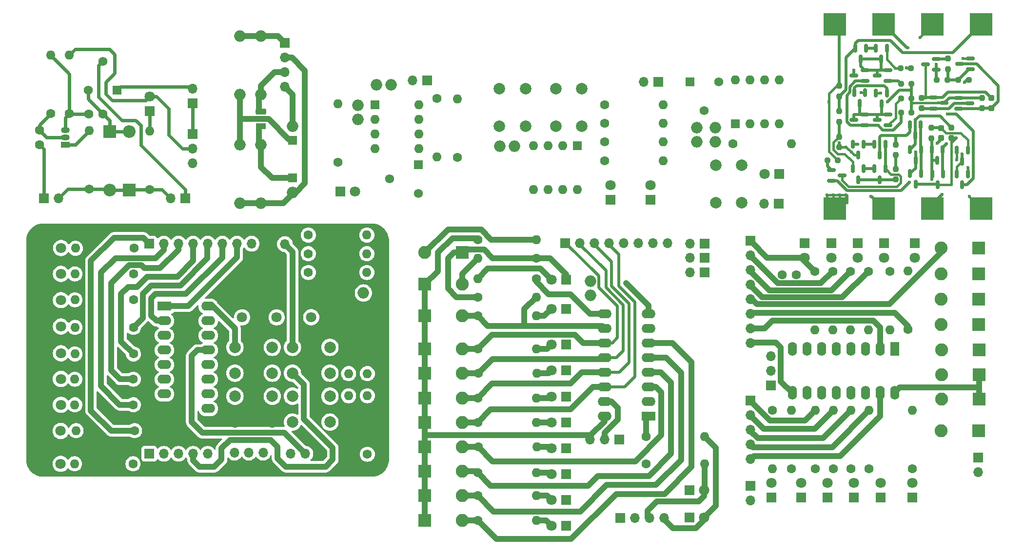
<source format=gbr>
%TF.GenerationSoftware,KiCad,Pcbnew,8.0.3*%
%TF.CreationDate,2024-10-06T13:21:57+03:00*%
%TF.ProjectId,JLC9,4a4c4339-2e6b-4696-9361-645f70636258,rev?*%
%TF.SameCoordinates,Original*%
%TF.FileFunction,Copper,L1,Top*%
%TF.FilePolarity,Positive*%
%FSLAX46Y46*%
G04 Gerber Fmt 4.6, Leading zero omitted, Abs format (unit mm)*
G04 Created by KiCad (PCBNEW 8.0.3) date 2024-10-06 13:21:57*
%MOMM*%
%LPD*%
G01*
G04 APERTURE LIST*
G04 Aperture macros list*
%AMRoundRect*
0 Rectangle with rounded corners*
0 $1 Rounding radius*
0 $2 $3 $4 $5 $6 $7 $8 $9 X,Y pos of 4 corners*
0 Add a 4 corners polygon primitive as box body*
4,1,4,$2,$3,$4,$5,$6,$7,$8,$9,$2,$3,0*
0 Add four circle primitives for the rounded corners*
1,1,$1+$1,$2,$3*
1,1,$1+$1,$4,$5*
1,1,$1+$1,$6,$7*
1,1,$1+$1,$8,$9*
0 Add four rect primitives between the rounded corners*
20,1,$1+$1,$2,$3,$4,$5,0*
20,1,$1+$1,$4,$5,$6,$7,0*
20,1,$1+$1,$6,$7,$8,$9,0*
20,1,$1+$1,$8,$9,$2,$3,0*%
G04 Aperture macros list end*
%TA.AperFunction,ComponentPad*%
%ADD10R,1.800000X1.800000*%
%TD*%
%TA.AperFunction,ComponentPad*%
%ADD11C,1.800000*%
%TD*%
%TA.AperFunction,SMDPad,CuDef*%
%ADD12RoundRect,0.237500X0.237500X-0.287500X0.237500X0.287500X-0.237500X0.287500X-0.237500X-0.287500X0*%
%TD*%
%TA.AperFunction,ComponentPad*%
%ADD13C,2.000000*%
%TD*%
%TA.AperFunction,ComponentPad*%
%ADD14O,2.000000X2.000000*%
%TD*%
%TA.AperFunction,SMDPad,CuDef*%
%ADD15RoundRect,0.150000X-0.150000X0.587500X-0.150000X-0.587500X0.150000X-0.587500X0.150000X0.587500X0*%
%TD*%
%TA.AperFunction,SMDPad,CuDef*%
%ADD16RoundRect,0.237500X-0.250000X-0.237500X0.250000X-0.237500X0.250000X0.237500X-0.250000X0.237500X0*%
%TD*%
%TA.AperFunction,ComponentPad*%
%ADD17R,1.600000X1.600000*%
%TD*%
%TA.AperFunction,ComponentPad*%
%ADD18O,1.600000X1.600000*%
%TD*%
%TA.AperFunction,ComponentPad*%
%ADD19C,1.600000*%
%TD*%
%TA.AperFunction,SMDPad,CuDef*%
%ADD20R,4.000000X4.000000*%
%TD*%
%TA.AperFunction,SMDPad,CuDef*%
%ADD21RoundRect,0.150000X0.587500X0.150000X-0.587500X0.150000X-0.587500X-0.150000X0.587500X-0.150000X0*%
%TD*%
%TA.AperFunction,SMDPad,CuDef*%
%ADD22RoundRect,0.150000X-0.587500X-0.150000X0.587500X-0.150000X0.587500X0.150000X-0.587500X0.150000X0*%
%TD*%
%TA.AperFunction,ComponentPad*%
%ADD23R,1.700000X1.700000*%
%TD*%
%TA.AperFunction,ComponentPad*%
%ADD24O,1.700000X1.700000*%
%TD*%
%TA.AperFunction,SMDPad,CuDef*%
%ADD25RoundRect,0.237500X0.237500X-0.250000X0.237500X0.250000X-0.237500X0.250000X-0.237500X-0.250000X0*%
%TD*%
%TA.AperFunction,SMDPad,CuDef*%
%ADD26RoundRect,0.237500X-0.237500X0.250000X-0.237500X-0.250000X0.237500X-0.250000X0.237500X0.250000X0*%
%TD*%
%TA.AperFunction,ComponentPad*%
%ADD27R,1.560000X1.560000*%
%TD*%
%TA.AperFunction,ComponentPad*%
%ADD28C,1.560000*%
%TD*%
%TA.AperFunction,SMDPad,CuDef*%
%ADD29RoundRect,0.237500X0.250000X0.237500X-0.250000X0.237500X-0.250000X-0.237500X0.250000X-0.237500X0*%
%TD*%
%TA.AperFunction,ComponentPad*%
%ADD30O,2.400000X1.600000*%
%TD*%
%TA.AperFunction,ComponentPad*%
%ADD31R,2.400000X1.600000*%
%TD*%
%TA.AperFunction,ComponentPad*%
%ADD32C,2.250000*%
%TD*%
%TA.AperFunction,ComponentPad*%
%ADD33R,2.250000X2.250000*%
%TD*%
%TA.AperFunction,ComponentPad*%
%ADD34R,2.200000X2.200000*%
%TD*%
%TA.AperFunction,ComponentPad*%
%ADD35O,2.200000X2.200000*%
%TD*%
%TA.AperFunction,ComponentPad*%
%ADD36R,1.500000X1.050000*%
%TD*%
%TA.AperFunction,ComponentPad*%
%ADD37O,1.500000X1.050000*%
%TD*%
%TA.AperFunction,ComponentPad*%
%ADD38R,1.800000X1.100000*%
%TD*%
%TA.AperFunction,ComponentPad*%
%ADD39RoundRect,0.275000X0.625000X-0.275000X0.625000X0.275000X-0.625000X0.275000X-0.625000X-0.275000X0*%
%TD*%
%TA.AperFunction,ComponentPad*%
%ADD40R,1.600000X2.400000*%
%TD*%
%TA.AperFunction,ComponentPad*%
%ADD41O,1.600000X2.400000*%
%TD*%
%TA.AperFunction,ViaPad*%
%ADD42C,0.600000*%
%TD*%
%TA.AperFunction,ViaPad*%
%ADD43C,0.800000*%
%TD*%
%TA.AperFunction,Conductor*%
%ADD44C,0.400000*%
%TD*%
%TA.AperFunction,Conductor*%
%ADD45C,0.500000*%
%TD*%
%TA.AperFunction,Conductor*%
%ADD46C,1.000000*%
%TD*%
%TA.AperFunction,Conductor*%
%ADD47C,0.600000*%
%TD*%
G04 APERTURE END LIST*
D10*
%TO.P,D5,1,K*%
%TO.N,N/C*%
X187344218Y-87988282D03*
D11*
%TO.P,D5,2,A*%
X184804218Y-87988282D03*
%TD*%
D12*
%TO.P,D2,2,A*%
%TO.N,N/C*%
X224215094Y-74794852D03*
%TO.P,D2,1,K*%
X224215094Y-76544852D03*
%TD*%
D13*
%TO.P,SW1,2,2*%
%TO.N,N/C*%
X138800000Y-79690000D03*
X138800000Y-73190000D03*
%TO.P,SW1,1,1*%
X143300000Y-79690000D03*
X143300000Y-73190000D03*
%TD*%
D14*
%TO.P,C33,1*%
%TO.N,N/C*%
X176304218Y-79935782D03*
%TO.P,C33,2*%
X176304218Y-82435782D03*
%TD*%
D15*
%TO.P,Q6,3,C*%
%TO.N,N/C*%
X219146344Y-85757352D03*
%TO.P,Q6,2,B*%
X218196344Y-83882352D03*
%TO.P,Q6,1,E*%
X220096344Y-83882352D03*
%TD*%
D16*
%TO.P,R11,2*%
%TO.N,N/C*%
X210340094Y-77344852D03*
%TO.P,R11,1*%
X208515094Y-77344852D03*
%TD*%
D12*
%TO.P,D1,2,A*%
%TO.N,N/C*%
X215490094Y-80007352D03*
%TO.P,D1,1,K*%
X215490094Y-81757352D03*
%TD*%
D17*
%TO.P,U2,1,GND*%
%TO.N,N/C*%
X179754218Y-79288282D03*
D18*
%TO.P,U2,2,TR*%
X182294218Y-79288282D03*
%TO.P,U2,3,Q*%
X184834218Y-79288282D03*
%TO.P,U2,4,R*%
X187374218Y-79288282D03*
%TO.P,U2,5,CV*%
X187374218Y-71668282D03*
%TO.P,U2,6,THR*%
X184834218Y-71668282D03*
%TO.P,U2,7,DIS*%
X182294218Y-71668282D03*
%TO.P,U2,8,VCC*%
X179754218Y-71668282D03*
%TD*%
D15*
%TO.P,Q24,3,C*%
%TO.N,N/C*%
X201515094Y-68032352D03*
%TO.P,Q24,2,B*%
X200565094Y-66157352D03*
%TO.P,Q24,1,E*%
X202465094Y-66157352D03*
%TD*%
D13*
%TO.P,SW3,1,1*%
%TO.N,N/C*%
X176314218Y-92985782D03*
X176314218Y-86485782D03*
%TO.P,SW3,2,2*%
X180814218Y-92985782D03*
X180814218Y-86485782D03*
%TD*%
D19*
%TO.P,R25,1*%
%TO.N,N/C*%
X131450000Y-85105000D03*
D18*
%TO.P,R25,2*%
X131450000Y-74945000D03*
%TD*%
D19*
%TO.P,R20,1*%
%TO.N,N/C*%
X110700000Y-85935000D03*
D18*
%TO.P,R20,2*%
X110700000Y-75775000D03*
%TD*%
D20*
%TO.P,PAD3,1*%
%TO.N,N/C*%
X213973426Y-94007352D03*
%TD*%
D21*
%TO.P,Q23,3,C*%
%TO.N,N/C*%
X204352594Y-70907352D03*
%TO.P,Q23,2,B*%
X206227594Y-69957352D03*
%TO.P,Q23,1,E*%
X206227594Y-71857352D03*
%TD*%
D20*
%TO.P,PAD4,1*%
%TO.N,N/C*%
X222440094Y-94007352D03*
%TD*%
D13*
%TO.P,SW2,2,2*%
%TO.N,N/C*%
X153050000Y-73190000D03*
X153050000Y-79690000D03*
%TO.P,SW2,1,1*%
X148550000Y-73190000D03*
X148550000Y-79690000D03*
%TD*%
D15*
%TO.P,Q14,3,C*%
%TO.N,N/C*%
X205102594Y-75782352D03*
%TO.P,Q14,2,B*%
X204152594Y-73907352D03*
%TO.P,Q14,1,E*%
X206052594Y-73907352D03*
%TD*%
D22*
%TO.P,Q18,3,C*%
%TO.N,N/C*%
X198277594Y-88219852D03*
%TO.P,Q18,2,B*%
X196402594Y-89169852D03*
%TO.P,Q18,1,E*%
X196402594Y-87269852D03*
%TD*%
D11*
%TO.P,D3,2,A*%
%TO.N,N/C*%
X165050000Y-89950000D03*
D10*
%TO.P,D3,1,K*%
X165050000Y-92490000D03*
%TD*%
D18*
%TO.P,R19,2*%
%TO.N,N/C*%
X167210000Y-75940000D03*
D19*
%TO.P,R19,1*%
X157050000Y-75940000D03*
%TD*%
%TO.P,R24,1*%
%TO.N,N/C*%
X127950000Y-74865000D03*
D18*
%TO.P,R24,2*%
X127950000Y-85025000D03*
%TD*%
D23*
%TO.P,REF\u002A\u002A,1*%
%TO.N,N/C*%
X187279218Y-93185782D03*
D24*
%TO.P,REF\u002A\u002A,2*%
X184739218Y-93185782D03*
%TD*%
D18*
%TO.P,R18,2*%
%TO.N,N/C*%
X167210000Y-85690000D03*
D19*
%TO.P,R18,1*%
X157050000Y-85690000D03*
%TD*%
D25*
%TO.P,R4,2*%
%TO.N,N/C*%
X217270094Y-79907352D03*
%TO.P,R4,1*%
X217270094Y-81732352D03*
%TD*%
D15*
%TO.P,Q5,3,C*%
%TO.N,N/C*%
X219146344Y-89882352D03*
%TO.P,Q5,2,B*%
X218196344Y-88007352D03*
%TO.P,Q5,1,E*%
X220096344Y-88007352D03*
%TD*%
%TO.P,Q4,3,C*%
%TO.N,N/C*%
X211040094Y-85607352D03*
%TO.P,Q4,2,B*%
X210090094Y-83732352D03*
%TO.P,Q4,1,E*%
X211990094Y-83732352D03*
%TD*%
D21*
%TO.P,Q16,3,C*%
%TO.N,N/C*%
X200340094Y-78594852D03*
%TO.P,Q16,2,B*%
X202215094Y-77644852D03*
%TO.P,Q16,1,E*%
X202215094Y-79544852D03*
%TD*%
D11*
%TO.P,D6,2,A*%
%TO.N,N/C*%
X158050000Y-89925000D03*
D10*
%TO.P,D6,1,K*%
X158050000Y-92465000D03*
%TD*%
D24*
%TO.P,REF\u002A\u002A,2*%
%TO.N,N/C*%
X163790000Y-72000000D03*
D23*
%TO.P,REF\u002A\u002A,1*%
X166330000Y-72000000D03*
%TD*%
D22*
%TO.P,Q8,3,C*%
%TO.N,N/C*%
X220427594Y-75719852D03*
%TO.P,Q8,2,B*%
X218552594Y-76669852D03*
%TO.P,Q8,1,E*%
X218552594Y-74769852D03*
%TD*%
D15*
%TO.P,Q3,3,C*%
%TO.N,N/C*%
X214815094Y-85632352D03*
%TO.P,Q3,2,B*%
X213865094Y-83757352D03*
%TO.P,Q3,1,E*%
X215765094Y-83757352D03*
%TD*%
D26*
%TO.P,R3,2*%
%TO.N,N/C*%
X216621344Y-69782352D03*
%TO.P,R3,1*%
X216621344Y-67957352D03*
%TD*%
%TO.P,R2,2*%
%TO.N,N/C*%
X212052594Y-76582352D03*
%TO.P,R2,1*%
X212052594Y-74757352D03*
%TD*%
D25*
%TO.P,R15,2*%
%TO.N,N/C*%
X197790094Y-72682352D03*
%TO.P,R15,1*%
X197790094Y-74507352D03*
%TD*%
D21*
%TO.P,Q13,3,C*%
%TO.N,N/C*%
X204402594Y-78594852D03*
%TO.P,Q13,2,B*%
X206277594Y-77644852D03*
%TO.P,Q13,1,E*%
X206277594Y-79544852D03*
%TD*%
D15*
%TO.P,Q7,3,C*%
%TO.N,N/C*%
X210990094Y-81319852D03*
%TO.P,Q7,2,B*%
X210040094Y-79444852D03*
%TO.P,Q7,1,E*%
X211940094Y-79444852D03*
%TD*%
D25*
%TO.P,R6,2*%
%TO.N,N/C*%
X222552594Y-74757352D03*
%TO.P,R6,1*%
X222552594Y-76582352D03*
%TD*%
D21*
%TO.P,Q11,3,C*%
%TO.N,N/C*%
X218683844Y-68869852D03*
%TO.P,Q11,2,B*%
X220558844Y-67919852D03*
%TO.P,Q11,1,E*%
X220558844Y-69819852D03*
%TD*%
D20*
%TO.P,PAD2,1*%
%TO.N,N/C*%
X205506760Y-94007352D03*
%TD*%
D18*
%TO.P,R21,2*%
%TO.N,N/C*%
X167210000Y-79190000D03*
D19*
%TO.P,R21,1*%
X157050000Y-79190000D03*
%TD*%
D21*
%TO.P,Q20,3,C*%
%TO.N,N/C*%
X200352594Y-70907352D03*
%TO.P,Q20,2,B*%
X202227594Y-69957352D03*
%TO.P,Q20,1,E*%
X202227594Y-71857352D03*
%TD*%
D17*
%TO.P,U3,1,GND*%
%TO.N,N/C*%
X117150000Y-75975000D03*
D18*
%TO.P,U3,2,TR*%
X117150000Y-78515000D03*
%TO.P,U3,3,Q*%
X117150000Y-81055000D03*
%TO.P,U3,4,R*%
X117150000Y-83595000D03*
%TO.P,U3,5,CV*%
X124770000Y-83595000D03*
%TO.P,U3,6,THR*%
X124770000Y-81055000D03*
%TO.P,U3,7,DIS*%
X124770000Y-78515000D03*
%TO.P,U3,8,VCC*%
X124770000Y-75975000D03*
%TD*%
D20*
%TO.P,PAD5,1*%
%TO.N,N/C*%
X222456762Y-62007352D03*
%TD*%
%TO.P,PAD1,1*%
%TO.N,N/C*%
X197040094Y-94007352D03*
%TD*%
D16*
%TO.P,R14,2*%
%TO.N,N/C*%
X210340094Y-72344852D03*
%TO.P,R14,1*%
X208515094Y-72344852D03*
%TD*%
D20*
%TO.P,PAD8,1*%
%TO.N,N/C*%
X197056762Y-62007352D03*
%TD*%
D16*
%TO.P,R8,2*%
%TO.N,N/C*%
X210340094Y-74844852D03*
%TO.P,R8,1*%
X208515094Y-74844852D03*
%TD*%
D27*
%TO.P,RV2,1,1*%
%TO.N,N/C*%
X124690000Y-86350000D03*
D28*
%TO.P,RV2,2,2*%
X119690000Y-88850000D03*
%TO.P,RV2,3,3*%
X124690000Y-91350000D03*
%TD*%
D15*
%TO.P,Q15,3,C*%
%TO.N,N/C*%
X204840094Y-84719852D03*
%TO.P,Q15,2,B*%
X203890094Y-82844852D03*
%TO.P,Q15,1,E*%
X205790094Y-82844852D03*
%TD*%
D25*
%TO.P,R9,2*%
%TO.N,N/C*%
X207590094Y-82869852D03*
%TO.P,R9,1*%
X207590094Y-84694852D03*
%TD*%
D22*
%TO.P,Q1,3,C*%
%TO.N,N/C*%
X215990094Y-75669852D03*
%TO.P,Q1,2,B*%
X214115094Y-76619852D03*
%TO.P,Q1,1,E*%
X214115094Y-74719852D03*
%TD*%
D14*
%TO.P,C31,1*%
%TO.N,N/C*%
X173054218Y-79935782D03*
%TO.P,C31,2*%
X173054218Y-82435782D03*
%TD*%
D29*
%TO.P,R12,2*%
%TO.N,N/C*%
X208427594Y-69594852D03*
%TO.P,R12,1*%
X210252594Y-69594852D03*
%TD*%
D20*
%TO.P,PAD7,1*%
%TO.N,N/C*%
X205523428Y-62007352D03*
%TD*%
D26*
%TO.P,R13,2*%
%TO.N,N/C*%
X207590094Y-88944852D03*
%TO.P,R13,1*%
X207590094Y-87119852D03*
%TD*%
D15*
%TO.P,Q21,3,C*%
%TO.N,N/C*%
X205090094Y-68032352D03*
%TO.P,Q21,2,B*%
X204140094Y-66157352D03*
%TO.P,Q21,1,E*%
X206040094Y-66157352D03*
%TD*%
D16*
%TO.P,R5,2*%
%TO.N,N/C*%
X216533844Y-71619852D03*
%TO.P,R5,1*%
X214708844Y-71619852D03*
%TD*%
D18*
%TO.P,R22,2*%
%TO.N,N/C*%
X167210000Y-82440000D03*
D19*
%TO.P,R22,1*%
X157050000Y-82440000D03*
%TD*%
D20*
%TO.P,PAD6,1*%
%TO.N,N/C*%
X213990094Y-62007352D03*
%TD*%
D18*
%TO.P,U1,8,VCC*%
%TO.N,N/C*%
X152330000Y-90720000D03*
%TO.P,U1,7,DIS*%
X149790000Y-90720000D03*
%TO.P,U1,6,THR*%
X147250000Y-90720000D03*
%TO.P,U1,5,CV*%
X144710000Y-90720000D03*
%TO.P,U1,4,R*%
X144710000Y-83100000D03*
%TO.P,U1,3,Q*%
X147250000Y-83100000D03*
%TO.P,U1,2,TR*%
X149790000Y-83100000D03*
D17*
%TO.P,U1,1,GND*%
X152330000Y-83100000D03*
%TD*%
D15*
%TO.P,Q9,3,C*%
%TO.N,N/C*%
X214865094Y-89872352D03*
%TO.P,Q9,2,B*%
X213915094Y-87997352D03*
%TO.P,Q9,1,E*%
X215815094Y-87997352D03*
%TD*%
D25*
%TO.P,R16,2*%
%TO.N,N/C*%
X197790094Y-77107352D03*
%TO.P,R16,1*%
X197790094Y-78932352D03*
%TD*%
D15*
%TO.P,Q19,3,C*%
%TO.N,N/C*%
X204840094Y-88969852D03*
%TO.P,Q19,2,B*%
X203890094Y-87094852D03*
%TO.P,Q19,1,E*%
X205790094Y-87094852D03*
%TD*%
D14*
%TO.P,C1,1*%
%TO.N,N/C*%
X119950000Y-72525000D03*
%TO.P,C1,2*%
X117450000Y-72525000D03*
%TD*%
D23*
%TO.P,REF\u002A\u002A,1*%
%TO.N,N/C*%
X126250000Y-71700000D03*
D24*
%TO.P,REF\u002A\u002A,2*%
X123710000Y-71700000D03*
%TD*%
D14*
%TO.P,C3,2*%
%TO.N,N/C*%
X141380000Y-83200000D03*
%TO.P,C3,1*%
X138880000Y-83200000D03*
%TD*%
%TO.P,C5,1*%
%TO.N,N/C*%
X114200000Y-78525000D03*
%TO.P,C5,2*%
X114200000Y-76025000D03*
%TD*%
D15*
%TO.P,Q22,3,C*%
%TO.N,N/C*%
X201090094Y-88969852D03*
%TO.P,Q22,2,B*%
X200140094Y-87094852D03*
%TO.P,Q22,1,E*%
X202040094Y-87094852D03*
%TD*%
D25*
%TO.P,R17,2*%
%TO.N,N/C*%
X197790094Y-81519852D03*
%TO.P,R17,1*%
X197790094Y-83344852D03*
%TD*%
D27*
%TO.P,RV1,1,1*%
%TO.N,N/C*%
X171864218Y-71985782D03*
D28*
%TO.P,RV1,2,2*%
X174364218Y-76985782D03*
%TO.P,RV1,3,3*%
X176864218Y-71985782D03*
%TD*%
D19*
%TO.P,R23,1*%
%TO.N,N/C*%
X179304218Y-82738282D03*
D18*
%TO.P,R23,2*%
X189464218Y-82738282D03*
%TD*%
D21*
%TO.P,Q2,3,C*%
%TO.N,N/C*%
X212746344Y-68919852D03*
%TO.P,Q2,2,B*%
X214621344Y-67969852D03*
%TO.P,Q2,1,E*%
X214621344Y-69869852D03*
%TD*%
D15*
%TO.P,Q10,3,C*%
%TO.N,N/C*%
X211040094Y-89757352D03*
%TO.P,Q10,2,B*%
X210090094Y-87882352D03*
%TO.P,Q10,1,E*%
X211990094Y-87882352D03*
%TD*%
D16*
%TO.P,R10,2*%
%TO.N,N/C*%
X197552594Y-85582352D03*
%TO.P,R10,1*%
X195727594Y-85582352D03*
%TD*%
D26*
%TO.P,R1,2*%
%TO.N,N/C*%
X213740094Y-81794852D03*
%TO.P,R1,1*%
X213740094Y-79969852D03*
%TD*%
D10*
%TO.P,D4,1,K*%
%TO.N,N/C*%
X111200000Y-91025000D03*
D11*
%TO.P,D4,2,A*%
X113740000Y-91025000D03*
%TD*%
D15*
%TO.P,Q17,3,C*%
%TO.N,N/C*%
X201352594Y-75719852D03*
%TO.P,Q17,2,B*%
X200402594Y-73844852D03*
%TO.P,Q17,1,E*%
X202302594Y-73844852D03*
%TD*%
D29*
%TO.P,R7,2*%
%TO.N,N/C*%
X218458844Y-71619852D03*
%TO.P,R7,1*%
X220283844Y-71619852D03*
%TD*%
D15*
%TO.P,Q12,3,C*%
%TO.N,N/C*%
X201090094Y-84719852D03*
%TO.P,Q12,2,B*%
X200140094Y-82844852D03*
%TO.P,Q12,1,E*%
X202040094Y-82844852D03*
%TD*%
D19*
%TO.P,R145,1*%
%TO.N,N/C*%
X210440000Y-139215000D03*
D18*
%TO.P,R145,2*%
X210440000Y-129055000D03*
%TD*%
D30*
%TO.P,U6,16,VCC*%
%TO.N,N/C*%
X88220000Y-110975000D03*
%TO.P,U6,15,QA*%
X88220000Y-113515000D03*
%TO.P,U6,14,SER*%
X88220000Y-116055000D03*
%TO.P,U6,13,~{OE}*%
X88220000Y-118595000D03*
%TO.P,U6,12,RCLK*%
X88220000Y-121135000D03*
%TO.P,U6,11,SRCLK*%
X88220000Y-123675000D03*
%TO.P,U6,10,~{SRCLR}*%
X88220000Y-126215000D03*
%TO.P,U6,9,QH'*%
X88220000Y-128755000D03*
%TO.P,U6,8,GND*%
X80600000Y-128755000D03*
%TO.P,U6,7,QH*%
X80600000Y-126215000D03*
%TO.P,U6,6,QG*%
X80600000Y-123675000D03*
%TO.P,U6,5,QF*%
X80600000Y-121135000D03*
%TO.P,U6,4,QE*%
X80600000Y-118595000D03*
%TO.P,U6,3,QD*%
X80600000Y-116055000D03*
%TO.P,U6,2,QC*%
X80600000Y-113515000D03*
D31*
%TO.P,U6,1,QB*%
X80600000Y-110975000D03*
%TD*%
D24*
%TO.P,REF\u002A\u002A,2*%
%TO.N,N/C*%
X95275000Y-136410000D03*
D23*
%TO.P,REF\u002A\u002A,1*%
X95275000Y-138950000D03*
%TD*%
D11*
%TO.P,D35,2,A*%
%TO.N,N/C*%
X147810000Y-117650371D03*
D10*
%TO.P,D35,1,K*%
X150350000Y-117650371D03*
%TD*%
D18*
%TO.P,R32,2*%
%TO.N,N/C*%
X145180000Y-148150371D03*
D19*
%TO.P,R32,1*%
X135020000Y-148150371D03*
%TD*%
D18*
%TO.P,R23,2*%
%TO.N,N/C*%
X115760000Y-98600000D03*
D19*
%TO.P,R23,1*%
X105600000Y-98600000D03*
%TD*%
D11*
%TO.P,D31,2,A*%
%TO.N,N/C*%
X100100000Y-112905000D03*
D10*
%TO.P,D31,1,K*%
X100100000Y-110365000D03*
%TD*%
D32*
%TO.P,SW19,2,2*%
%TO.N,N/C*%
X132350000Y-139650371D03*
D33*
%TO.P,SW19,1,1*%
X125850000Y-139650371D03*
%TD*%
D18*
%TO.P,R29,2*%
%TO.N,N/C*%
X145260000Y-135400371D03*
D19*
%TO.P,R29,1*%
X135100000Y-135400371D03*
%TD*%
D32*
%TO.P,SW18,2,2*%
%TO.N,N/C*%
X132350000Y-135400371D03*
D33*
%TO.P,SW18,1,1*%
X125850000Y-135400371D03*
%TD*%
%TO.P,SW61,1,1*%
%TO.N,N/C*%
X221990000Y-114135000D03*
D32*
%TO.P,SW61,2,2*%
X215490000Y-114135000D03*
%TD*%
D10*
%TO.P,D100,1,K*%
%TO.N,N/C*%
X185990000Y-144185000D03*
D11*
%TO.P,D100,2,A*%
X185990000Y-141645000D03*
%TD*%
D23*
%TO.P,SW68,1*%
%TO.N,N/C*%
X185940000Y-124760000D03*
D24*
%TO.P,SW68,2*%
X185940000Y-122220000D03*
%TO.P,SW68,3*%
X185940000Y-119680000D03*
%TD*%
%TO.P,REF\u002A\u002A,2*%
%TO.N,N/C*%
X171910000Y-100075371D03*
D23*
%TO.P,REF\u002A\u002A,1*%
X174450000Y-100075371D03*
%TD*%
D33*
%TO.P,SW63,1,1*%
%TO.N,N/C*%
X221990000Y-105385000D03*
D32*
%TO.P,SW63,2,2*%
X215490000Y-105385000D03*
%TD*%
%TO.P,SW11,2,2*%
%TO.N,N/C*%
X132350000Y-107150371D03*
D33*
%TO.P,SW11,1,1*%
X125850000Y-107150371D03*
%TD*%
D18*
%TO.P,R21,2*%
%TO.N,N/C*%
X115850000Y-122680000D03*
D19*
%TO.P,R21,1*%
X115850000Y-112520000D03*
%TD*%
D10*
%TO.P,D92,1,K*%
%TO.N,N/C*%
X191140000Y-144225000D03*
D11*
%TO.P,D92,2,A*%
X191140000Y-141685000D03*
%TD*%
%TO.P,D22,2,A*%
%TO.N,N/C*%
X62670000Y-100850000D03*
D10*
%TO.P,D22,1,K*%
X60130000Y-100850000D03*
%TD*%
D11*
%TO.P,D30,2,A*%
%TO.N,N/C*%
X62600000Y-138350000D03*
D10*
%TO.P,D30,1,K*%
X60060000Y-138350000D03*
%TD*%
D33*
%TO.P,SW66,1,1*%
%TO.N,N/C*%
X221990000Y-100885000D03*
D32*
%TO.P,SW66,2,2*%
X215490000Y-100885000D03*
%TD*%
D10*
%TO.P,D95,1,K*%
%TO.N,N/C*%
X196390000Y-99995000D03*
D11*
%TO.P,D95,2,A*%
X196390000Y-102535000D03*
%TD*%
D18*
%TO.P,R13,2*%
%TO.N,N/C*%
X65060000Y-128100000D03*
D19*
%TO.P,R13,1*%
X75220000Y-128100000D03*
%TD*%
D11*
%TO.P,D24,2,A*%
%TO.N,N/C*%
X62655000Y-109900000D03*
D10*
%TO.P,D24,1,K*%
X60115000Y-109900000D03*
%TD*%
D18*
%TO.P,R26,2*%
%TO.N,N/C*%
X145260000Y-122650371D03*
D19*
%TO.P,R26,1*%
X135100000Y-122650371D03*
%TD*%
D24*
%TO.P,REF\u002A\u002A,2*%
%TO.N,N/C*%
X92775000Y-136410000D03*
D23*
%TO.P,REF\u002A\u002A,1*%
X92775000Y-138950000D03*
%TD*%
D18*
%TO.P,R38,2*%
%TO.N,N/C*%
X135020000Y-106150371D03*
D19*
%TO.P,R38,1*%
X145180000Y-106150371D03*
%TD*%
D24*
%TO.P,REF\u002A\u002A,5*%
%TO.N,N/C*%
X88145000Y-136600000D03*
%TO.P,REF\u002A\u002A,4*%
X85605000Y-136600000D03*
%TO.P,REF\u002A\u002A,3*%
X83065000Y-136600000D03*
%TO.P,REF\u002A\u002A,2*%
X80525000Y-136600000D03*
D23*
%TO.P,REF\u002A\u002A,1*%
X77985000Y-136600000D03*
%TD*%
D11*
%TO.P,D44,2,A*%
%TO.N,N/C*%
X174310000Y-142900371D03*
D10*
%TO.P,D44,1,K*%
X171770000Y-142900371D03*
%TD*%
D18*
%TO.P,R15,2*%
%TO.N,N/C*%
X65270000Y-132600000D03*
D19*
%TO.P,R15,1*%
X75430000Y-132600000D03*
%TD*%
D32*
%TO.P,SW15,2,2*%
%TO.N,N/C*%
X132350000Y-122650371D03*
D33*
%TO.P,SW15,1,1*%
X125850000Y-122650371D03*
%TD*%
D11*
%TO.P,D26,2,A*%
%TO.N,N/C*%
X62655000Y-119150000D03*
D10*
%TO.P,D26,1,K*%
X60115000Y-119150000D03*
%TD*%
D32*
%TO.P,SW17,2,2*%
%TO.N,N/C*%
X132350000Y-131150371D03*
D33*
%TO.P,SW17,1,1*%
X125850000Y-131150371D03*
%TD*%
D11*
%TO.P,D28,2,A*%
%TO.N,N/C*%
X62640000Y-128100000D03*
D10*
%TO.P,D28,1,K*%
X60100000Y-128100000D03*
%TD*%
%TO.P,D97,1,K*%
%TO.N,N/C*%
X210440000Y-144210000D03*
D11*
%TO.P,D97,2,A*%
X210440000Y-141670000D03*
%TD*%
D18*
%TO.P,R22,2*%
%TO.N,N/C*%
X112600000Y-122680000D03*
D19*
%TO.P,R22,1*%
X112600000Y-112520000D03*
%TD*%
D11*
%TO.P,D33,2,A*%
%TO.N,N/C*%
X94100000Y-112905000D03*
D10*
%TO.P,D33,1,K*%
X94100000Y-110365000D03*
%TD*%
D11*
%TO.P,D34,2,A*%
%TO.N,N/C*%
X147835000Y-111400371D03*
D10*
%TO.P,D34,1,K*%
X150375000Y-111400371D03*
%TD*%
D14*
%TO.P,REF\u002A\u002A,2*%
%TO.N,N/C*%
X154575000Y-106575371D03*
%TO.P,REF\u002A\u002A,1*%
X154575000Y-109075371D03*
%TD*%
D34*
%TO.P,D1,1,K*%
%TO.N,N/C*%
X71100000Y-80655000D03*
D35*
%TO.P,D1,2,A*%
X71100000Y-90815000D03*
%TD*%
D34*
%TO.P,D2,1,K*%
%TO.N,N/C*%
X74530000Y-90825000D03*
D35*
%TO.P,D2,2,A*%
X74530000Y-80665000D03*
%TD*%
D23*
%TO.P,J3,1,Pin_1*%
%TO.N,N/C*%
X85500000Y-75710000D03*
D24*
%TO.P,J3,2,Pin_2*%
X85500000Y-73170000D03*
%TD*%
D19*
%TO.P,R2,1*%
%TO.N,N/C*%
X64110000Y-77515000D03*
D18*
%TO.P,R2,2*%
X64110000Y-67355000D03*
%TD*%
D23*
%TO.P,SW1,1,C*%
%TO.N,N/C*%
X85500000Y-81010000D03*
D24*
%TO.P,SW1,2,B*%
X85500000Y-83550000D03*
%TO.P,SW1,3,A*%
X85500000Y-86090000D03*
%TD*%
D23*
%TO.P,J2,1,Pin_1*%
%TO.N,N/C*%
X84200000Y-92235000D03*
D24*
%TO.P,J2,2,Pin_2*%
X81660000Y-92235000D03*
%TD*%
D10*
%TO.P,D3,1,K*%
%TO.N,N/C*%
X78100000Y-77035000D03*
D11*
%TO.P,D3,2,A*%
X78100000Y-74495000D03*
%TD*%
D23*
%TO.P,J1,1,Pin_1*%
%TO.N,N/C*%
X59700000Y-92235000D03*
D24*
%TO.P,J1,2,Pin_2*%
X62240000Y-92235000D03*
%TD*%
D19*
%TO.P,R1,1*%
%TO.N,N/C*%
X60870000Y-77515000D03*
D18*
%TO.P,R1,2*%
X60870000Y-67355000D03*
%TD*%
D19*
%TO.P,R4,1*%
%TO.N,N/C*%
X78100000Y-90715000D03*
D18*
%TO.P,R4,2*%
X78100000Y-80555000D03*
%TD*%
D27*
%TO.P,RV1,1,1*%
%TO.N,N/C*%
X72400000Y-73435000D03*
D28*
%TO.P,RV1,2,2*%
X69900000Y-68435000D03*
%TO.P,RV1,3,3*%
X67400000Y-73435000D03*
%TD*%
D36*
%TO.P,Q1,1,E*%
%TO.N,N/C*%
X63400000Y-82905000D03*
D37*
%TO.P,Q1,2,B*%
X63400000Y-81635000D03*
%TO.P,Q1,3,C*%
X63400000Y-80365000D03*
%TD*%
D19*
%TO.P,R3,1*%
%TO.N,N/C*%
X67600000Y-90615000D03*
D18*
%TO.P,R3,2*%
X67600000Y-80455000D03*
%TD*%
D19*
%TO.P,C1,1*%
%TO.N,N/C*%
X58900000Y-82885000D03*
%TO.P,C1,2*%
X58900000Y-80385000D03*
%TD*%
D14*
%TO.P,R190,1*%
%TO.N,N/C*%
X97350000Y-74170000D03*
%TO.P,R190,2*%
X97350000Y-64010000D03*
%TD*%
%TO.P,R191,1*%
%TO.N,N/C*%
X97400000Y-93080000D03*
%TO.P,R191,2*%
X97400000Y-82920000D03*
%TD*%
%TO.P,R221,1*%
%TO.N,N/C*%
X93700000Y-74170000D03*
%TO.P,R221,2*%
X93700000Y-64010000D03*
%TD*%
D23*
%TO.P,REF\u002A\u002A,1*%
%TO.N,N/C*%
X101550000Y-65200000D03*
D24*
%TO.P,REF\u002A\u002A,2*%
X101550000Y-67740000D03*
%TO.P,REF\u002A\u002A,3*%
X101550000Y-70280000D03*
%TO.P,REF\u002A\u002A,4*%
X101550000Y-72820000D03*
%TD*%
D17*
%TO.P,C29,1*%
%TO.N,N/C*%
X102850000Y-82150000D03*
D14*
%TO.P,C29,2*%
X102850000Y-79650000D03*
%TD*%
D17*
%TO.P,C23,1*%
%TO.N,N/C*%
X102850000Y-88667621D03*
D14*
%TO.P,C23,2*%
X102850000Y-91167621D03*
%TD*%
D19*
%TO.P,C2,1*%
%TO.N,N/C*%
X67450000Y-77535000D03*
%TO.P,C2,2*%
X69950000Y-77535000D03*
%TD*%
D14*
%TO.P,R222,1*%
%TO.N,N/C*%
X93750000Y-93080000D03*
%TO.P,R222,2*%
X93750000Y-82920000D03*
%TD*%
D38*
%TO.P,Q180,1,E*%
%TO.N,N/C*%
X97400000Y-79720000D03*
D39*
%TO.P,Q180,2,B*%
X95330000Y-78450000D03*
%TO.P,Q180,3,C*%
X97400000Y-77180000D03*
%TD*%
D18*
%TO.P,R30,2*%
%TO.N,N/C*%
X145180000Y-139900371D03*
D19*
%TO.P,R30,1*%
X135020000Y-139900371D03*
%TD*%
D18*
%TO.P,R11,2*%
%TO.N,N/C*%
X65075000Y-119250000D03*
D19*
%TO.P,R11,1*%
X75235000Y-119250000D03*
%TD*%
D11*
%TO.P,D38,2,A*%
%TO.N,N/C*%
X147835000Y-131150371D03*
D10*
%TO.P,D38,1,K*%
X150375000Y-131150371D03*
%TD*%
D32*
%TO.P,SW12,2,2*%
%TO.N,N/C*%
X125850000Y-101650371D03*
D33*
%TO.P,SW12,1,1*%
X132350000Y-101650371D03*
%TD*%
D24*
%TO.P,J20,8*%
%TO.N,N/C*%
X167975000Y-99975371D03*
%TO.P,J20,7*%
X165435000Y-99975371D03*
%TO.P,J20,6*%
X162895000Y-99975371D03*
%TO.P,J20,5*%
X160355000Y-99975371D03*
%TO.P,J20,4*%
X157815000Y-99975371D03*
%TO.P,J20,3*%
X155275000Y-99975371D03*
%TO.P,J20,2,2*%
X152735000Y-99975371D03*
D23*
%TO.P,J20,1,1*%
X150195000Y-99975371D03*
%TD*%
D18*
%TO.P,R20,2*%
%TO.N,N/C*%
X115850000Y-126520000D03*
D19*
%TO.P,R20,1*%
X115850000Y-136680000D03*
%TD*%
D32*
%TO.P,SW14,2,2*%
%TO.N,N/C*%
X132350000Y-118400371D03*
D33*
%TO.P,SW14,1,1*%
X125850000Y-118400371D03*
%TD*%
D32*
%TO.P,SW21,2,2*%
%TO.N,N/C*%
X132350000Y-148150371D03*
D33*
%TO.P,SW21,1,1*%
X125850000Y-148150371D03*
%TD*%
D11*
%TO.P,D32,2,A*%
%TO.N,N/C*%
X106100000Y-112890000D03*
D10*
%TO.P,D32,1,K*%
X106100000Y-110350000D03*
%TD*%
D33*
%TO.P,SW65,1,1*%
%TO.N,N/C*%
X222040000Y-122835000D03*
D32*
%TO.P,SW65,2,2*%
X215540000Y-122835000D03*
%TD*%
D24*
%TO.P,REF\u002A\u002A,2*%
%TO.N,N/C*%
X101540000Y-100175000D03*
D23*
%TO.P,REF\u002A\u002A,1*%
X99000000Y-100175000D03*
%TD*%
D18*
%TO.P,R8,2*%
%TO.N,N/C*%
X65075000Y-105350000D03*
D19*
%TO.P,R8,1*%
X75235000Y-105350000D03*
%TD*%
D18*
%TO.P,R9,2*%
%TO.N,N/C*%
X65075000Y-109850000D03*
D19*
%TO.P,R9,1*%
X75235000Y-109850000D03*
%TD*%
D11*
%TO.P,D39,2,A*%
%TO.N,N/C*%
X147835000Y-135650371D03*
D10*
%TO.P,D39,1,K*%
X150375000Y-135650371D03*
%TD*%
%TO.P,D91,1,K*%
%TO.N,N/C*%
X195740000Y-144210000D03*
D11*
%TO.P,D91,2,A*%
X195740000Y-141670000D03*
%TD*%
D13*
%TO.P,SW6,2,2*%
%TO.N,N/C*%
X102850000Y-126600000D03*
X109350000Y-126600000D03*
%TO.P,SW6,1,1*%
X102850000Y-131100000D03*
X109350000Y-131100000D03*
%TD*%
D11*
%TO.P,D29,2,A*%
%TO.N,N/C*%
X62600000Y-132650000D03*
D10*
%TO.P,D29,1,K*%
X60060000Y-132650000D03*
%TD*%
D24*
%TO.P,REF\u002A\u002A,2*%
%TO.N,N/C*%
X97775000Y-136410000D03*
D23*
%TO.P,REF\u002A\u002A,1*%
X97775000Y-138950000D03*
%TD*%
D18*
%TO.P,R24,2*%
%TO.N,N/C*%
X145180000Y-112650371D03*
D19*
%TO.P,R24,1*%
X135020000Y-112650371D03*
%TD*%
D18*
%TO.P,R25,2*%
%TO.N,N/C*%
X145180000Y-118400371D03*
D19*
%TO.P,R25,1*%
X135020000Y-118400371D03*
%TD*%
D18*
%TO.P,R6,2*%
%TO.N,N/C*%
X65170000Y-100900000D03*
D19*
%TO.P,R6,1*%
X75330000Y-100900000D03*
%TD*%
D13*
%TO.P,SW7,2,2*%
%TO.N,N/C*%
X99350000Y-122600000D03*
X92850000Y-122600000D03*
%TO.P,SW7,1,1*%
X99350000Y-118100000D03*
X92850000Y-118100000D03*
%TD*%
D19*
%TO.P,R146,1*%
%TO.N,N/C*%
X206540000Y-104905000D03*
D18*
%TO.P,R146,2*%
X206540000Y-115065000D03*
%TD*%
D10*
%TO.P,D94,1,K*%
%TO.N,N/C*%
X200990000Y-99995000D03*
D11*
%TO.P,D94,2,A*%
X200990000Y-102535000D03*
%TD*%
D24*
%TO.P,SW9,3,C*%
%TO.N,N/C*%
X154545000Y-134150371D03*
%TO.P,SW9,2,B*%
X157085000Y-134150371D03*
D23*
%TO.P,SW9,1,A*%
X159625000Y-134150371D03*
%TD*%
D19*
%TO.P,R143,1*%
%TO.N,N/C*%
X193540000Y-104905000D03*
D18*
%TO.P,R143,2*%
X193540000Y-115065000D03*
%TD*%
D19*
%TO.P,C35,1*%
%TO.N,N/C*%
X190340000Y-105485000D03*
%TO.P,C35,2*%
X187840000Y-105485000D03*
%TD*%
D18*
%TO.P,R34,2*%
%TO.N,N/C*%
X174430000Y-138400371D03*
D19*
%TO.P,R34,1*%
X164270000Y-138400371D03*
%TD*%
D33*
%TO.P,SW60,1,1*%
%TO.N,N/C*%
X222040000Y-118535000D03*
D32*
%TO.P,SW60,2,2*%
X215540000Y-118535000D03*
%TD*%
D24*
%TO.P,J20,8*%
%TO.N,N/C*%
X95765000Y-100100000D03*
%TO.P,J20,7*%
X93225000Y-100100000D03*
%TO.P,J20,6*%
X90685000Y-100100000D03*
%TO.P,J20,5*%
X88145000Y-100100000D03*
%TO.P,J20,4*%
X85605000Y-100100000D03*
%TO.P,J20,3*%
X83065000Y-100100000D03*
%TO.P,J20,2,2*%
X80525000Y-100100000D03*
D23*
%TO.P,J20,1,1*%
X77985000Y-100100000D03*
%TD*%
D19*
%TO.P,R141,1*%
%TO.N,N/C*%
X199740000Y-104905000D03*
D18*
%TO.P,R141,2*%
X199740000Y-115065000D03*
%TD*%
%TO.P,R10,2*%
%TO.N,N/C*%
X65075000Y-114650000D03*
D19*
%TO.P,R10,1*%
X75235000Y-114650000D03*
%TD*%
%TO.P,R147,1*%
%TO.N,N/C*%
X186190000Y-129055000D03*
D18*
%TO.P,R147,2*%
X186190000Y-139215000D03*
%TD*%
D11*
%TO.P,D42,2,A*%
%TO.N,N/C*%
X147850000Y-149150371D03*
D10*
%TO.P,D42,1,K*%
X150390000Y-149150371D03*
%TD*%
D18*
%TO.P,R28,2*%
%TO.N,N/C*%
X145180000Y-131150371D03*
D19*
%TO.P,R28,1*%
X135020000Y-131150371D03*
%TD*%
D24*
%TO.P,REF\u002A\u002A,4*%
%TO.N,N/C*%
X167345000Y-147775371D03*
%TO.P,REF\u002A\u002A,3*%
X164805000Y-147775371D03*
%TO.P,REF\u002A\u002A,2*%
X162265000Y-147775371D03*
D23*
%TO.P,REF\u002A\u002A,1*%
X159725000Y-147775371D03*
%TD*%
D10*
%TO.P,D96,1,K*%
%TO.N,N/C*%
X191790000Y-99995000D03*
D11*
%TO.P,D96,2,A*%
X191790000Y-102535000D03*
%TD*%
D19*
%TO.P,R140,1*%
%TO.N,N/C*%
X202840000Y-104905000D03*
D18*
%TO.P,R140,2*%
X202840000Y-115065000D03*
%TD*%
D19*
%TO.P,R139,1*%
%TO.N,N/C*%
X193640000Y-139245000D03*
D18*
%TO.P,R139,2*%
X193640000Y-129085000D03*
%TD*%
D19*
%TO.P,R138,1*%
%TO.N,N/C*%
X196740000Y-139245000D03*
D18*
%TO.P,R138,2*%
X196740000Y-129085000D03*
%TD*%
D11*
%TO.P,D6,2,A*%
%TO.N,N/C*%
X147835000Y-106400371D03*
D10*
%TO.P,D6,1,K*%
X150375000Y-106400371D03*
%TD*%
D33*
%TO.P,SW64,1,1*%
%TO.N,N/C*%
X221990000Y-132585000D03*
D32*
%TO.P,SW64,2,2*%
X215490000Y-132585000D03*
%TD*%
%TO.P,SW10,2,2*%
%TO.N,N/C*%
X132350000Y-112650371D03*
D33*
%TO.P,SW10,1,1*%
X125850000Y-112650371D03*
%TD*%
D32*
%TO.P,SW16,2,2*%
%TO.N,N/C*%
X132350000Y-126900371D03*
D33*
%TO.P,SW16,1,1*%
X125850000Y-126900371D03*
%TD*%
D19*
%TO.P,R149,1*%
%TO.N,N/C*%
X189440000Y-139215000D03*
D18*
%TO.P,R149,2*%
X189440000Y-129055000D03*
%TD*%
%TO.P,R36,2*%
%TO.N,N/C*%
X135020000Y-102650371D03*
D19*
%TO.P,R36,1*%
X145180000Y-102650371D03*
%TD*%
D18*
%TO.P,R12,2*%
%TO.N,N/C*%
X65060000Y-123650000D03*
D19*
%TO.P,R12,1*%
X75220000Y-123650000D03*
%TD*%
D18*
%TO.P,R17,2*%
%TO.N,N/C*%
X115760000Y-101850000D03*
D19*
%TO.P,R17,1*%
X105600000Y-101850000D03*
%TD*%
D11*
%TO.P,D40,2,A*%
%TO.N,N/C*%
X147850000Y-140150371D03*
D10*
%TO.P,D40,1,K*%
X150390000Y-140150371D03*
%TD*%
D19*
%TO.P,R137,1*%
%TO.N,N/C*%
X199840000Y-139245000D03*
D18*
%TO.P,R137,2*%
X199840000Y-129085000D03*
%TD*%
D10*
%TO.P,D93,1,K*%
%TO.N,N/C*%
X205590000Y-99995000D03*
D11*
%TO.P,D93,2,A*%
X205590000Y-102535000D03*
%TD*%
%TO.P,D41,2,A*%
%TO.N,N/C*%
X147835000Y-144650371D03*
D10*
%TO.P,D41,1,K*%
X150375000Y-144650371D03*
%TD*%
D11*
%TO.P,D43,2,A*%
%TO.N,N/C*%
X174350000Y-147650371D03*
D10*
%TO.P,D43,1,K*%
X171810000Y-147650371D03*
%TD*%
D18*
%TO.P,R31,2*%
%TO.N,N/C*%
X145180000Y-143900371D03*
D19*
%TO.P,R31,1*%
X135020000Y-143900371D03*
%TD*%
D18*
%TO.P,R33,2*%
%TO.N,N/C*%
X174430000Y-133650371D03*
D19*
%TO.P,R33,1*%
X164270000Y-133650371D03*
%TD*%
D11*
%TO.P,D25,2,A*%
%TO.N,N/C*%
X62655000Y-114500000D03*
D10*
%TO.P,D25,1,K*%
X60115000Y-114500000D03*
%TD*%
D24*
%TO.P,SW4,3,C*%
%TO.N,N/C*%
X102560000Y-136600000D03*
%TO.P,SW4,2,B*%
X105100000Y-136600000D03*
D23*
%TO.P,SW4,1,A*%
X107640000Y-136600000D03*
%TD*%
D18*
%TO.P,R37,2*%
%TO.N,N/C*%
X145180000Y-99400371D03*
D19*
%TO.P,R37,1*%
X135020000Y-99400371D03*
%TD*%
D18*
%TO.P,R18,2*%
%TO.N,N/C*%
X115760000Y-105100000D03*
D19*
%TO.P,R18,1*%
X105600000Y-105100000D03*
%TD*%
D40*
%TO.P,U20,1,~{MR}*%
%TO.N,N/C*%
X207390000Y-118385000D03*
D41*
%TO.P,U20,2,CP*%
X204850000Y-118385000D03*
%TO.P,U20,3,D0*%
X202310000Y-118385000D03*
%TO.P,U20,4,D1*%
X199770000Y-118385000D03*
%TO.P,U20,5,D2*%
X197230000Y-118385000D03*
%TO.P,U20,6,D3*%
X194690000Y-118385000D03*
%TO.P,U20,7,CEP*%
X192150000Y-118385000D03*
%TO.P,U20,8,GND*%
X189610000Y-118385000D03*
%TO.P,U20,9,~{PE}*%
X189610000Y-126005000D03*
%TO.P,U20,10,CET*%
X192150000Y-126005000D03*
%TO.P,U20,11,Q3*%
X194690000Y-126005000D03*
%TO.P,U20,12,Q2*%
X197230000Y-126005000D03*
%TO.P,U20,13,Q1*%
X199770000Y-126005000D03*
%TO.P,U20,14,Q0*%
X202310000Y-126005000D03*
%TO.P,U20,15,TC*%
X204850000Y-126005000D03*
%TO.P,U20,16,VCC*%
X207390000Y-126005000D03*
%TD*%
D33*
%TO.P,SW62,1,1*%
%TO.N,N/C*%
X221990000Y-109785000D03*
D32*
%TO.P,SW62,2,2*%
X215490000Y-109785000D03*
%TD*%
D10*
%TO.P,D90,1,K*%
%TO.N,N/C*%
X200340000Y-144210000D03*
D11*
%TO.P,D90,2,A*%
X200340000Y-141670000D03*
%TD*%
D13*
%TO.P,SW5,2,2*%
%TO.N,N/C*%
X92850000Y-126600000D03*
X99350000Y-126600000D03*
%TO.P,SW5,1,1*%
X92850000Y-131100000D03*
X99350000Y-131100000D03*
%TD*%
D19*
%TO.P,R144,1*%
%TO.N,N/C*%
X209740000Y-115015000D03*
D18*
%TO.P,R144,2*%
X209740000Y-104855000D03*
%TD*%
%TO.P,R19,2*%
%TO.N,N/C*%
X112600000Y-126520000D03*
D19*
%TO.P,R19,1*%
X112600000Y-136680000D03*
%TD*%
D18*
%TO.P,R16,2*%
%TO.N,N/C*%
X65005000Y-138350000D03*
D19*
%TO.P,R16,1*%
X75165000Y-138350000D03*
%TD*%
D24*
%TO.P,REF\u002A\u002A,2*%
%TO.N,N/C*%
X171910000Y-102575371D03*
D23*
%TO.P,REF\u002A\u002A,1*%
X174450000Y-102575371D03*
%TD*%
D11*
%TO.P,D36,2,A*%
%TO.N,N/C*%
X147835000Y-122150371D03*
D10*
%TO.P,D36,1,K*%
X150375000Y-122150371D03*
%TD*%
D11*
%TO.P,D23,2,A*%
%TO.N,N/C*%
X62655000Y-105350000D03*
D10*
%TO.P,D23,1,K*%
X60115000Y-105350000D03*
%TD*%
D32*
%TO.P,SW20,2,2*%
%TO.N,N/C*%
X132350000Y-143900371D03*
D33*
%TO.P,SW20,1,1*%
X125850000Y-143900371D03*
%TD*%
D24*
%TO.P,REF\u002A\u002A,2*%
%TO.N,N/C*%
X171910000Y-105075371D03*
D23*
%TO.P,REF\u002A\u002A,1*%
X174450000Y-105075371D03*
%TD*%
D11*
%TO.P,D27,2,A*%
%TO.N,N/C*%
X62640000Y-123600000D03*
D10*
%TO.P,D27,1,K*%
X60100000Y-123600000D03*
%TD*%
D19*
%TO.P,R136,1*%
%TO.N,N/C*%
X202940000Y-139245000D03*
D18*
%TO.P,R136,2*%
X202940000Y-129085000D03*
%TD*%
D10*
%TO.P,D99,1,K*%
%TO.N,N/C*%
X210940000Y-99995000D03*
D11*
%TO.P,D99,2,A*%
X210940000Y-102535000D03*
%TD*%
%TO.P,D37,2,A*%
%TO.N,N/C*%
X147850000Y-126650371D03*
D10*
%TO.P,D37,1,K*%
X150390000Y-126650371D03*
%TD*%
D33*
%TO.P,SW67,1,1*%
%TO.N,N/C*%
X222040000Y-127085000D03*
D32*
%TO.P,SW67,2,2*%
X215540000Y-127085000D03*
%TD*%
D19*
%TO.P,R142,1*%
%TO.N,N/C*%
X196640000Y-104925000D03*
D18*
%TO.P,R142,2*%
X196640000Y-115085000D03*
%TD*%
D13*
%TO.P,SW8,2,2*%
%TO.N,N/C*%
X109350000Y-122600000D03*
X102850000Y-122600000D03*
%TO.P,SW8,1,1*%
X109350000Y-118100000D03*
X102850000Y-118100000D03*
%TD*%
D23*
%TO.P,REF\u002A\u002A,1*%
%TO.N,N/C*%
X182350000Y-127400000D03*
D24*
%TO.P,REF\u002A\u002A,2*%
X182350000Y-129940000D03*
%TO.P,REF\u002A\u002A,3*%
X182350000Y-132480000D03*
%TO.P,REF\u002A\u002A,4*%
X182350000Y-135020000D03*
%TO.P,REF\u002A\u002A,5*%
X182350000Y-137560000D03*
%TD*%
D18*
%TO.P,R35,2*%
%TO.N,N/C*%
X145180000Y-109400371D03*
D19*
%TO.P,R35,1*%
X135020000Y-109400371D03*
%TD*%
D23*
%TO.P,REF\u002A\u002A,1*%
%TO.N,N/C*%
X221900000Y-137285000D03*
D24*
%TO.P,REF\u002A\u002A,2*%
X221900000Y-139825000D03*
%TD*%
D14*
%TO.P,REF\u002A\u002A,2*%
%TO.N,N/C*%
X115175000Y-108675000D03*
%TO.P,REF\u002A\u002A,1*%
X112675000Y-108675000D03*
%TD*%
D23*
%TO.P,REF\u002A\u002A,1*%
%TO.N,N/C*%
X182350000Y-142205000D03*
D24*
%TO.P,REF\u002A\u002A,2*%
X182350000Y-144745000D03*
%TD*%
D18*
%TO.P,R27,2*%
%TO.N,N/C*%
X145180000Y-126900371D03*
D19*
%TO.P,R27,1*%
X135020000Y-126900371D03*
%TD*%
D30*
%TO.P,U7,16,VCC*%
%TO.N,N/C*%
X157030000Y-130050371D03*
%TO.P,U7,15,~{CE}*%
X157030000Y-127510371D03*
%TO.P,U7,14,D3*%
X157030000Y-124970371D03*
%TO.P,U7,13,D2*%
X157030000Y-122430371D03*
%TO.P,U7,12,D1*%
X157030000Y-119890371D03*
%TO.P,U7,11,D0*%
X157030000Y-117350371D03*
%TO.P,U7,10,DS*%
X157030000Y-114810371D03*
%TO.P,U7,9,Q7*%
X157030000Y-112270371D03*
%TO.P,U7,8,GND*%
X164650000Y-112270371D03*
%TO.P,U7,7,~{Q7}*%
X164650000Y-114810371D03*
%TO.P,U7,6,D7*%
X164650000Y-117350371D03*
%TO.P,U7,5,D6*%
X164650000Y-119890371D03*
%TO.P,U7,4,D5*%
X164650000Y-122430371D03*
%TO.P,U7,3,D4*%
X164650000Y-124970371D03*
%TO.P,U7,2,CP*%
X164650000Y-127510371D03*
D31*
%TO.P,U7,1,~{PL}*%
X164650000Y-130050371D03*
%TD*%
D10*
%TO.P,D89,1,K*%
%TO.N,N/C*%
X204940000Y-144210000D03*
D11*
%TO.P,D89,2,A*%
X204940000Y-141670000D03*
%TD*%
D23*
%TO.P,J20,1,1*%
%TO.N,N/C*%
X182330000Y-99615000D03*
D24*
%TO.P,J20,2,2*%
X182330000Y-102155000D03*
%TO.P,J20,3*%
X182330000Y-104695000D03*
%TO.P,J20,4*%
X182330000Y-107235000D03*
%TO.P,J20,5*%
X182330000Y-109775000D03*
%TO.P,J20,6*%
X182330000Y-112315000D03*
%TO.P,J20,7*%
X182330000Y-114855000D03*
%TO.P,J20,8*%
X182330000Y-117395000D03*
%TD*%
D42*
%TO.N,*%
X212000094Y-85447352D03*
X201000094Y-82847352D03*
X205000094Y-73947352D03*
X218200094Y-85547352D03*
X211900094Y-81047352D03*
X205200094Y-77647352D03*
X214600094Y-68947352D03*
X219300094Y-67947352D03*
X218136344Y-81739852D03*
X219100094Y-84547352D03*
X210990094Y-78632352D03*
X209700094Y-66047352D03*
X197800094Y-82547352D03*
X215600094Y-91547352D03*
X219500094Y-72047352D03*
X199852594Y-84194852D03*
X210000094Y-89447352D03*
X207546344Y-69594852D03*
X196040094Y-75447352D03*
X211900094Y-82247352D03*
X220100094Y-86847352D03*
X216536344Y-77539852D03*
X212000094Y-86547352D03*
X203300094Y-91847352D03*
X211100094Y-84147352D03*
X199002594Y-83344852D03*
X214800094Y-82647352D03*
X211800094Y-64247352D03*
X201600094Y-73847352D03*
X206200094Y-75447352D03*
X220400094Y-91847352D03*
X213900094Y-88947352D03*
X199000094Y-91647352D03*
X200300094Y-69947352D03*
X199100094Y-92947352D03*
X197900094Y-91647352D03*
X209500094Y-69547352D03*
X196800094Y-91647352D03*
X195700094Y-91647352D03*
X207636344Y-85939852D03*
X215036344Y-75669852D03*
X216436344Y-82739852D03*
X215400094Y-74719852D03*
D43*
X166850000Y-130650371D03*
X168600000Y-131650371D03*
X172100000Y-133225371D03*
X160775000Y-106975371D03*
X170350000Y-132475371D03*
%TD*%
D44*
%TO.N,*%
X211800094Y-64197352D02*
X213990094Y-62007352D01*
X211800094Y-64247352D02*
X211800094Y-64197352D01*
D45*
X215400094Y-74719852D02*
X212090094Y-74719852D01*
X212090094Y-74719852D02*
X212052594Y-74757352D01*
D44*
X196040094Y-84082352D02*
X197540094Y-85582352D01*
X196040094Y-75547352D02*
X196040094Y-84082352D01*
X197540094Y-85582352D02*
X197640094Y-85582352D01*
X196040094Y-73982352D02*
X197340094Y-72682352D01*
X196040094Y-75547352D02*
X196040094Y-73982352D01*
X215036344Y-75669852D02*
X210517594Y-75669852D01*
X215990094Y-75669852D02*
X215036344Y-75669852D01*
D45*
X215765094Y-85739852D02*
X215765094Y-83411102D01*
X215765094Y-83411102D02*
X216436344Y-82739852D01*
X215765094Y-85739852D02*
X215765094Y-87947352D01*
X215765094Y-83757352D02*
X215765094Y-85739852D01*
X209563428Y-66047352D02*
X205523428Y-62007352D01*
D44*
X212746344Y-68919852D02*
X212746344Y-74757352D01*
X212746344Y-74757352D02*
X212052594Y-74757352D01*
X212002594Y-74707352D02*
X212052594Y-74757352D01*
D45*
X213740094Y-79969852D02*
X215452594Y-79969852D01*
X215452594Y-79969852D02*
X215490094Y-80007352D01*
X200997594Y-82844852D02*
X201000094Y-82847352D01*
X203300094Y-91847352D02*
X203346760Y-91847352D01*
X203346760Y-91847352D02*
X205506760Y-94007352D01*
X200140094Y-82844852D02*
X200997594Y-82844852D01*
D44*
X206040094Y-68088602D02*
X206040094Y-66157352D01*
X208465094Y-88407352D02*
X208465094Y-89507352D01*
X198277594Y-89119852D02*
X198277594Y-88219852D01*
X207590094Y-75769852D02*
X207590094Y-78232352D01*
D45*
X195727594Y-85582352D02*
X195727594Y-86594852D01*
D44*
X205790094Y-87094852D02*
X206727594Y-88032352D01*
D45*
X213865094Y-83757352D02*
X213865094Y-85757352D01*
D44*
X199390094Y-90232352D02*
X198277594Y-89119852D01*
D45*
X204352594Y-70019852D02*
X204290094Y-69957352D01*
X207815094Y-81282352D02*
X208515094Y-81282352D01*
D44*
X198740094Y-84482352D02*
X200140094Y-85882352D01*
D45*
X206840094Y-81282352D02*
X208515094Y-81282352D01*
X213865094Y-87947352D02*
X213915094Y-87997352D01*
X213770094Y-89757352D02*
X214750094Y-89757352D01*
X214115094Y-76619852D02*
X212090094Y-76619852D01*
X204352594Y-70907352D02*
X204352594Y-70019852D01*
X213927594Y-76619852D02*
X216852594Y-76619852D01*
D44*
X196790094Y-83782352D02*
X197490094Y-84482352D01*
D45*
X205340094Y-80344852D02*
X204540094Y-79544852D01*
D44*
X197790094Y-81519852D02*
X196790094Y-82519852D01*
D45*
X205090094Y-68032352D02*
X205090094Y-69957352D01*
X204540094Y-79544852D02*
X202215094Y-79544852D01*
X214815094Y-85632352D02*
X213990094Y-85632352D01*
X216852594Y-76619852D02*
X217752594Y-75719852D01*
X212090094Y-76619852D02*
X212052594Y-76582352D01*
X201352594Y-77644852D02*
X202215094Y-77644852D01*
X204840094Y-84719852D02*
X204840094Y-81532352D01*
X205090094Y-81282352D02*
X206840094Y-81282352D01*
X205090094Y-68032352D02*
X201515094Y-68032352D01*
X207565094Y-88969852D02*
X207590094Y-88944852D01*
X210990094Y-81319852D02*
X210990094Y-78632352D01*
X207177594Y-80344852D02*
X205340094Y-80344852D01*
X198940094Y-73357352D02*
X197790094Y-74507352D01*
X211040094Y-86932352D02*
X210090094Y-87882352D01*
X216621344Y-71532352D02*
X216533844Y-71619852D01*
X205102594Y-77632352D02*
X205090094Y-77644852D01*
D44*
X216055094Y-89872352D02*
X214865094Y-89872352D01*
X207546344Y-69594852D02*
X206040094Y-68088602D01*
D45*
X211040094Y-85607352D02*
X211040094Y-86932352D01*
X217752594Y-75719852D02*
X220427594Y-75719852D01*
X201515094Y-69244852D02*
X201515094Y-68032352D01*
X208515094Y-79007352D02*
X207177594Y-80344852D01*
X202465094Y-66157352D02*
X204140094Y-66157352D01*
X204840094Y-81532352D02*
X205090094Y-81282352D01*
X213865094Y-83757352D02*
X213865094Y-81919852D01*
D44*
X219146344Y-85757352D02*
X218196344Y-86707352D01*
D45*
X220258844Y-69819852D02*
X218458844Y-71619852D01*
X197790094Y-81519852D02*
X197790094Y-78932352D01*
X201352594Y-75719852D02*
X201352594Y-77644852D01*
X208515094Y-77344852D02*
X208515094Y-79007352D01*
X209465094Y-81282352D02*
X210040094Y-80707352D01*
X210990094Y-81319852D02*
X210990094Y-82832352D01*
X210040094Y-80707352D02*
X210040094Y-79444852D01*
D44*
X196790094Y-82519852D02*
X196790094Y-83782352D01*
D45*
X206840094Y-81282352D02*
X207340094Y-81282352D01*
D44*
X200140094Y-85882352D02*
X200140094Y-87094852D01*
D45*
X210990094Y-82832352D02*
X210090094Y-83732352D01*
D44*
X217242594Y-89872352D02*
X216055094Y-89872352D01*
D45*
X201352594Y-77644852D02*
X200340094Y-77644852D01*
X205790094Y-82844852D02*
X205790094Y-87094852D01*
X211040094Y-89757352D02*
X213770094Y-89757352D01*
D44*
X220558844Y-67919852D02*
X221065094Y-67919852D01*
D45*
X207590094Y-81532352D02*
X207590094Y-82869852D01*
X200340094Y-77644852D02*
X200340094Y-78594852D01*
D44*
X207740094Y-90232352D02*
X199390094Y-90232352D01*
D45*
X216608844Y-67969852D02*
X216621344Y-67957352D01*
X204840094Y-88969852D02*
X207565094Y-88969852D01*
X216621344Y-69782352D02*
X216621344Y-71532352D01*
D44*
X208427594Y-69594852D02*
X207546344Y-69594852D01*
X208465094Y-89507352D02*
X207740094Y-90232352D01*
D45*
X205090094Y-77644852D02*
X202215094Y-77644852D01*
X197790094Y-77107352D02*
X197790094Y-74507352D01*
X220558844Y-69819852D02*
X220258844Y-69819852D01*
X213865094Y-81919852D02*
X213740094Y-81794852D01*
X205090094Y-69957352D02*
X204290094Y-69957352D01*
X202227594Y-69957352D02*
X201515094Y-69244852D01*
X208515094Y-81282352D02*
X209465094Y-81282352D01*
D44*
X206727594Y-88032352D02*
X208090094Y-88032352D01*
D45*
X211015094Y-78632352D02*
X211740094Y-77907352D01*
D44*
X197490094Y-84482352D02*
X198740094Y-84482352D01*
D45*
X211740094Y-77907352D02*
X215270094Y-77907352D01*
X213865094Y-85757352D02*
X213865094Y-87947352D01*
X206227594Y-69957352D02*
X205090094Y-69957352D01*
X204290094Y-69957352D02*
X202227594Y-69957352D01*
X204840094Y-88969852D02*
X201090094Y-88969852D01*
X206277594Y-77644852D02*
X205202594Y-77644852D01*
X208515094Y-72344852D02*
X208027594Y-71857352D01*
X200565094Y-66157352D02*
X198940094Y-67782352D01*
X204402594Y-78594852D02*
X204402594Y-77769852D01*
X207340094Y-81282352D02*
X207590094Y-81532352D01*
X205102594Y-75782352D02*
X205102594Y-77632352D01*
X218458844Y-71619852D02*
X216533844Y-71619852D01*
X213990094Y-85632352D02*
X213865094Y-85757352D01*
X208027594Y-71857352D02*
X206227594Y-71857352D01*
X203890094Y-87094852D02*
X202040094Y-87094852D01*
X214621344Y-67969852D02*
X216608844Y-67969852D01*
D44*
X207590094Y-78232352D02*
X206277594Y-79544852D01*
D45*
X195727594Y-86594852D02*
X196402594Y-87269852D01*
D44*
X208090094Y-88032352D02*
X208465094Y-88407352D01*
X218196344Y-86707352D02*
X218196344Y-88007352D01*
D45*
X198940094Y-67782352D02*
X198940094Y-73357352D01*
X214750094Y-89757352D02*
X214865094Y-89872352D01*
D44*
X208515094Y-74844852D02*
X207590094Y-75769852D01*
D45*
X215270094Y-77907352D02*
X217270094Y-79907352D01*
X211990094Y-83732352D02*
X211990094Y-85437352D01*
X203890094Y-82844852D02*
X202040094Y-82844852D01*
X214621344Y-69869852D02*
X214621344Y-71532352D01*
D44*
X201090094Y-84719852D02*
X200377594Y-84719852D01*
D45*
X215765094Y-87947352D02*
X215815094Y-87997352D01*
X211940094Y-83682352D02*
X211990094Y-83732352D01*
X214621344Y-71532352D02*
X214708844Y-71619852D01*
X224177594Y-76582352D02*
X224215094Y-76544852D01*
X218552594Y-76669852D02*
X222465094Y-76669852D01*
X197790094Y-62740684D02*
X197056762Y-62007352D01*
X211940094Y-79444852D02*
X211940094Y-81007352D01*
X207590094Y-84694852D02*
X207590094Y-85893602D01*
X197790094Y-72682352D02*
X197790094Y-62740684D01*
X215990094Y-75669852D02*
X216890094Y-74769852D01*
X216890094Y-74769852D02*
X218552594Y-74769852D01*
X218552594Y-74769852D02*
X222540094Y-74769852D01*
X222552594Y-76582352D02*
X224177594Y-76582352D01*
D44*
X199002594Y-83344852D02*
X197790094Y-83344852D01*
D45*
X200352594Y-69999852D02*
X200300094Y-69947352D01*
X200352594Y-70907352D02*
X200352594Y-69999852D01*
D44*
X198100094Y-92947352D02*
X197040094Y-94007352D01*
X199100094Y-92947352D02*
X198100094Y-92947352D01*
D45*
X214621344Y-68968602D02*
X214600094Y-68947352D01*
X214621344Y-69869852D02*
X214621344Y-68968602D01*
D44*
X202302594Y-73844852D02*
X201602594Y-73844852D01*
X201602594Y-73844852D02*
X201600094Y-73847352D01*
D45*
X210340094Y-77344852D02*
X210340094Y-75847352D01*
D44*
X210517594Y-75669852D02*
X210340094Y-75847352D01*
D45*
X218092594Y-77539852D02*
X221100094Y-80547352D01*
X216536344Y-77539852D02*
X218092594Y-77539852D01*
X221100094Y-80547352D02*
X221100094Y-88747352D01*
X221100094Y-88747352D02*
X219965094Y-89882352D01*
X219965094Y-89882352D02*
X219146344Y-89882352D01*
X219100094Y-85711102D02*
X219146344Y-85757352D01*
X220283844Y-71619852D02*
X219927594Y-71619852D01*
X219100094Y-84547352D02*
X219100094Y-85711102D01*
X219927594Y-71619852D02*
X219500094Y-72047352D01*
D44*
X197790094Y-82557352D02*
X197800094Y-82547352D01*
D45*
X211940094Y-82287352D02*
X211940094Y-83682352D01*
X211900094Y-82247352D02*
X211940094Y-82287352D01*
X211940094Y-82207352D02*
X211900094Y-82247352D01*
X211990094Y-85437352D02*
X212000094Y-85447352D01*
X215490094Y-81957352D02*
X215490094Y-81757352D01*
X211990094Y-85457352D02*
X211990094Y-86537352D01*
X214800094Y-82647352D02*
X215490094Y-81957352D01*
X212000094Y-85447352D02*
X211990094Y-85457352D01*
D44*
X197790094Y-83344852D02*
X197790094Y-82557352D01*
D45*
X215400094Y-74719852D02*
X214115094Y-74719852D01*
X215400094Y-74719852D02*
X215715094Y-74719852D01*
X223190094Y-73769852D02*
X224215094Y-74794852D01*
X215715094Y-74719852D02*
X216665094Y-73769852D01*
X216665094Y-73769852D02*
X223190094Y-73769852D01*
X217516762Y-66947352D02*
X222456762Y-62007352D01*
X200565094Y-65307352D02*
X201090094Y-64782352D01*
X201090094Y-64782352D02*
X206635094Y-64782352D01*
X209700094Y-66047352D02*
X209563428Y-66047352D01*
X206635094Y-64782352D02*
X208800094Y-66947352D01*
X208800094Y-66947352D02*
X217516762Y-66947352D01*
X200565094Y-66157352D02*
X200565094Y-65307352D01*
X221622594Y-68869852D02*
X225400094Y-72647352D01*
X218683844Y-68869852D02*
X221622594Y-68869852D01*
X225400094Y-72647352D02*
X225400094Y-75359852D01*
X225400094Y-75359852D02*
X224215094Y-76544852D01*
X197408356Y-89169852D02*
X198042975Y-89804471D01*
X199120856Y-90882352D02*
X199300094Y-90882352D01*
X208565094Y-90882352D02*
X210000094Y-89447352D01*
X213900094Y-88012352D02*
X213915094Y-87997352D01*
X213900094Y-88947352D02*
X213900094Y-88012352D01*
X196402594Y-89169852D02*
X197408356Y-89169852D01*
X199300094Y-90882352D02*
X208565094Y-90882352D01*
X198042975Y-89804471D02*
X199120856Y-90882352D01*
X209547594Y-69594852D02*
X209500094Y-69547352D01*
X210252594Y-69594852D02*
X209547594Y-69594852D01*
X207590094Y-85893602D02*
X207636344Y-85939852D01*
X207636344Y-85939852D02*
X207590094Y-85986102D01*
X212000094Y-86547352D02*
X211990094Y-86557352D01*
X211990094Y-86537352D02*
X212000094Y-86547352D01*
X207590094Y-85986102D02*
X207590094Y-87119852D01*
X211990094Y-86557352D02*
X211990094Y-87882352D01*
X205197594Y-77644852D02*
X205090094Y-77644852D01*
X205202594Y-77644852D02*
X205200094Y-77647352D01*
X205200094Y-77647352D02*
X205197594Y-77644852D01*
D44*
X197900094Y-91647352D02*
X197900094Y-93147352D01*
X197900094Y-93147352D02*
X197040094Y-94007352D01*
X220100094Y-82047352D02*
X218897594Y-80844852D01*
X216327594Y-80844852D02*
X215490094Y-80007352D01*
X218897594Y-80844852D02*
X216327594Y-80844852D01*
X220100094Y-83722352D02*
X220100094Y-82047352D01*
X196800094Y-91647352D02*
X195700094Y-91647352D01*
X195700094Y-91647352D02*
X195700094Y-92667352D01*
X195700094Y-92667352D02*
X197040094Y-94007352D01*
X220096344Y-86851102D02*
X220100094Y-86847352D01*
X220096344Y-88007352D02*
X220096344Y-86851102D01*
D45*
X215600094Y-91547352D02*
X213973426Y-93174020D01*
X213973426Y-93174020D02*
X213973426Y-94007352D01*
D44*
X220400094Y-91847352D02*
X220400094Y-91967352D01*
X220400094Y-91967352D02*
X222440094Y-94007352D01*
X218196344Y-85543602D02*
X218200094Y-85547352D01*
X218196344Y-83882352D02*
X218196344Y-85543602D01*
D45*
X211940094Y-81087352D02*
X211940094Y-82207352D01*
X211940094Y-81007352D02*
X211900094Y-81047352D01*
X211900094Y-81047352D02*
X211940094Y-81087352D01*
X200800094Y-72647352D02*
X205600094Y-72647352D01*
X206052594Y-73099852D02*
X206052594Y-73907352D01*
X200402594Y-73844852D02*
X200402594Y-73044852D01*
X205600094Y-72647352D02*
X206052594Y-73099852D01*
X200402594Y-73044852D02*
X200800094Y-72647352D01*
X199100094Y-74347352D02*
X199100094Y-78947352D01*
X200590094Y-71857352D02*
X199652594Y-72794852D01*
X199100094Y-78947352D02*
X199697594Y-79544852D01*
X202227594Y-71857352D02*
X200590094Y-71857352D01*
X199697594Y-79544852D02*
X202215094Y-79544852D01*
X199652594Y-73794852D02*
X199100094Y-74347352D01*
X199652594Y-72794852D02*
X199652594Y-73794852D01*
D44*
X199000094Y-91647352D02*
X199000094Y-92047352D01*
X199000094Y-92047352D02*
X197040094Y-94007352D01*
X196800094Y-91647352D02*
X196800094Y-93767352D01*
X196800094Y-93767352D02*
X197040094Y-94007352D01*
X199100094Y-91747352D02*
X199000094Y-91647352D01*
X199100094Y-92947352D02*
X199100094Y-91747352D01*
X199000094Y-91647352D02*
X197900094Y-91647352D01*
X197900094Y-91647352D02*
X196800094Y-91647352D01*
X218128844Y-81732352D02*
X218136344Y-81739852D01*
X218136344Y-81739852D02*
X217270094Y-82606102D01*
X217270094Y-89872352D02*
X216055094Y-89872352D01*
X217270094Y-81732352D02*
X218128844Y-81732352D01*
X217270094Y-82606102D02*
X217270094Y-83039852D01*
X217270094Y-83039852D02*
X217270094Y-89872352D01*
X217270094Y-83039852D02*
X217270094Y-81732352D01*
D45*
X211040094Y-84207352D02*
X211100094Y-84147352D01*
X211040094Y-85607352D02*
X211040094Y-84207352D01*
D44*
X220531344Y-67947352D02*
X220558844Y-67919852D01*
X200377594Y-84719852D02*
X199852594Y-84194852D01*
X219300094Y-67947352D02*
X220531344Y-67947352D01*
X199852594Y-84194852D02*
X199002594Y-83344852D01*
X204152594Y-73907352D02*
X204960094Y-73907352D01*
X204960094Y-73907352D02*
X205000094Y-73947352D01*
D45*
X210340094Y-73447352D02*
X210340094Y-72344852D01*
X210340094Y-73447352D02*
X208200094Y-73447352D01*
X208200094Y-73447352D02*
X206200094Y-75447352D01*
X210340094Y-75847352D02*
X210340094Y-73447352D01*
D46*
X195025000Y-133900000D02*
X183600000Y-133900000D01*
X185650000Y-108200000D02*
X196445000Y-108200000D01*
X199840000Y-129085000D02*
X195025000Y-133900000D01*
X185275000Y-102535000D02*
X182520000Y-99780000D01*
X182360000Y-102220000D02*
X182360000Y-102010000D01*
X187130000Y-106990000D02*
X182360000Y-102220000D01*
X196640000Y-104925000D02*
X194575000Y-106990000D01*
X182400000Y-104950000D02*
X185650000Y-108200000D01*
X189610000Y-126005000D02*
X187650000Y-124045000D01*
X182770000Y-117270000D02*
X182360000Y-117680000D01*
X193640000Y-129085000D02*
X191885000Y-130840000D01*
X183600000Y-133900000D02*
X182270000Y-132570000D01*
X187650000Y-124045000D02*
X187650000Y-118120000D01*
X196445000Y-108200000D02*
X199740000Y-104905000D01*
X187650000Y-118120000D02*
X186800000Y-117270000D01*
X182400000Y-104850000D02*
X182400000Y-104950000D01*
X193540000Y-104905000D02*
X191170000Y-102535000D01*
X185730000Y-130840000D02*
X182420000Y-127530000D01*
X191170000Y-102535000D02*
X185275000Y-102535000D01*
X182520000Y-99780000D02*
X182520000Y-99720000D01*
X186800000Y-117270000D02*
X182770000Y-117270000D01*
X191885000Y-130840000D02*
X185730000Y-130840000D01*
X194575000Y-106990000D02*
X187130000Y-106990000D01*
X204850000Y-114640000D02*
X203690000Y-113480000D01*
X206520000Y-110630000D02*
X183470000Y-110630000D01*
X222040000Y-124080000D02*
X222040000Y-122835000D01*
X215490000Y-101660000D02*
X206520000Y-110630000D01*
X222040000Y-125100000D02*
X222040000Y-124080000D01*
X204850000Y-118385000D02*
X204850000Y-114640000D01*
X186170000Y-113480000D02*
X184860000Y-114790000D01*
X193545000Y-132280000D02*
X184650000Y-132280000D01*
X197960000Y-136990000D02*
X182990000Y-136990000D01*
X204850000Y-126005000D02*
X204850000Y-130100000D01*
X202940000Y-129085000D02*
X196575000Y-135450000D01*
X184440000Y-109420000D02*
X182290000Y-107270000D01*
X203690000Y-113480000D02*
X186170000Y-113480000D01*
X184860000Y-114790000D02*
X182570000Y-114790000D01*
X222040000Y-124080000D02*
X222040000Y-127085000D01*
X202840000Y-104905000D02*
X198325000Y-109420000D01*
X209740000Y-114430000D02*
X207410000Y-112100000D01*
X209740000Y-115015000D02*
X209740000Y-114430000D01*
X182570000Y-114790000D02*
X182450000Y-114670000D01*
X182290000Y-107270000D02*
X182290000Y-107180000D01*
X208295000Y-125100000D02*
X222040000Y-125100000D01*
X184650000Y-132280000D02*
X182360000Y-129990000D01*
X207390000Y-126005000D02*
X208295000Y-125100000D01*
X196740000Y-129085000D02*
X193545000Y-132280000D01*
X182800000Y-135450000D02*
X182270000Y-134920000D01*
X196575000Y-135450000D02*
X182800000Y-135450000D01*
X183470000Y-110630000D02*
X182450000Y-109610000D01*
X207410000Y-112100000D02*
X182420000Y-112100000D01*
X182990000Y-136990000D02*
X182440000Y-137540000D01*
X204850000Y-130100000D02*
X197960000Y-136990000D01*
X198325000Y-109420000D02*
X184440000Y-109420000D01*
X182420000Y-112100000D02*
X182360000Y-112160000D01*
X215490000Y-100885000D02*
X215490000Y-101660000D01*
X132350000Y-112650371D02*
X135020000Y-112650371D01*
X168875000Y-149525371D02*
X167375000Y-148025371D01*
X136770000Y-114400371D02*
X143100000Y-114400371D01*
X101425000Y-132925000D02*
X87175000Y-132925000D01*
X85350000Y-119600000D02*
X86355000Y-118595000D01*
X164525000Y-146525371D02*
X164525000Y-147675371D01*
X176350000Y-135570371D02*
X174430000Y-133650371D01*
X86355000Y-118595000D02*
X88220000Y-118595000D01*
X174310000Y-142900371D02*
X174310000Y-143990371D01*
X85350000Y-131100000D02*
X85350000Y-119600000D01*
X172100000Y-138900371D02*
X167425000Y-143575371D01*
X173375000Y-144925371D02*
X166125000Y-144925371D01*
X105100000Y-136600000D02*
X101425000Y-132925000D01*
X145180000Y-109400371D02*
X143100000Y-111480371D01*
X143100000Y-114400371D02*
X156620000Y-114400371D01*
X157085000Y-132915371D02*
X159350000Y-130650371D01*
X174310000Y-143990371D02*
X173375000Y-144925371D01*
X174350000Y-148100371D02*
X172925000Y-149525371D01*
X147350000Y-108900371D02*
X151160000Y-108900371D01*
X136770000Y-104400371D02*
X135020000Y-106150371D01*
X135020000Y-112650371D02*
X136770000Y-114400371D01*
X145180000Y-106730371D02*
X147350000Y-108900371D01*
X87175000Y-132925000D02*
X85350000Y-131100000D01*
X174430000Y-142780371D02*
X174310000Y-142900371D01*
X159350000Y-128650371D02*
X158210000Y-127510371D01*
X143100000Y-111480371D02*
X143100000Y-114400371D01*
X145180000Y-106150371D02*
X145180000Y-106730371D01*
X158210000Y-127510371D02*
X157030000Y-127510371D01*
X156620000Y-114400371D02*
X157030000Y-114810371D01*
X176350000Y-145650371D02*
X176350000Y-135570371D01*
X174350000Y-147650371D02*
X174350000Y-148100371D01*
X154530000Y-112270371D02*
X157030000Y-112270371D01*
X151160000Y-108900371D02*
X154530000Y-112270371D01*
X172925000Y-149525371D02*
X168875000Y-149525371D01*
X174430000Y-138400371D02*
X174430000Y-142780371D01*
X166125000Y-144925371D02*
X164525000Y-146525371D01*
X157085000Y-134150371D02*
X157085000Y-132915371D01*
X159350000Y-130650371D02*
X159350000Y-128650371D01*
X164725000Y-140475371D02*
X155825000Y-140475371D01*
X145180000Y-143900371D02*
X147085000Y-143900371D01*
X138270000Y-151400371D02*
X135020000Y-148150371D01*
X155825000Y-140475371D02*
X154150000Y-142150371D01*
X168600000Y-131650371D02*
X168600000Y-136600371D01*
X174350000Y-147650371D02*
X176350000Y-145650371D01*
X147835000Y-106400371D02*
X145835000Y-104400371D01*
X152800000Y-146650371D02*
X137770000Y-146650371D01*
X145835000Y-104400371D02*
X136770000Y-104400371D01*
X159075000Y-143575371D02*
X151250000Y-151400371D01*
X170350000Y-137650371D02*
X165975000Y-142025371D01*
X145180000Y-139900371D02*
X147600000Y-139900371D01*
X167425000Y-143575371D02*
X159075000Y-143575371D01*
X168800000Y-117350371D02*
X164650000Y-117350371D01*
X165920000Y-124970371D02*
X164650000Y-124970371D01*
X172100000Y-133225371D02*
X172100000Y-120650371D01*
X170350000Y-122525371D02*
X167715000Y-119890371D01*
X132350000Y-135400371D02*
X135100000Y-135400371D01*
X157425000Y-142025371D02*
X152800000Y-146650371D01*
X166850000Y-125900371D02*
X165920000Y-124970371D01*
X132350000Y-143900371D02*
X135020000Y-143900371D01*
X166850000Y-130650371D02*
X166850000Y-125900371D01*
X166850000Y-133400371D02*
X162350000Y-137900371D01*
X132350000Y-139650371D02*
X134770000Y-139650371D01*
X147600000Y-139900371D02*
X147850000Y-140150371D01*
X147585000Y-135400371D02*
X147835000Y-135650371D01*
X166850000Y-130650371D02*
X166850000Y-133400371D01*
X137600000Y-137900371D02*
X135100000Y-135400371D01*
X146850000Y-148150371D02*
X147850000Y-149150371D01*
X134770000Y-139650371D02*
X135020000Y-139900371D01*
X168600000Y-131650371D02*
X168600000Y-124212871D01*
X166817500Y-122430371D02*
X164650000Y-122430371D01*
X132350000Y-148150371D02*
X135020000Y-148150371D01*
X168600000Y-136600371D02*
X164725000Y-140475371D01*
X147085000Y-143900371D02*
X147835000Y-144650371D01*
X172100000Y-120650371D02*
X168800000Y-117350371D01*
X145260000Y-135400371D02*
X147585000Y-135400371D01*
X137770000Y-146650371D02*
X135020000Y-143900371D01*
X168600000Y-124212871D02*
X166817500Y-122430371D01*
X137270000Y-142150371D02*
X135020000Y-139900371D01*
X151250000Y-151400371D02*
X138270000Y-151400371D01*
X170350000Y-132475371D02*
X170350000Y-137650371D01*
X172100000Y-133225371D02*
X172100000Y-138900371D01*
X162350000Y-137900371D02*
X137600000Y-137900371D01*
X145180000Y-148150371D02*
X146850000Y-148150371D01*
D47*
X74520000Y-90815000D02*
X74530000Y-90825000D01*
X59700000Y-92235000D02*
X59700000Y-83685000D01*
X81400000Y-81235000D02*
X83715000Y-83550000D01*
X80140000Y-90715000D02*
X78100000Y-90715000D01*
X81400000Y-76635000D02*
X81400000Y-81235000D01*
X72000000Y-67235000D02*
X71100000Y-66335000D01*
X67450000Y-77535000D02*
X64130000Y-77535000D01*
X63400000Y-80365000D02*
X63400000Y-78225000D01*
X64110000Y-70595000D02*
X64110000Y-77515000D01*
X70400000Y-72035000D02*
X72000000Y-70435000D01*
X60150000Y-81635000D02*
X63400000Y-81635000D01*
X65130000Y-66335000D02*
X64110000Y-67355000D01*
X71100000Y-66335000D02*
X65130000Y-66335000D01*
X62240000Y-92235000D02*
X63860000Y-90615000D01*
X63860000Y-90615000D02*
X67600000Y-90615000D01*
X83715000Y-83550000D02*
X85500000Y-83550000D01*
X60870000Y-67355000D02*
X64110000Y-70595000D01*
X78100000Y-74495000D02*
X77360000Y-75235000D01*
X69950000Y-77535000D02*
X71100000Y-78685000D01*
X59700000Y-83685000D02*
X58900000Y-82885000D01*
X73000000Y-72835000D02*
X72400000Y-73435000D01*
X79260000Y-74495000D02*
X81400000Y-76635000D01*
X78100000Y-74495000D02*
X79260000Y-74495000D01*
X58900000Y-80385000D02*
X60150000Y-81635000D01*
X72000000Y-70435000D02*
X72000000Y-67235000D01*
X71500000Y-75235000D02*
X70400000Y-74135000D01*
X74520000Y-80655000D02*
X71100000Y-80655000D01*
X67400000Y-73435000D02*
X67400000Y-74985000D01*
X85500000Y-73170000D02*
X85165000Y-72835000D01*
X77360000Y-75235000D02*
X71500000Y-75235000D01*
X63400000Y-78225000D02*
X64110000Y-77515000D01*
X81660000Y-92235000D02*
X80140000Y-90715000D01*
X58900000Y-80385000D02*
X58900000Y-79485000D01*
X71100000Y-90815000D02*
X74520000Y-90815000D01*
X71100000Y-78685000D02*
X71100000Y-80655000D01*
X70900000Y-90615000D02*
X71100000Y-90815000D01*
X64130000Y-77535000D02*
X64110000Y-77515000D01*
X67400000Y-74985000D02*
X69950000Y-77535000D01*
D46*
X132850000Y-101150371D02*
X136100000Y-101150371D01*
D45*
X92775000Y-138950000D02*
X97750000Y-138950000D01*
D46*
X132350000Y-101650371D02*
X132850000Y-101150371D01*
X131350000Y-109400371D02*
X129850000Y-107900371D01*
X145180000Y-102650371D02*
X147600000Y-102650371D01*
X137600000Y-102650371D02*
X145180000Y-102650371D01*
X150375000Y-105425371D02*
X150375000Y-106400371D01*
X129850000Y-107900371D02*
X129850000Y-102650371D01*
X135020000Y-109400371D02*
X131350000Y-109400371D01*
X147600000Y-102650371D02*
X150375000Y-105425371D01*
X160775000Y-106975371D02*
X164650000Y-110850371D01*
X97350000Y-72700000D02*
X99770000Y-70280000D01*
X97350000Y-74170000D02*
X97350000Y-72700000D01*
X125850000Y-133400371D02*
X125850000Y-118400371D01*
X92850000Y-114850000D02*
X88975000Y-110975000D01*
X93750000Y-74220000D02*
X93700000Y-74170000D01*
X100360000Y-64010000D02*
X101450000Y-65100000D01*
X102900000Y-79487621D02*
X102900000Y-74170000D01*
X105000000Y-70000000D02*
X105000000Y-89600000D01*
X97400000Y-93080000D02*
X101240000Y-93080000D01*
X97000000Y-79720000D02*
X97000000Y-82520000D01*
X93750000Y-93080000D02*
X97400000Y-93080000D01*
X101550000Y-67740000D02*
X102740000Y-67740000D01*
X97350000Y-64010000D02*
X100360000Y-64010000D01*
X134770000Y-99150371D02*
X135020000Y-99400371D01*
X102217621Y-81987621D02*
X102900000Y-81987621D01*
X93970000Y-78450000D02*
X93750000Y-78670000D01*
X93700000Y-64010000D02*
X97350000Y-64010000D01*
X93750000Y-78670000D02*
X93750000Y-74220000D01*
X102850000Y-101500000D02*
X101525000Y-100175000D01*
X97400000Y-86770000D02*
X99300000Y-88670000D01*
X157030000Y-130970371D02*
X154600000Y-133400371D01*
X97000000Y-82520000D02*
X97400000Y-82920000D01*
X102850000Y-118100000D02*
X102850000Y-101500000D01*
X97000000Y-77180000D02*
X97000000Y-74520000D01*
X102740000Y-67740000D02*
X105000000Y-70000000D01*
X95730000Y-78450000D02*
X98680000Y-78450000D01*
X97000000Y-74520000D02*
X97350000Y-74170000D01*
X99770000Y-70280000D02*
X101550000Y-70280000D01*
X102900000Y-74170000D02*
X101550000Y-72820000D01*
X105000000Y-89600000D02*
X103430000Y-91170000D01*
X97400000Y-82920000D02*
X97400000Y-86770000D01*
X95730000Y-78450000D02*
X93970000Y-78450000D01*
X101240000Y-93080000D02*
X103150000Y-91170000D01*
X103430000Y-91170000D02*
X103150000Y-91170000D01*
X125850000Y-148150371D02*
X125850000Y-133400371D01*
X88975000Y-110975000D02*
X88220000Y-110975000D01*
X99300000Y-88670000D02*
X103150000Y-88670000D01*
X98680000Y-78450000D02*
X102217621Y-81987621D01*
X93750000Y-82920000D02*
X93750000Y-78670000D01*
X125850000Y-107150371D02*
X125850000Y-112650371D01*
X104850000Y-130600000D02*
X109850000Y-135600000D01*
X109850000Y-137600000D02*
X108600000Y-138850000D01*
X157030000Y-130050371D02*
X157030000Y-130970371D01*
X154600000Y-133400371D02*
X125850000Y-133400371D01*
X130600000Y-99150371D02*
X134770000Y-99150371D01*
X128100000Y-104900371D02*
X128100000Y-101650371D01*
X125850000Y-107150371D02*
X128100000Y-104900371D01*
X128100000Y-101650371D02*
X130600000Y-99150371D01*
X92850000Y-118100000D02*
X92850000Y-114850000D01*
X125850000Y-118400371D02*
X125850000Y-112650371D01*
X89275000Y-138850000D02*
X86700000Y-138850000D01*
X85605000Y-137755000D02*
X85605000Y-136600000D01*
X90525000Y-135675000D02*
X90525000Y-137600000D01*
X100275000Y-135425000D02*
X99025000Y-134175000D01*
X132350000Y-107150371D02*
X132350000Y-105320371D01*
X100275000Y-137425000D02*
X100275000Y-135425000D01*
X104850000Y-124600000D02*
X104850000Y-130600000D01*
X99025000Y-134175000D02*
X92025000Y-134175000D01*
X90525000Y-137600000D02*
X89275000Y-138850000D01*
X101700000Y-138850000D02*
X100275000Y-137425000D01*
X109850000Y-135600000D02*
X109850000Y-137600000D01*
X92025000Y-134175000D02*
X90525000Y-135675000D01*
X108600000Y-138850000D02*
X101700000Y-138850000D01*
X132350000Y-105320371D02*
X135020000Y-102650371D01*
X135020000Y-126900371D02*
X137520000Y-124400371D01*
X153070000Y-122430371D02*
X157030000Y-122430371D01*
X132350000Y-131150371D02*
X135020000Y-131150371D01*
D45*
X159525000Y-107475371D02*
X159525000Y-101975371D01*
D46*
X145180000Y-131150371D02*
X147835000Y-131150371D01*
D45*
X160275000Y-110725371D02*
X157275000Y-107725371D01*
X161275000Y-120725371D02*
X161275000Y-110475371D01*
D46*
X147600000Y-126900371D02*
X147850000Y-126650371D01*
D45*
X159110000Y-119890371D02*
X160275000Y-118725371D01*
D46*
X135020000Y-131150371D02*
X137270000Y-128900371D01*
D45*
X160275000Y-118725371D02*
X160275000Y-110725371D01*
D46*
X170350000Y-132475371D02*
X170350000Y-122525371D01*
D45*
X158400000Y-117350371D02*
X159275000Y-116475371D01*
D46*
X145180000Y-126900371D02*
X147600000Y-126900371D01*
D45*
X157775000Y-100225371D02*
X157775000Y-99975371D01*
D46*
X167715000Y-119890371D02*
X164650000Y-119890371D01*
D45*
X159525000Y-101975371D02*
X157775000Y-100225371D01*
D46*
X154150000Y-142150371D02*
X137270000Y-142150371D01*
X135100000Y-122650371D02*
X137600000Y-120150371D01*
X151100000Y-128900371D02*
X155030000Y-124970371D01*
D45*
X162275000Y-110225371D02*
X159525000Y-107475371D01*
X157030000Y-119890371D02*
X159110000Y-119890371D01*
X158275000Y-103225371D02*
X155275000Y-100225371D01*
X160530000Y-124970371D02*
X162275000Y-123225371D01*
D46*
X132350000Y-118400371D02*
X135020000Y-118400371D01*
X137520000Y-124400371D02*
X151100000Y-124400371D01*
X145260000Y-122650371D02*
X147335000Y-122650371D01*
X132350000Y-126900371D02*
X135020000Y-126900371D01*
D45*
X157275000Y-104725371D02*
X152775000Y-100225371D01*
X162275000Y-123225371D02*
X162275000Y-110225371D01*
D46*
X156770000Y-120150371D02*
X157030000Y-119890371D01*
D45*
X157030000Y-124970371D02*
X160530000Y-124970371D01*
X157275000Y-107725371D02*
X157275000Y-104725371D01*
D46*
X135020000Y-118400371D02*
X137520000Y-115900371D01*
X137600000Y-120150371D02*
X156770000Y-120150371D01*
D45*
X159275000Y-116475371D02*
X159275000Y-110975371D01*
D46*
X153300000Y-117350371D02*
X157030000Y-117350371D01*
X147335000Y-122650371D02*
X147835000Y-122150371D01*
D45*
X159570000Y-122430371D02*
X161275000Y-120725371D01*
D46*
X132350000Y-122650371D02*
X135100000Y-122650371D01*
X165975000Y-142025371D02*
X157425000Y-142025371D01*
D45*
X161275000Y-110475371D02*
X158275000Y-107475371D01*
D46*
X155030000Y-124970371D02*
X157030000Y-124970371D01*
X137270000Y-128900371D02*
X151100000Y-128900371D01*
X129850000Y-97650371D02*
X135600000Y-97650371D01*
X145180000Y-118400371D02*
X147060000Y-118400371D01*
X125850000Y-101650371D02*
X129850000Y-97650371D01*
X164270000Y-130430371D02*
X164650000Y-130050371D01*
X151100000Y-124400371D02*
X153070000Y-122430371D01*
X135600000Y-97650371D02*
X137350000Y-99400371D01*
X137350000Y-99400371D02*
X145180000Y-99400371D01*
X164270000Y-133650371D02*
X164270000Y-130430371D01*
D45*
X157030000Y-122430371D02*
X159570000Y-122430371D01*
X158275000Y-107475371D02*
X158275000Y-103225371D01*
D46*
X86700000Y-138850000D02*
X85605000Y-137755000D01*
X146585000Y-112650371D02*
X147835000Y-111400371D01*
D45*
X156025000Y-105725371D02*
X150275000Y-99975371D01*
D46*
X147060000Y-118400371D02*
X147810000Y-117650371D01*
D45*
X159275000Y-110975371D02*
X156025000Y-107725371D01*
D46*
X102850000Y-122600000D02*
X104850000Y-124600000D01*
D45*
X157030000Y-117350371D02*
X158400000Y-117350371D01*
D46*
X137520000Y-115900371D02*
X151850000Y-115900371D01*
D45*
X156025000Y-107725371D02*
X156025000Y-105725371D01*
D46*
X78350000Y-112600000D02*
X78350000Y-109600000D01*
X78350000Y-107350000D02*
X83350000Y-107350000D01*
X79265000Y-113515000D02*
X78350000Y-112600000D01*
X79100000Y-108850000D02*
X84350000Y-108850000D01*
X83350000Y-107350000D02*
X88025000Y-102675000D01*
X76850000Y-108850000D02*
X78350000Y-107350000D01*
X75220000Y-128100000D02*
X72850000Y-128100000D01*
X75850000Y-107600000D02*
X77600000Y-105850000D01*
X88025000Y-102675000D02*
X88025000Y-100220000D01*
X75220000Y-123650000D02*
X72900000Y-123650000D01*
X75430000Y-132600000D02*
X71350000Y-132600000D01*
X67850000Y-103100000D02*
X71850000Y-99100000D01*
X76985000Y-99100000D02*
X77985000Y-100100000D01*
X71350000Y-132600000D02*
X67850000Y-129100000D01*
X67850000Y-129100000D02*
X67850000Y-103100000D01*
X77100000Y-104350000D02*
X79850000Y-104350000D01*
X73100000Y-108850000D02*
X74350000Y-107600000D01*
X71850000Y-99100000D02*
X76985000Y-99100000D01*
X90685000Y-102515000D02*
X90685000Y-100100000D01*
X83025000Y-100140000D02*
X83065000Y-100100000D01*
X76600000Y-103850000D02*
X77100000Y-104350000D01*
X71350000Y-106975000D02*
X74475000Y-103850000D01*
X83025000Y-101175000D02*
X83025000Y-100140000D01*
X74350000Y-107600000D02*
X75850000Y-107600000D01*
X76850000Y-113035000D02*
X76850000Y-108850000D01*
X79850000Y-104350000D02*
X83025000Y-101175000D01*
X75235000Y-119250000D02*
X73100000Y-117115000D01*
X72850000Y-128100000D02*
X69600000Y-124850000D01*
X84725000Y-110975000D02*
X93225000Y-102475000D01*
X80600000Y-113515000D02*
X79265000Y-113515000D01*
X78350000Y-109600000D02*
X79100000Y-108850000D01*
X85605000Y-103095000D02*
X85605000Y-100100000D01*
X77600000Y-105850000D02*
X82850000Y-105850000D01*
X80600000Y-110975000D02*
X84725000Y-110975000D01*
X145180000Y-112650371D02*
X146585000Y-112650371D01*
X69600000Y-124850000D02*
X69600000Y-105100000D01*
X151850000Y-115900371D02*
X153300000Y-117350371D01*
X75235000Y-114650000D02*
X76850000Y-113035000D01*
X69600000Y-105100000D02*
X72100000Y-102600000D01*
X82850000Y-105850000D02*
X85605000Y-103095000D01*
X79100000Y-102600000D02*
X80525000Y-101175000D01*
X74475000Y-103850000D02*
X76600000Y-103850000D01*
X171770000Y-147610371D02*
X171810000Y-147650371D01*
X72900000Y-123650000D02*
X71350000Y-122100000D01*
X73100000Y-117115000D02*
X73100000Y-108850000D01*
X93225000Y-102475000D02*
X93225000Y-100100000D01*
X71350000Y-122100000D02*
X71350000Y-106975000D01*
X72100000Y-102600000D02*
X79100000Y-102600000D01*
X80525000Y-101175000D02*
X80525000Y-100100000D01*
X84350000Y-108850000D02*
X90685000Y-102515000D01*
X136100000Y-101150371D02*
X137600000Y-102650371D01*
X88025000Y-100220000D02*
X88145000Y-100100000D01*
X129850000Y-102650371D02*
X130850000Y-101650371D01*
X130850000Y-101650371D02*
X132350000Y-101650371D01*
X164650000Y-110850371D02*
X164650000Y-112270371D01*
D47*
X78100000Y-90715000D02*
X74640000Y-90715000D01*
X69900000Y-68435000D02*
X69200000Y-69135000D01*
X63400000Y-82905000D02*
X65150000Y-82905000D01*
X78100000Y-77035000D02*
X78100000Y-80555000D01*
X85500000Y-75710000D02*
X85500000Y-81010000D01*
X69200000Y-69135000D02*
X69200000Y-74635000D01*
X75600000Y-78635000D02*
X76500000Y-79535000D01*
X73200000Y-78635000D02*
X75600000Y-78635000D01*
X84200000Y-90735000D02*
X84200000Y-92235000D01*
X76500000Y-79535000D02*
X76500000Y-83035000D01*
X67600000Y-90615000D02*
X70900000Y-90615000D01*
X74530000Y-80665000D02*
X74520000Y-80655000D01*
X58900000Y-79485000D02*
X60870000Y-77515000D01*
X76500000Y-83035000D02*
X84200000Y-90735000D01*
X65150000Y-82905000D02*
X67600000Y-80455000D01*
X69200000Y-74635000D02*
X73200000Y-78635000D01*
X74640000Y-90715000D02*
X74530000Y-90825000D01*
X85165000Y-72835000D02*
X73000000Y-72835000D01*
X70400000Y-74135000D02*
X70400000Y-72035000D01*
%TD*%
%TA.AperFunction,NonConductor*%
G36*
X116600856Y-96600012D02*
G01*
X116762256Y-96602275D01*
X116774402Y-96603043D01*
X117095992Y-96639278D01*
X117109700Y-96641607D01*
X117424366Y-96713427D01*
X117437729Y-96717276D01*
X117742386Y-96823880D01*
X117755233Y-96829202D01*
X118046025Y-96969240D01*
X118058195Y-96975966D01*
X118331486Y-97147686D01*
X118342827Y-97155733D01*
X118595173Y-97356972D01*
X118605541Y-97366238D01*
X118833762Y-97594459D01*
X118843028Y-97604827D01*
X119044267Y-97857173D01*
X119052314Y-97868514D01*
X119224034Y-98141805D01*
X119230760Y-98153975D01*
X119370798Y-98444767D01*
X119376120Y-98457614D01*
X119482724Y-98762271D01*
X119486573Y-98775634D01*
X119558393Y-99090300D01*
X119560722Y-99104008D01*
X119596957Y-99425598D01*
X119597725Y-99437744D01*
X119599988Y-99599145D01*
X119600000Y-99600883D01*
X119600000Y-137599118D01*
X119599988Y-137600856D01*
X119597725Y-137762257D01*
X119596957Y-137774403D01*
X119560722Y-138095993D01*
X119558393Y-138109701D01*
X119486573Y-138424367D01*
X119482724Y-138437730D01*
X119376120Y-138742387D01*
X119370798Y-138755234D01*
X119230760Y-139046026D01*
X119224034Y-139058196D01*
X119052314Y-139331487D01*
X119044267Y-139342828D01*
X118843028Y-139595174D01*
X118833762Y-139605542D01*
X118605541Y-139833763D01*
X118595173Y-139843029D01*
X118342827Y-140044268D01*
X118331486Y-140052315D01*
X118058195Y-140224035D01*
X118046026Y-140230761D01*
X117755228Y-140370801D01*
X117742392Y-140376119D01*
X117437725Y-140482727D01*
X117424366Y-140486574D01*
X117109700Y-140558394D01*
X117095992Y-140560723D01*
X116774390Y-140596959D01*
X116762269Y-140597726D01*
X116600856Y-140599988D01*
X116599118Y-140600000D01*
X59600882Y-140600000D01*
X59599144Y-140599988D01*
X59437729Y-140597726D01*
X59425610Y-140596959D01*
X59104005Y-140560723D01*
X59090299Y-140558394D01*
X58993293Y-140536254D01*
X58775627Y-140486573D01*
X58762279Y-140482728D01*
X58457601Y-140376117D01*
X58444777Y-140370804D01*
X58153965Y-140230757D01*
X58141813Y-140224041D01*
X57868501Y-140052307D01*
X57857183Y-140044277D01*
X57604816Y-139843021D01*
X57594467Y-139833772D01*
X57366228Y-139605533D01*
X57356979Y-139595184D01*
X57155723Y-139342817D01*
X57147693Y-139331499D01*
X56975959Y-139058187D01*
X56969243Y-139046035D01*
X56829196Y-138755223D01*
X56823883Y-138742399D01*
X56717272Y-138437721D01*
X56713426Y-138424367D01*
X56696451Y-138349995D01*
X61186673Y-138349995D01*
X61186673Y-138350006D01*
X61205948Y-138582623D01*
X61263251Y-138808908D01*
X61357015Y-139022669D01*
X61484686Y-139218085D01*
X61642776Y-139389815D01*
X61642781Y-139389819D01*
X61826985Y-139533192D01*
X61826988Y-139533194D01*
X62032266Y-139644284D01*
X62032280Y-139644290D01*
X62253045Y-139720080D01*
X62437240Y-139750816D01*
X62483288Y-139758500D01*
X62483289Y-139758500D01*
X62716711Y-139758500D01*
X62716712Y-139758500D01*
X62805296Y-139743718D01*
X62946954Y-139720080D01*
X63167719Y-139644290D01*
X63167721Y-139644289D01*
X63167727Y-139644287D01*
X63187928Y-139633355D01*
X63373011Y-139533194D01*
X63373014Y-139533192D01*
X63373017Y-139533190D01*
X63557220Y-139389818D01*
X63588170Y-139356198D01*
X63715313Y-139218085D01*
X63759935Y-139149785D01*
X63813081Y-139104428D01*
X63882312Y-139095004D01*
X63945648Y-139124505D01*
X63965317Y-139146480D01*
X63998803Y-139194302D01*
X64160695Y-139356194D01*
X64160698Y-139356197D01*
X64160700Y-139356198D01*
X64208716Y-139389819D01*
X64348252Y-139487524D01*
X64348254Y-139487525D01*
X64555750Y-139584282D01*
X64555761Y-139584286D01*
X64776910Y-139643543D01*
X64776918Y-139643544D01*
X65004998Y-139663498D01*
X65005000Y-139663498D01*
X65005002Y-139663498D01*
X65233081Y-139643544D01*
X65233089Y-139643543D01*
X65454238Y-139584286D01*
X65454249Y-139584282D01*
X65661745Y-139487525D01*
X65661747Y-139487524D01*
X65661749Y-139487523D01*
X65849300Y-139356198D01*
X66011198Y-139194300D01*
X66142523Y-139006749D01*
X66239284Y-138799243D01*
X66298543Y-138578087D01*
X66314309Y-138397881D01*
X66318498Y-138350002D01*
X66318498Y-138349999D01*
X73851502Y-138349999D01*
X73851502Y-138350002D01*
X73871456Y-138578082D01*
X73871457Y-138578090D01*
X73930714Y-138799239D01*
X73930718Y-138799250D01*
X74027475Y-139006746D01*
X74027476Y-139006748D01*
X74158806Y-139194305D01*
X74320695Y-139356194D01*
X74320698Y-139356197D01*
X74320700Y-139356198D01*
X74368716Y-139389819D01*
X74508252Y-139487524D01*
X74508254Y-139487525D01*
X74715750Y-139584282D01*
X74715761Y-139584286D01*
X74936910Y-139643543D01*
X74936918Y-139643544D01*
X75164998Y-139663498D01*
X75165000Y-139663498D01*
X75165002Y-139663498D01*
X75393081Y-139643544D01*
X75393089Y-139643543D01*
X75614238Y-139584286D01*
X75614249Y-139584282D01*
X75821745Y-139487525D01*
X75821747Y-139487524D01*
X75821749Y-139487523D01*
X76009300Y-139356198D01*
X76171198Y-139194300D01*
X76302523Y-139006749D01*
X76399284Y-138799243D01*
X76458543Y-138578087D01*
X76474309Y-138397881D01*
X76478498Y-138350002D01*
X76478498Y-138349999D01*
X76475647Y-138317417D01*
X76458543Y-138121913D01*
X76399284Y-137900757D01*
X76302523Y-137693251D01*
X76171198Y-137505700D01*
X76009300Y-137343802D01*
X75821749Y-137212477D01*
X75614243Y-137115716D01*
X75393087Y-137056457D01*
X75222021Y-137041491D01*
X75165002Y-137036502D01*
X75164998Y-137036502D01*
X75099832Y-137042204D01*
X74936913Y-137056457D01*
X74715757Y-137115716D01*
X74715752Y-137115719D01*
X74715750Y-137115719D01*
X74686748Y-137129243D01*
X74508251Y-137212477D01*
X74320700Y-137343802D01*
X74158802Y-137505700D01*
X74032416Y-137686198D01*
X74027476Y-137693253D01*
X74027475Y-137693255D01*
X73930718Y-137900751D01*
X73930714Y-137900762D01*
X73871457Y-138121911D01*
X73871456Y-138121919D01*
X73851502Y-138349999D01*
X66318498Y-138349999D01*
X66315647Y-138317417D01*
X66298543Y-138121913D01*
X66239284Y-137900757D01*
X66142523Y-137693251D01*
X66011198Y-137505700D01*
X65849300Y-137343802D01*
X65661749Y-137212477D01*
X65454243Y-137115716D01*
X65233087Y-137056457D01*
X65062021Y-137041491D01*
X65005002Y-137036502D01*
X65004998Y-137036502D01*
X64939832Y-137042204D01*
X64776913Y-137056457D01*
X64555757Y-137115716D01*
X64555752Y-137115719D01*
X64555750Y-137115719D01*
X64526748Y-137129243D01*
X64348251Y-137212477D01*
X64160700Y-137343802D01*
X63998802Y-137505700D01*
X63978818Y-137534240D01*
X63965318Y-137553520D01*
X63910740Y-137597144D01*
X63841242Y-137604336D01*
X63778888Y-137572813D01*
X63759939Y-137550222D01*
X63715314Y-137481917D01*
X63557220Y-137310182D01*
X63373017Y-137166810D01*
X63167727Y-137055713D01*
X62946951Y-136979920D01*
X62716712Y-136941500D01*
X62483288Y-136941500D01*
X62253049Y-136979920D01*
X62253047Y-136979921D01*
X62253045Y-136979921D01*
X62146914Y-137016357D01*
X62032273Y-137055713D01*
X62026582Y-137058793D01*
X61826988Y-137166807D01*
X61826985Y-137166809D01*
X61826983Y-137166810D01*
X61642780Y-137310182D01*
X61642777Y-137310186D01*
X61642776Y-137310186D01*
X61484686Y-137481916D01*
X61357015Y-137677332D01*
X61263251Y-137891093D01*
X61205948Y-138117378D01*
X61186673Y-138349995D01*
X56696451Y-138349995D01*
X56641606Y-138109701D01*
X56639277Y-138095993D01*
X56634001Y-138049167D01*
X56603041Y-137774390D01*
X56602274Y-137762271D01*
X56600011Y-137600856D01*
X56600000Y-137599118D01*
X56600000Y-132649995D01*
X61186673Y-132649995D01*
X61186673Y-132650006D01*
X61205948Y-132882623D01*
X61263251Y-133108908D01*
X61357015Y-133322669D01*
X61484686Y-133518085D01*
X61642776Y-133689815D01*
X61642781Y-133689819D01*
X61826985Y-133833192D01*
X61826988Y-133833194D01*
X62032266Y-133944284D01*
X62032280Y-133944290D01*
X62253045Y-134020080D01*
X62437240Y-134050816D01*
X62483288Y-134058500D01*
X62483289Y-134058500D01*
X62716711Y-134058500D01*
X62716712Y-134058500D01*
X62774271Y-134048895D01*
X62946954Y-134020080D01*
X63167719Y-133944290D01*
X63167721Y-133944289D01*
X63167727Y-133944287D01*
X63187660Y-133933500D01*
X63373011Y-133833194D01*
X63373014Y-133833192D01*
X63495926Y-133737525D01*
X63557220Y-133689818D01*
X63557223Y-133689815D01*
X63715313Y-133518085D01*
X63842984Y-133322669D01*
X63871900Y-133256748D01*
X63888103Y-133219808D01*
X63933059Y-133166322D01*
X63999795Y-133145632D01*
X64067123Y-133164307D01*
X64113666Y-133216417D01*
X64114041Y-133217213D01*
X64132476Y-133256749D01*
X64263806Y-133444305D01*
X64425695Y-133606194D01*
X64425698Y-133606197D01*
X64425700Y-133606198D01*
X64428988Y-133608500D01*
X64613252Y-133737524D01*
X64613254Y-133737525D01*
X64820750Y-133834282D01*
X64820761Y-133834286D01*
X65041910Y-133893543D01*
X65041918Y-133893544D01*
X65269998Y-133913498D01*
X65270000Y-133913498D01*
X65270002Y-133913498D01*
X65498081Y-133893544D01*
X65498089Y-133893543D01*
X65719238Y-133834286D01*
X65719249Y-133834282D01*
X65926745Y-133737525D01*
X65926747Y-133737524D01*
X65926749Y-133737523D01*
X66114300Y-133606198D01*
X66276198Y-133444300D01*
X66407523Y-133256749D01*
X66504284Y-133049243D01*
X66563543Y-132828087D01*
X66582346Y-132613165D01*
X66583498Y-132600002D01*
X66583498Y-132599999D01*
X66570221Y-132448241D01*
X66563543Y-132371913D01*
X66504284Y-132150757D01*
X66407523Y-131943251D01*
X66276198Y-131755700D01*
X66114300Y-131593802D01*
X65926749Y-131462477D01*
X65719243Y-131365716D01*
X65681926Y-131355717D01*
X65672505Y-131353193D01*
X65498087Y-131306457D01*
X65327021Y-131291491D01*
X65270002Y-131286502D01*
X65269998Y-131286502D01*
X65204832Y-131292204D01*
X65041913Y-131306457D01*
X64906563Y-131342725D01*
X64858074Y-131355717D01*
X64820757Y-131365716D01*
X64820752Y-131365719D01*
X64820750Y-131365719D01*
X64759741Y-131394168D01*
X64613251Y-131462477D01*
X64425700Y-131593802D01*
X64263802Y-131755700D01*
X64176639Y-131880181D01*
X64132476Y-131943252D01*
X64091438Y-132031259D01*
X64045265Y-132083698D01*
X63978072Y-132102850D01*
X63911191Y-132082634D01*
X63865856Y-132029469D01*
X63865609Y-132028913D01*
X63842984Y-131977331D01*
X63715314Y-131781917D01*
X63557220Y-131610182D01*
X63373017Y-131466810D01*
X63167727Y-131355713D01*
X62946951Y-131279920D01*
X62716712Y-131241500D01*
X62483288Y-131241500D01*
X62253049Y-131279920D01*
X62253047Y-131279921D01*
X62253045Y-131279921D01*
X62233876Y-131286502D01*
X62032273Y-131355713D01*
X61946331Y-131402223D01*
X61826988Y-131466807D01*
X61826985Y-131466809D01*
X61826983Y-131466810D01*
X61642780Y-131610182D01*
X61642777Y-131610186D01*
X61642776Y-131610186D01*
X61484686Y-131781916D01*
X61357015Y-131977332D01*
X61263251Y-132191093D01*
X61205948Y-132417378D01*
X61186673Y-132649995D01*
X56600000Y-132649995D01*
X56600000Y-128099995D01*
X61226673Y-128099995D01*
X61226673Y-128100006D01*
X61245948Y-128332623D01*
X61303251Y-128558908D01*
X61397015Y-128772669D01*
X61524686Y-128968085D01*
X61682776Y-129139815D01*
X61682781Y-129139819D01*
X61866985Y-129283192D01*
X61866988Y-129283194D01*
X62072266Y-129394284D01*
X62072280Y-129394290D01*
X62293045Y-129470080D01*
X62477240Y-129500816D01*
X62523288Y-129508500D01*
X62523289Y-129508500D01*
X62756711Y-129508500D01*
X62756712Y-129508500D01*
X62814271Y-129498895D01*
X62986954Y-129470080D01*
X63207719Y-129394290D01*
X63207721Y-129394289D01*
X63207727Y-129394287D01*
X63207733Y-129394284D01*
X63413011Y-129283194D01*
X63413014Y-129283192D01*
X63424485Y-129274264D01*
X63597220Y-129139818D01*
X63607929Y-129128185D01*
X63755311Y-128968087D01*
X63770850Y-128944304D01*
X63807176Y-128888702D01*
X63860323Y-128843346D01*
X63929554Y-128833922D01*
X63992890Y-128863424D01*
X64012559Y-128885399D01*
X64053805Y-128944304D01*
X64215695Y-129106194D01*
X64215698Y-129106197D01*
X64215700Y-129106198D01*
X64321887Y-129180551D01*
X64403252Y-129237524D01*
X64403254Y-129237525D01*
X64610750Y-129334282D01*
X64610761Y-129334286D01*
X64831910Y-129393543D01*
X64831918Y-129393544D01*
X65059998Y-129413498D01*
X65060000Y-129413498D01*
X65060002Y-129413498D01*
X65288081Y-129393544D01*
X65288089Y-129393543D01*
X65509238Y-129334286D01*
X65509249Y-129334282D01*
X65716745Y-129237525D01*
X65716747Y-129237524D01*
X65716749Y-129237523D01*
X65904300Y-129106198D01*
X66066198Y-128944300D01*
X66197523Y-128756749D01*
X66294284Y-128549243D01*
X66353543Y-128328087D01*
X66372346Y-128113165D01*
X66373498Y-128100002D01*
X66373498Y-128099999D01*
X66360221Y-127948241D01*
X66353543Y-127871913D01*
X66294284Y-127650757D01*
X66197523Y-127443251D01*
X66066198Y-127255700D01*
X65904300Y-127093802D01*
X65716749Y-126962477D01*
X65509243Y-126865716D01*
X65288087Y-126806457D01*
X65117021Y-126791491D01*
X65060002Y-126786502D01*
X65059998Y-126786502D01*
X64994832Y-126792204D01*
X64831913Y-126806457D01*
X64610757Y-126865716D01*
X64610752Y-126865719D01*
X64610750Y-126865719D01*
X64535512Y-126900803D01*
X64403251Y-126962477D01*
X64215700Y-127093802D01*
X64053802Y-127255700D01*
X64012557Y-127314603D01*
X63957983Y-127358226D01*
X63888484Y-127365418D01*
X63826130Y-127333896D01*
X63807176Y-127311298D01*
X63770852Y-127255700D01*
X63755314Y-127231917D01*
X63597220Y-127060182D01*
X63413017Y-126916810D01*
X63207727Y-126805713D01*
X62986951Y-126729920D01*
X62756712Y-126691500D01*
X62523288Y-126691500D01*
X62293049Y-126729920D01*
X62293047Y-126729921D01*
X62293045Y-126729921D01*
X62186914Y-126766357D01*
X62072273Y-126805713D01*
X62014994Y-126836711D01*
X61866988Y-126916807D01*
X61866985Y-126916809D01*
X61866983Y-126916810D01*
X61682780Y-127060182D01*
X61682777Y-127060186D01*
X61682776Y-127060186D01*
X61524686Y-127231916D01*
X61397015Y-127427332D01*
X61303251Y-127641093D01*
X61245948Y-127867378D01*
X61226673Y-128099995D01*
X56600000Y-128099995D01*
X56600000Y-123599995D01*
X61226673Y-123599995D01*
X61226673Y-123600006D01*
X61245948Y-123832623D01*
X61303251Y-124058908D01*
X61397015Y-124272669D01*
X61524686Y-124468085D01*
X61682776Y-124639815D01*
X61682781Y-124639819D01*
X61866985Y-124783192D01*
X61866988Y-124783194D01*
X62072266Y-124894284D01*
X62072280Y-124894290D01*
X62293045Y-124970080D01*
X62477240Y-125000816D01*
X62523288Y-125008500D01*
X62523289Y-125008500D01*
X62756711Y-125008500D01*
X62756712Y-125008500D01*
X62814271Y-124998895D01*
X62986954Y-124970080D01*
X63207719Y-124894290D01*
X63207721Y-124894289D01*
X63207727Y-124894287D01*
X63220021Y-124887634D01*
X63413011Y-124783194D01*
X63413014Y-124783192D01*
X63413017Y-124783190D01*
X63597220Y-124639818D01*
X63615700Y-124619744D01*
X63755311Y-124468087D01*
X63790277Y-124414568D01*
X63843424Y-124369212D01*
X63912655Y-124359788D01*
X63975991Y-124389290D01*
X63995660Y-124411266D01*
X64053802Y-124494301D01*
X64215695Y-124656194D01*
X64215698Y-124656197D01*
X64215700Y-124656198D01*
X64247101Y-124678185D01*
X64403252Y-124787524D01*
X64403254Y-124787525D01*
X64610750Y-124884282D01*
X64610761Y-124884286D01*
X64831910Y-124943543D01*
X64831918Y-124943544D01*
X65059998Y-124963498D01*
X65060000Y-124963498D01*
X65060002Y-124963498D01*
X65288081Y-124943544D01*
X65288089Y-124943543D01*
X65509238Y-124884286D01*
X65509249Y-124884282D01*
X65716745Y-124787525D01*
X65716747Y-124787524D01*
X65716749Y-124787523D01*
X65904300Y-124656198D01*
X66066198Y-124494300D01*
X66197523Y-124306749D01*
X66267844Y-124155945D01*
X66294281Y-124099250D01*
X66294285Y-124099239D01*
X66353543Y-123878087D01*
X66370331Y-123686198D01*
X66373498Y-123650002D01*
X66373498Y-123649999D01*
X66366676Y-123572020D01*
X66353543Y-123421913D01*
X66294284Y-123200757D01*
X66197523Y-122993251D01*
X66066198Y-122805700D01*
X65904300Y-122643802D01*
X65716749Y-122512477D01*
X65509243Y-122415716D01*
X65288087Y-122356457D01*
X65117021Y-122341491D01*
X65060002Y-122336502D01*
X65059998Y-122336502D01*
X64994832Y-122342204D01*
X64831913Y-122356457D01*
X64610757Y-122415716D01*
X64610752Y-122415719D01*
X64610750Y-122415719D01*
X64533136Y-122451911D01*
X64403251Y-122512477D01*
X64215700Y-122643802D01*
X64053802Y-122805700D01*
X64029456Y-122840470D01*
X63974882Y-122884092D01*
X63905383Y-122891284D01*
X63843029Y-122859762D01*
X63824075Y-122837164D01*
X63755313Y-122731916D01*
X63708063Y-122680589D01*
X63597220Y-122560182D01*
X63413017Y-122416810D01*
X63207727Y-122305713D01*
X62986951Y-122229920D01*
X62756712Y-122191500D01*
X62523288Y-122191500D01*
X62293049Y-122229920D01*
X62293047Y-122229921D01*
X62293045Y-122229921D01*
X62222537Y-122254127D01*
X62072273Y-122305713D01*
X62072266Y-122305717D01*
X61866988Y-122416807D01*
X61866985Y-122416809D01*
X61866983Y-122416810D01*
X61682780Y-122560182D01*
X61682777Y-122560186D01*
X61682776Y-122560186D01*
X61524686Y-122731916D01*
X61397015Y-122927332D01*
X61303251Y-123141093D01*
X61245948Y-123367378D01*
X61226673Y-123599995D01*
X56600000Y-123599995D01*
X56600000Y-119149995D01*
X61241673Y-119149995D01*
X61241673Y-119150006D01*
X61260948Y-119382623D01*
X61318251Y-119608908D01*
X61412015Y-119822669D01*
X61539686Y-120018085D01*
X61697776Y-120189815D01*
X61697781Y-120189819D01*
X61881985Y-120333192D01*
X61881988Y-120333194D01*
X62087266Y-120444284D01*
X62087280Y-120444290D01*
X62308045Y-120520080D01*
X62492240Y-120550816D01*
X62538288Y-120558500D01*
X62538289Y-120558500D01*
X62771711Y-120558500D01*
X62771712Y-120558500D01*
X62861345Y-120543543D01*
X63001954Y-120520080D01*
X63222719Y-120444290D01*
X63222721Y-120444289D01*
X63222727Y-120444287D01*
X63222733Y-120444284D01*
X63428011Y-120333194D01*
X63428014Y-120333192D01*
X63493044Y-120282577D01*
X63612220Y-120189818D01*
X63612223Y-120189815D01*
X63770315Y-120018083D01*
X63770316Y-120018082D01*
X63788379Y-119990434D01*
X63841525Y-119945077D01*
X63910757Y-119935654D01*
X63974092Y-119965156D01*
X63993761Y-119987132D01*
X64068802Y-120094301D01*
X64230695Y-120256194D01*
X64230698Y-120256197D01*
X64230700Y-120256198D01*
X64268363Y-120282570D01*
X64418252Y-120387524D01*
X64418254Y-120387525D01*
X64625750Y-120484282D01*
X64625761Y-120484286D01*
X64846910Y-120543543D01*
X64846918Y-120543544D01*
X65074998Y-120563498D01*
X65075000Y-120563498D01*
X65075002Y-120563498D01*
X65303081Y-120543544D01*
X65303089Y-120543543D01*
X65524238Y-120484286D01*
X65524249Y-120484282D01*
X65731745Y-120387525D01*
X65731747Y-120387524D01*
X65731749Y-120387523D01*
X65919300Y-120256198D01*
X66081198Y-120094300D01*
X66212523Y-119906749D01*
X66283510Y-119754516D01*
X66309281Y-119699250D01*
X66309285Y-119699239D01*
X66334938Y-119603500D01*
X66368543Y-119478087D01*
X66388498Y-119250000D01*
X66368543Y-119021913D01*
X66309284Y-118800757D01*
X66212523Y-118593251D01*
X66081198Y-118405700D01*
X65919300Y-118243802D01*
X65731749Y-118112477D01*
X65524243Y-118015716D01*
X65303087Y-117956457D01*
X65132021Y-117941491D01*
X65075002Y-117936502D01*
X65074998Y-117936502D01*
X65009832Y-117942204D01*
X64846913Y-117956457D01*
X64625757Y-118015716D01*
X64625752Y-118015719D01*
X64625750Y-118015719D01*
X64590711Y-118032058D01*
X64418251Y-118112477D01*
X64230700Y-118243802D01*
X64068802Y-118405700D01*
X64061356Y-118416334D01*
X64006781Y-118459957D01*
X63937283Y-118467151D01*
X63874928Y-118435628D01*
X63855974Y-118413030D01*
X63851185Y-118405700D01*
X63770314Y-118281917D01*
X63612220Y-118110182D01*
X63428017Y-117966810D01*
X63222727Y-117855713D01*
X63001951Y-117779920D01*
X62771712Y-117741500D01*
X62538288Y-117741500D01*
X62308049Y-117779920D01*
X62308047Y-117779921D01*
X62308045Y-117779921D01*
X62250333Y-117799734D01*
X62087273Y-117855713D01*
X62073274Y-117863289D01*
X61881988Y-117966807D01*
X61881985Y-117966809D01*
X61881983Y-117966810D01*
X61697780Y-118110182D01*
X61697777Y-118110186D01*
X61697776Y-118110186D01*
X61539686Y-118281916D01*
X61412015Y-118477332D01*
X61318251Y-118691093D01*
X61260948Y-118917378D01*
X61241673Y-119149995D01*
X56600000Y-119149995D01*
X56600000Y-114499995D01*
X61241673Y-114499995D01*
X61241673Y-114500006D01*
X61260948Y-114732623D01*
X61318251Y-114958908D01*
X61412015Y-115172669D01*
X61539686Y-115368085D01*
X61697776Y-115539815D01*
X61697781Y-115539819D01*
X61881985Y-115683192D01*
X61881988Y-115683194D01*
X62087266Y-115794284D01*
X62087280Y-115794290D01*
X62308045Y-115870080D01*
X62492240Y-115900816D01*
X62538288Y-115908500D01*
X62538289Y-115908500D01*
X62771711Y-115908500D01*
X62771712Y-115908500D01*
X62829271Y-115898895D01*
X63001954Y-115870080D01*
X63222719Y-115794290D01*
X63222721Y-115794289D01*
X63222727Y-115794287D01*
X63222733Y-115794284D01*
X63428011Y-115683194D01*
X63428014Y-115683192D01*
X63462701Y-115656194D01*
X63612220Y-115539818D01*
X63654122Y-115494301D01*
X63770307Y-115368092D01*
X63770311Y-115368086D01*
X63770312Y-115368085D01*
X63770314Y-115368083D01*
X63771478Y-115366302D01*
X63772139Y-115365737D01*
X63773460Y-115364040D01*
X63773809Y-115364312D01*
X63824621Y-115320944D01*
X63893852Y-115311519D01*
X63957189Y-115341018D01*
X63976861Y-115362997D01*
X64068802Y-115494301D01*
X64230695Y-115656194D01*
X64230698Y-115656197D01*
X64230700Y-115656198D01*
X64347856Y-115738233D01*
X64418252Y-115787524D01*
X64418254Y-115787525D01*
X64625750Y-115884282D01*
X64625761Y-115884286D01*
X64846910Y-115943543D01*
X64846918Y-115943544D01*
X65074998Y-115963498D01*
X65075000Y-115963498D01*
X65075002Y-115963498D01*
X65303081Y-115943544D01*
X65303089Y-115943543D01*
X65524238Y-115884286D01*
X65524249Y-115884282D01*
X65731745Y-115787525D01*
X65731747Y-115787524D01*
X65731749Y-115787523D01*
X65919300Y-115656198D01*
X66081198Y-115494300D01*
X66212523Y-115306749D01*
X66309284Y-115099243D01*
X66368543Y-114878087D01*
X66388498Y-114650000D01*
X66387109Y-114634129D01*
X66380259Y-114555831D01*
X66368543Y-114421913D01*
X66309284Y-114200757D01*
X66212523Y-113993251D01*
X66081198Y-113805700D01*
X65919300Y-113643802D01*
X65731749Y-113512477D01*
X65524243Y-113415716D01*
X65303087Y-113356457D01*
X65132021Y-113341491D01*
X65075002Y-113336502D01*
X65074998Y-113336502D01*
X65009832Y-113342204D01*
X64846913Y-113356457D01*
X64625757Y-113415716D01*
X64625752Y-113415719D01*
X64625750Y-113415719D01*
X64558408Y-113447121D01*
X64418251Y-113512477D01*
X64230700Y-113643802D01*
X64230695Y-113643807D01*
X64064974Y-113809528D01*
X64063065Y-113807620D01*
X64014453Y-113840201D01*
X63944596Y-113841547D01*
X63885101Y-113804911D01*
X63873428Y-113789746D01*
X63770314Y-113631917D01*
X63612220Y-113460182D01*
X63428017Y-113316810D01*
X63222727Y-113205713D01*
X63001951Y-113129920D01*
X62771712Y-113091500D01*
X62538288Y-113091500D01*
X62308049Y-113129920D01*
X62308047Y-113129921D01*
X62308045Y-113129921D01*
X62201914Y-113166357D01*
X62087273Y-113205713D01*
X62087266Y-113205717D01*
X61881988Y-113316807D01*
X61881985Y-113316809D01*
X61881983Y-113316810D01*
X61697780Y-113460182D01*
X61697777Y-113460186D01*
X61697776Y-113460186D01*
X61539686Y-113631916D01*
X61412015Y-113827332D01*
X61318251Y-114041093D01*
X61260948Y-114267378D01*
X61241673Y-114499995D01*
X56600000Y-114499995D01*
X56600000Y-109899995D01*
X61241673Y-109899995D01*
X61241673Y-109900006D01*
X61260948Y-110132623D01*
X61318251Y-110358908D01*
X61412015Y-110572669D01*
X61539686Y-110768085D01*
X61697776Y-110939815D01*
X61697781Y-110939819D01*
X61881985Y-111083192D01*
X61881988Y-111083194D01*
X62087266Y-111194284D01*
X62087280Y-111194290D01*
X62308045Y-111270080D01*
X62492240Y-111300816D01*
X62538288Y-111308500D01*
X62538289Y-111308500D01*
X62771711Y-111308500D01*
X62771712Y-111308500D01*
X62829271Y-111298895D01*
X63001954Y-111270080D01*
X63222719Y-111194290D01*
X63222721Y-111194289D01*
X63222727Y-111194287D01*
X63232447Y-111189027D01*
X63428011Y-111083194D01*
X63428014Y-111083192D01*
X63434709Y-111077981D01*
X63612220Y-110939818D01*
X63635899Y-110914096D01*
X63770311Y-110768087D01*
X63781722Y-110750622D01*
X63839075Y-110662836D01*
X63892222Y-110617480D01*
X63961453Y-110608056D01*
X64024789Y-110637558D01*
X64044458Y-110659533D01*
X64068804Y-110694303D01*
X64230695Y-110856194D01*
X64230698Y-110856197D01*
X64230700Y-110856198D01*
X64313387Y-110914096D01*
X64418252Y-110987524D01*
X64418254Y-110987525D01*
X64625750Y-111084282D01*
X64625761Y-111084286D01*
X64846910Y-111143543D01*
X64846918Y-111143544D01*
X65074998Y-111163498D01*
X65075000Y-111163498D01*
X65075002Y-111163498D01*
X65303081Y-111143544D01*
X65303089Y-111143543D01*
X65524238Y-111084286D01*
X65524249Y-111084282D01*
X65731745Y-110987525D01*
X65731747Y-110987524D01*
X65731749Y-110987523D01*
X65919300Y-110856198D01*
X66081198Y-110694300D01*
X66212523Y-110506749D01*
X66291438Y-110337514D01*
X66309281Y-110299250D01*
X66309285Y-110299239D01*
X66368542Y-110078090D01*
X66368543Y-110078087D01*
X66387984Y-109855874D01*
X66388498Y-109850002D01*
X66388498Y-109849999D01*
X66378887Y-109740150D01*
X66368543Y-109621913D01*
X66309284Y-109400757D01*
X66212523Y-109193251D01*
X66081198Y-109005700D01*
X65919300Y-108843802D01*
X65731749Y-108712477D01*
X65524243Y-108615716D01*
X65303087Y-108556457D01*
X65132021Y-108541491D01*
X65075002Y-108536502D01*
X65074998Y-108536502D01*
X65009832Y-108542204D01*
X64846913Y-108556457D01*
X64625757Y-108615716D01*
X64625752Y-108615719D01*
X64625750Y-108615719D01*
X64578464Y-108637769D01*
X64418251Y-108712477D01*
X64230700Y-108843802D01*
X64068802Y-109005700D01*
X64010658Y-109088737D01*
X63956083Y-109132360D01*
X63886585Y-109139552D01*
X63824230Y-109108030D01*
X63805277Y-109085432D01*
X63770313Y-109031916D01*
X63746176Y-109005696D01*
X63612220Y-108860182D01*
X63428017Y-108716810D01*
X63222727Y-108605713D01*
X63001951Y-108529920D01*
X62771712Y-108491500D01*
X62538288Y-108491500D01*
X62308049Y-108529920D01*
X62308047Y-108529921D01*
X62308045Y-108529921D01*
X62288876Y-108536502D01*
X62087273Y-108605713D01*
X62001331Y-108652223D01*
X61881988Y-108716807D01*
X61881985Y-108716809D01*
X61881983Y-108716810D01*
X61697780Y-108860182D01*
X61697777Y-108860186D01*
X61697776Y-108860186D01*
X61539686Y-109031916D01*
X61412015Y-109227332D01*
X61318251Y-109441093D01*
X61260948Y-109667378D01*
X61241673Y-109899995D01*
X56600000Y-109899995D01*
X56600000Y-105349995D01*
X61241673Y-105349995D01*
X61241673Y-105350006D01*
X61260948Y-105582623D01*
X61318251Y-105808908D01*
X61412015Y-106022669D01*
X61539686Y-106218085D01*
X61697776Y-106389815D01*
X61697781Y-106389819D01*
X61881985Y-106533192D01*
X61881988Y-106533194D01*
X62087266Y-106644284D01*
X62087280Y-106644290D01*
X62308045Y-106720080D01*
X62492240Y-106750816D01*
X62538288Y-106758500D01*
X62538289Y-106758500D01*
X62771711Y-106758500D01*
X62771712Y-106758500D01*
X62829271Y-106748895D01*
X63001954Y-106720080D01*
X63222719Y-106644290D01*
X63222721Y-106644289D01*
X63222727Y-106644287D01*
X63224102Y-106643543D01*
X63428011Y-106533194D01*
X63428014Y-106533192D01*
X63428017Y-106533190D01*
X63612220Y-106389818D01*
X63612223Y-106389815D01*
X63770311Y-106218087D01*
X63785850Y-106194304D01*
X63822176Y-106138702D01*
X63875323Y-106093346D01*
X63944554Y-106083922D01*
X64007890Y-106113424D01*
X64027558Y-106135399D01*
X64066944Y-106191647D01*
X64068805Y-106194304D01*
X64230695Y-106356194D01*
X64230698Y-106356197D01*
X64230700Y-106356198D01*
X64312533Y-106413498D01*
X64418252Y-106487524D01*
X64418254Y-106487525D01*
X64625750Y-106584282D01*
X64625761Y-106584286D01*
X64846910Y-106643543D01*
X64846918Y-106643544D01*
X65074998Y-106663498D01*
X65075000Y-106663498D01*
X65075002Y-106663498D01*
X65303081Y-106643544D01*
X65303089Y-106643543D01*
X65524238Y-106584286D01*
X65524249Y-106584282D01*
X65731745Y-106487525D01*
X65731747Y-106487524D01*
X65731749Y-106487523D01*
X65919300Y-106356198D01*
X66081198Y-106194300D01*
X66212523Y-106006749D01*
X66279677Y-105862735D01*
X66309281Y-105799250D01*
X66309285Y-105799239D01*
X66320670Y-105756749D01*
X66368543Y-105578087D01*
X66382796Y-105415168D01*
X66388498Y-105350002D01*
X66388498Y-105349999D01*
X66379200Y-105243722D01*
X66368543Y-105121913D01*
X66309284Y-104900757D01*
X66212523Y-104693251D01*
X66081198Y-104505700D01*
X65919300Y-104343802D01*
X65731749Y-104212477D01*
X65524243Y-104115716D01*
X65303087Y-104056457D01*
X65132021Y-104041491D01*
X65075002Y-104036502D01*
X65074998Y-104036502D01*
X65009832Y-104042204D01*
X64846913Y-104056457D01*
X64625757Y-104115716D01*
X64625752Y-104115719D01*
X64625750Y-104115719D01*
X64606383Y-104124750D01*
X64418251Y-104212477D01*
X64230700Y-104343802D01*
X64068802Y-104505700D01*
X64027557Y-104564603D01*
X63972983Y-104608226D01*
X63903484Y-104615418D01*
X63841130Y-104583896D01*
X63822176Y-104561298D01*
X63785852Y-104505700D01*
X63770314Y-104481917D01*
X63612220Y-104310182D01*
X63428017Y-104166810D01*
X63222727Y-104055713D01*
X63001951Y-103979920D01*
X62771712Y-103941500D01*
X62538288Y-103941500D01*
X62308049Y-103979920D01*
X62308047Y-103979921D01*
X62308045Y-103979921D01*
X62201914Y-104016357D01*
X62087273Y-104055713D01*
X62016881Y-104093807D01*
X61881988Y-104166807D01*
X61881985Y-104166809D01*
X61881983Y-104166810D01*
X61697780Y-104310182D01*
X61697777Y-104310186D01*
X61697776Y-104310186D01*
X61539686Y-104481916D01*
X61412015Y-104677332D01*
X61318251Y-104891093D01*
X61260948Y-105117378D01*
X61241673Y-105349995D01*
X56600000Y-105349995D01*
X56600000Y-103000667D01*
X66841500Y-103000667D01*
X66841500Y-129199334D01*
X66880254Y-129394162D01*
X66880256Y-129394170D01*
X66927614Y-129508500D01*
X66927614Y-129508501D01*
X66956275Y-129577698D01*
X66956282Y-129577711D01*
X67066646Y-129742881D01*
X67066649Y-129742885D01*
X70566647Y-133242881D01*
X70636884Y-133313118D01*
X70707120Y-133383355D01*
X70872289Y-133493718D01*
X70872298Y-133493723D01*
X71055830Y-133569744D01*
X71055838Y-133569746D01*
X71250666Y-133608500D01*
X71250671Y-133608500D01*
X74549890Y-133608500D01*
X74616929Y-133628185D01*
X74621014Y-133630925D01*
X74773252Y-133737524D01*
X74773254Y-133737525D01*
X74980750Y-133834282D01*
X74980761Y-133834286D01*
X75201910Y-133893543D01*
X75201918Y-133893544D01*
X75429998Y-133913498D01*
X75430000Y-133913498D01*
X75430002Y-133913498D01*
X75658081Y-133893544D01*
X75658089Y-133893543D01*
X75879238Y-133834286D01*
X75879249Y-133834282D01*
X76086745Y-133737525D01*
X76086747Y-133737524D01*
X76086749Y-133737523D01*
X76274300Y-133606198D01*
X76436198Y-133444300D01*
X76567523Y-133256749D01*
X76664284Y-133049243D01*
X76723543Y-132828087D01*
X76742346Y-132613165D01*
X76743498Y-132600002D01*
X76743498Y-132599999D01*
X76730221Y-132448241D01*
X76723543Y-132371913D01*
X76664284Y-132150757D01*
X76567523Y-131943251D01*
X76436198Y-131755700D01*
X76274300Y-131593802D01*
X76086749Y-131462477D01*
X75879243Y-131365716D01*
X75841926Y-131355717D01*
X75832505Y-131353193D01*
X75658087Y-131306457D01*
X75487021Y-131291491D01*
X75430002Y-131286502D01*
X75429998Y-131286502D01*
X75364832Y-131292204D01*
X75201913Y-131306457D01*
X75066563Y-131342725D01*
X75018074Y-131355717D01*
X74980757Y-131365716D01*
X74980752Y-131365719D01*
X74980750Y-131365719D01*
X74919741Y-131394168D01*
X74773251Y-131462477D01*
X74640857Y-131555181D01*
X74621014Y-131569075D01*
X74554807Y-131591402D01*
X74549890Y-131591500D01*
X71819096Y-131591500D01*
X71752057Y-131571815D01*
X71731415Y-131555181D01*
X68894819Y-128718585D01*
X68861334Y-128657262D01*
X68858500Y-128630904D01*
X68858500Y-125834096D01*
X68878185Y-125767057D01*
X68930989Y-125721302D01*
X69000147Y-125711358D01*
X69063703Y-125740383D01*
X69070181Y-125746415D01*
X72066647Y-128742881D01*
X72136884Y-128813118D01*
X72207120Y-128883355D01*
X72372289Y-128993718D01*
X72372298Y-128993723D01*
X72555830Y-129069744D01*
X72555838Y-129069746D01*
X72750666Y-129108500D01*
X72750671Y-129108500D01*
X74339890Y-129108500D01*
X74406929Y-129128185D01*
X74411014Y-129130925D01*
X74563252Y-129237524D01*
X74563254Y-129237525D01*
X74770750Y-129334282D01*
X74770761Y-129334286D01*
X74991910Y-129393543D01*
X74991918Y-129393544D01*
X75219998Y-129413498D01*
X75220000Y-129413498D01*
X75220002Y-129413498D01*
X75448081Y-129393544D01*
X75448089Y-129393543D01*
X75669238Y-129334286D01*
X75669249Y-129334282D01*
X75876745Y-129237525D01*
X75876747Y-129237524D01*
X75876749Y-129237523D01*
X76064300Y-129106198D01*
X76226198Y-128944300D01*
X76357523Y-128756749D01*
X76454284Y-128549243D01*
X76513543Y-128328087D01*
X76532346Y-128113165D01*
X76533498Y-128100002D01*
X76533498Y-128099999D01*
X76520221Y-127948241D01*
X76513543Y-127871913D01*
X76454284Y-127650757D01*
X76357523Y-127443251D01*
X76226198Y-127255700D01*
X76064300Y-127093802D01*
X75876749Y-126962477D01*
X75669243Y-126865716D01*
X75448087Y-126806457D01*
X75277021Y-126791491D01*
X75220002Y-126786502D01*
X75219998Y-126786502D01*
X75154832Y-126792204D01*
X74991913Y-126806457D01*
X74770757Y-126865716D01*
X74770752Y-126865719D01*
X74770750Y-126865719D01*
X74695512Y-126900803D01*
X74563251Y-126962477D01*
X74430857Y-127055181D01*
X74411014Y-127069075D01*
X74344807Y-127091402D01*
X74339890Y-127091500D01*
X73319096Y-127091500D01*
X73252057Y-127071815D01*
X73231415Y-127055181D01*
X70644819Y-124468585D01*
X70611334Y-124407262D01*
X70608500Y-124380904D01*
X70608500Y-123084096D01*
X70628185Y-123017057D01*
X70680989Y-122971302D01*
X70750147Y-122961358D01*
X70813703Y-122990383D01*
X70820181Y-122996415D01*
X72116647Y-124292881D01*
X72183554Y-124359788D01*
X72257120Y-124433355D01*
X72422289Y-124543718D01*
X72422298Y-124543723D01*
X72605830Y-124619744D01*
X72605838Y-124619746D01*
X72800666Y-124658500D01*
X72800671Y-124658500D01*
X74339890Y-124658500D01*
X74406929Y-124678185D01*
X74411014Y-124680925D01*
X74563252Y-124787524D01*
X74563254Y-124787525D01*
X74770750Y-124884282D01*
X74770761Y-124884286D01*
X74991910Y-124943543D01*
X74991918Y-124943544D01*
X75219998Y-124963498D01*
X75220000Y-124963498D01*
X75220002Y-124963498D01*
X75448081Y-124943544D01*
X75448089Y-124943543D01*
X75669238Y-124884286D01*
X75669249Y-124884282D01*
X75876745Y-124787525D01*
X75876747Y-124787524D01*
X75876749Y-124787523D01*
X76064300Y-124656198D01*
X76226198Y-124494300D01*
X76357523Y-124306749D01*
X76427844Y-124155945D01*
X76454281Y-124099250D01*
X76454285Y-124099239D01*
X76513543Y-123878087D01*
X76530331Y-123686198D01*
X76533498Y-123650002D01*
X76533498Y-123649999D01*
X76526676Y-123572020D01*
X76513543Y-123421913D01*
X76454284Y-123200757D01*
X76357523Y-122993251D01*
X76226198Y-122805700D01*
X76064300Y-122643802D01*
X75876749Y-122512477D01*
X75669243Y-122415716D01*
X75448087Y-122356457D01*
X75277021Y-122341491D01*
X75220002Y-122336502D01*
X75219998Y-122336502D01*
X75154832Y-122342204D01*
X74991913Y-122356457D01*
X74770757Y-122415716D01*
X74770752Y-122415719D01*
X74770750Y-122415719D01*
X74693136Y-122451911D01*
X74563251Y-122512477D01*
X74495122Y-122560182D01*
X74411014Y-122619075D01*
X74344807Y-122641402D01*
X74339890Y-122641500D01*
X73369096Y-122641500D01*
X73302057Y-122621815D01*
X73281415Y-122605181D01*
X72394819Y-121718585D01*
X72361334Y-121657262D01*
X72358500Y-121630904D01*
X72358500Y-118099097D01*
X72378185Y-118032058D01*
X72430989Y-117986303D01*
X72500147Y-117976359D01*
X72563703Y-118005384D01*
X72570181Y-118011416D01*
X73900396Y-119341632D01*
X73933881Y-119402955D01*
X73936243Y-119418503D01*
X73941456Y-119478084D01*
X73941457Y-119478090D01*
X74000714Y-119699239D01*
X74000718Y-119699250D01*
X74097475Y-119906746D01*
X74097476Y-119906748D01*
X74138374Y-119965156D01*
X74175433Y-120018082D01*
X74228806Y-120094305D01*
X74390695Y-120256194D01*
X74390698Y-120256197D01*
X74390700Y-120256198D01*
X74428363Y-120282570D01*
X74578252Y-120387524D01*
X74578254Y-120387525D01*
X74785750Y-120484282D01*
X74785761Y-120484286D01*
X75006910Y-120543543D01*
X75006918Y-120543544D01*
X75234998Y-120563498D01*
X75235000Y-120563498D01*
X75235002Y-120563498D01*
X75463081Y-120543544D01*
X75463089Y-120543543D01*
X75684238Y-120484286D01*
X75684249Y-120484282D01*
X75891745Y-120387525D01*
X75891747Y-120387524D01*
X75891749Y-120387523D01*
X76079300Y-120256198D01*
X76241198Y-120094300D01*
X76372523Y-119906749D01*
X76443510Y-119754516D01*
X76469281Y-119699250D01*
X76469285Y-119699239D01*
X76494938Y-119603500D01*
X76528543Y-119478087D01*
X76548498Y-119250000D01*
X76528543Y-119021913D01*
X76469284Y-118800757D01*
X76372523Y-118593251D01*
X76241198Y-118405700D01*
X76079300Y-118243802D01*
X75891749Y-118112477D01*
X75684243Y-118015716D01*
X75463087Y-117956457D01*
X75403503Y-117951245D01*
X75338436Y-117925793D01*
X75326638Y-117915406D01*
X74144817Y-116733584D01*
X74111334Y-116672263D01*
X74108500Y-116645905D01*
X74108500Y-115673360D01*
X74128185Y-115606321D01*
X74180989Y-115560566D01*
X74250147Y-115550622D01*
X74313703Y-115579647D01*
X74320181Y-115585679D01*
X74390695Y-115656194D01*
X74390698Y-115656197D01*
X74390700Y-115656198D01*
X74507856Y-115738233D01*
X74578252Y-115787524D01*
X74578254Y-115787525D01*
X74785750Y-115884282D01*
X74785761Y-115884286D01*
X75006910Y-115943543D01*
X75006918Y-115943544D01*
X75234998Y-115963498D01*
X75235000Y-115963498D01*
X75235002Y-115963498D01*
X75463081Y-115943544D01*
X75463089Y-115943543D01*
X75684238Y-115884286D01*
X75684249Y-115884282D01*
X75891745Y-115787525D01*
X75891747Y-115787524D01*
X75891749Y-115787523D01*
X76079300Y-115656198D01*
X76241198Y-115494300D01*
X76372523Y-115306749D01*
X76469284Y-115099243D01*
X76528543Y-114878087D01*
X76533755Y-114818506D01*
X76559207Y-114753438D01*
X76569602Y-114741632D01*
X77633350Y-113677885D01*
X77633353Y-113677881D01*
X77696928Y-113582736D01*
X77750541Y-113537931D01*
X77819866Y-113529224D01*
X77882893Y-113559379D01*
X77887711Y-113563946D01*
X78253581Y-113929815D01*
X78481647Y-114157881D01*
X78523050Y-114199284D01*
X78622120Y-114298355D01*
X78787289Y-114408718D01*
X78787298Y-114408723D01*
X78970830Y-114484744D01*
X78970838Y-114484746D01*
X79165666Y-114523500D01*
X79165671Y-114523500D01*
X79321639Y-114523500D01*
X79388678Y-114543185D01*
X79394524Y-114547182D01*
X79514195Y-114634129D01*
X79593459Y-114674516D01*
X79644254Y-114722490D01*
X79661049Y-114790311D01*
X79638511Y-114856446D01*
X79593459Y-114895484D01*
X79514195Y-114935872D01*
X79347576Y-115056927D01*
X79347571Y-115056931D01*
X79201930Y-115202572D01*
X79201926Y-115202577D01*
X79080873Y-115369194D01*
X78987367Y-115552706D01*
X78923719Y-115748592D01*
X78902228Y-115884284D01*
X78892843Y-115943543D01*
X78891500Y-115952020D01*
X78891500Y-116157981D01*
X78923719Y-116361409D01*
X78987367Y-116557295D01*
X79080873Y-116740807D01*
X79201926Y-116907424D01*
X79201930Y-116907429D01*
X79347571Y-117053070D01*
X79347576Y-117053074D01*
X79514195Y-117174129D01*
X79593459Y-117214516D01*
X79644254Y-117262490D01*
X79661049Y-117330311D01*
X79638511Y-117396446D01*
X79593459Y-117435484D01*
X79514195Y-117475872D01*
X79347576Y-117596927D01*
X79347571Y-117596931D01*
X79201930Y-117742572D01*
X79201926Y-117742577D01*
X79119729Y-117855713D01*
X79080871Y-117909197D01*
X79061451Y-117947311D01*
X78987367Y-118092706D01*
X78923719Y-118288592D01*
X78891500Y-118492020D01*
X78891500Y-118697981D01*
X78923719Y-118901409D01*
X78987367Y-119097295D01*
X79080873Y-119280807D01*
X79201926Y-119447424D01*
X79201930Y-119447429D01*
X79347571Y-119593070D01*
X79347576Y-119593074D01*
X79514195Y-119714129D01*
X79593459Y-119754516D01*
X79644254Y-119802490D01*
X79661049Y-119870311D01*
X79638511Y-119936446D01*
X79593459Y-119975484D01*
X79514195Y-120015872D01*
X79347576Y-120136927D01*
X79347571Y-120136931D01*
X79201930Y-120282572D01*
X79201926Y-120282577D01*
X79080873Y-120449194D01*
X78987367Y-120632706D01*
X78923719Y-120828592D01*
X78891500Y-121032020D01*
X78891500Y-121237981D01*
X78923719Y-121441409D01*
X78987367Y-121637295D01*
X79080873Y-121820807D01*
X79201926Y-121987424D01*
X79201930Y-121987429D01*
X79347571Y-122133070D01*
X79347576Y-122133074D01*
X79514195Y-122254129D01*
X79593459Y-122294516D01*
X79644254Y-122342490D01*
X79661049Y-122410311D01*
X79638511Y-122476446D01*
X79593459Y-122515484D01*
X79514195Y-122555872D01*
X79347576Y-122676927D01*
X79347571Y-122676931D01*
X79201930Y-122822572D01*
X79201926Y-122822577D01*
X79139798Y-122908090D01*
X79080871Y-122989197D01*
X79072850Y-123004940D01*
X78987367Y-123172706D01*
X78923719Y-123368592D01*
X78891500Y-123572020D01*
X78891500Y-123777981D01*
X78923719Y-123981409D01*
X78987367Y-124177295D01*
X79080873Y-124360807D01*
X79201926Y-124527424D01*
X79201930Y-124527429D01*
X79347571Y-124673070D01*
X79347576Y-124673074D01*
X79514195Y-124794129D01*
X79593459Y-124834516D01*
X79644254Y-124882490D01*
X79661049Y-124950311D01*
X79638511Y-125016446D01*
X79593459Y-125055484D01*
X79514195Y-125095872D01*
X79347576Y-125216927D01*
X79347571Y-125216931D01*
X79201930Y-125362572D01*
X79201926Y-125362577D01*
X79128956Y-125463013D01*
X79080871Y-125529197D01*
X79080446Y-125530032D01*
X78987367Y-125712706D01*
X78923719Y-125908592D01*
X78891500Y-126112020D01*
X78891500Y-126317981D01*
X78923719Y-126521409D01*
X78987367Y-126717295D01*
X79080873Y-126900807D01*
X79201926Y-127067424D01*
X79201930Y-127067429D01*
X79347571Y-127213070D01*
X79347576Y-127213074D01*
X79514193Y-127334127D01*
X79697705Y-127427633D01*
X79893591Y-127491281D01*
X80072550Y-127519625D01*
X80097019Y-127523500D01*
X80097020Y-127523500D01*
X81102980Y-127523500D01*
X81102981Y-127523500D01*
X81130794Y-127519095D01*
X81306408Y-127491281D01*
X81502294Y-127427633D01*
X81638510Y-127358226D01*
X81685803Y-127334129D01*
X81686124Y-127333896D01*
X81852423Y-127213074D01*
X81852428Y-127213070D01*
X81998069Y-127067429D01*
X81998073Y-127067424D01*
X82119126Y-126900807D01*
X82119129Y-126900803D01*
X82196945Y-126748082D01*
X82212632Y-126717295D01*
X82221014Y-126691500D01*
X82276280Y-126521408D01*
X82308500Y-126317981D01*
X82308500Y-126112019D01*
X82276280Y-125908592D01*
X82212634Y-125712710D01*
X82119129Y-125529197D01*
X81998068Y-125362570D01*
X81852430Y-125216932D01*
X81685803Y-125095871D01*
X81606540Y-125055485D01*
X81555745Y-125007510D01*
X81538950Y-124939689D01*
X81561487Y-124873554D01*
X81606541Y-124834515D01*
X81685803Y-124794129D01*
X81694894Y-124787524D01*
X81852423Y-124673074D01*
X81852428Y-124673070D01*
X81998069Y-124527429D01*
X81998073Y-124527424D01*
X82104525Y-124380904D01*
X82119129Y-124360803D01*
X82178709Y-124243872D01*
X82212632Y-124177295D01*
X82230503Y-124122296D01*
X82276280Y-123981408D01*
X82299846Y-123832623D01*
X82308500Y-123777981D01*
X82308500Y-123572020D01*
X82295416Y-123489414D01*
X82276280Y-123368592D01*
X82212634Y-123172710D01*
X82119129Y-122989197D01*
X81998068Y-122822570D01*
X81852430Y-122676932D01*
X81685803Y-122555871D01*
X81606540Y-122515485D01*
X81555745Y-122467510D01*
X81538950Y-122399689D01*
X81561487Y-122333554D01*
X81606541Y-122294515D01*
X81685803Y-122254129D01*
X81685806Y-122254127D01*
X81852423Y-122133074D01*
X81852428Y-122133070D01*
X81998069Y-121987429D01*
X81998073Y-121987424D01*
X82119126Y-121820807D01*
X82119129Y-121820803D01*
X82178709Y-121703872D01*
X82212632Y-121637295D01*
X82276280Y-121441409D01*
X82308500Y-121237981D01*
X82308500Y-121032020D01*
X82276280Y-120828592D01*
X82212634Y-120632710D01*
X82119129Y-120449197D01*
X81998068Y-120282570D01*
X81852430Y-120136932D01*
X81685803Y-120015871D01*
X81606540Y-119975485D01*
X81555745Y-119927510D01*
X81538950Y-119859689D01*
X81561487Y-119793554D01*
X81606541Y-119754515D01*
X81685803Y-119714129D01*
X81685806Y-119714127D01*
X81852423Y-119593074D01*
X81852428Y-119593070D01*
X81998069Y-119447429D01*
X81998073Y-119447424D01*
X82119126Y-119280807D01*
X82119129Y-119280803D01*
X82185779Y-119149995D01*
X82212632Y-119097295D01*
X82237124Y-119021919D01*
X82258178Y-118957121D01*
X82276280Y-118901409D01*
X82308500Y-118697981D01*
X82308500Y-118492020D01*
X82306173Y-118477331D01*
X82276280Y-118288592D01*
X82212634Y-118092710D01*
X82119129Y-117909197D01*
X81998068Y-117742570D01*
X81852430Y-117596932D01*
X81685803Y-117475871D01*
X81606540Y-117435485D01*
X81555745Y-117387510D01*
X81538950Y-117319689D01*
X81561487Y-117253554D01*
X81606541Y-117214515D01*
X81685803Y-117174129D01*
X81685806Y-117174127D01*
X81852423Y-117053074D01*
X81852428Y-117053070D01*
X81998069Y-116907429D01*
X81998073Y-116907424D01*
X82119126Y-116740807D01*
X82119129Y-116740803D01*
X82188087Y-116605466D01*
X82212632Y-116557295D01*
X82276280Y-116361409D01*
X82308500Y-116157981D01*
X82308500Y-115952020D01*
X82307157Y-115943543D01*
X82276280Y-115748592D01*
X82212634Y-115552710D01*
X82119129Y-115369197D01*
X81998068Y-115202570D01*
X81852430Y-115056932D01*
X81685803Y-114935871D01*
X81606540Y-114895485D01*
X81555745Y-114847510D01*
X81538950Y-114779689D01*
X81561487Y-114713554D01*
X81606541Y-114674515D01*
X81685803Y-114634129D01*
X81685806Y-114634127D01*
X81852423Y-114513074D01*
X81852428Y-114513070D01*
X81998069Y-114367429D01*
X81998073Y-114367424D01*
X82119126Y-114200807D01*
X82119129Y-114200803D01*
X82200506Y-114041093D01*
X82212632Y-114017295D01*
X82220445Y-113993251D01*
X82246749Y-113912293D01*
X82276280Y-113821409D01*
X82308500Y-113617981D01*
X82308500Y-113412020D01*
X82293196Y-113315398D01*
X82276280Y-113208592D01*
X82212634Y-113012710D01*
X82119129Y-112829197D01*
X81998068Y-112662570D01*
X81852430Y-112516932D01*
X81832479Y-112502437D01*
X81789812Y-112447110D01*
X81783830Y-112377497D01*
X81816433Y-112315700D01*
X81877271Y-112281341D01*
X81892101Y-112278828D01*
X81909203Y-112276989D01*
X81909204Y-112276989D01*
X82046204Y-112225889D01*
X82057636Y-112217331D01*
X82163261Y-112138261D01*
X82241917Y-112033189D01*
X82297851Y-111991318D01*
X82341184Y-111983500D01*
X84824333Y-111983500D01*
X85019161Y-111944746D01*
X85019169Y-111944744D01*
X85202701Y-111868723D01*
X85202710Y-111868718D01*
X85367879Y-111758355D01*
X85419427Y-111706807D01*
X85508353Y-111617881D01*
X86299819Y-110826415D01*
X86361142Y-110792930D01*
X86430834Y-110797914D01*
X86486767Y-110839786D01*
X86511184Y-110905250D01*
X86511500Y-110914096D01*
X86511500Y-111077981D01*
X86543719Y-111281409D01*
X86607367Y-111477295D01*
X86700873Y-111660807D01*
X86821926Y-111827424D01*
X86821930Y-111827429D01*
X86967571Y-111973070D01*
X86967576Y-111973074D01*
X87134195Y-112094129D01*
X87213459Y-112134516D01*
X87264254Y-112182490D01*
X87281049Y-112250311D01*
X87258511Y-112316446D01*
X87213459Y-112355484D01*
X87134195Y-112395872D01*
X86967576Y-112516927D01*
X86967571Y-112516931D01*
X86821930Y-112662572D01*
X86821926Y-112662577D01*
X86700873Y-112829194D01*
X86607367Y-113012706D01*
X86543719Y-113208592D01*
X86511500Y-113412020D01*
X86511500Y-113617981D01*
X86543719Y-113821409D01*
X86607367Y-114017295D01*
X86700873Y-114200807D01*
X86821926Y-114367424D01*
X86821930Y-114367429D01*
X86967571Y-114513070D01*
X86967576Y-114513074D01*
X87134195Y-114634129D01*
X87213459Y-114674516D01*
X87264254Y-114722490D01*
X87281049Y-114790311D01*
X87258511Y-114856446D01*
X87213459Y-114895484D01*
X87134195Y-114935872D01*
X86967576Y-115056927D01*
X86967571Y-115056931D01*
X86821930Y-115202572D01*
X86821926Y-115202577D01*
X86700873Y-115369194D01*
X86607367Y-115552706D01*
X86543719Y-115748592D01*
X86522228Y-115884284D01*
X86512843Y-115943543D01*
X86511500Y-115952020D01*
X86511500Y-116157981D01*
X86543719Y-116361409D01*
X86607367Y-116557295D01*
X86700873Y-116740807D01*
X86821926Y-116907424D01*
X86821930Y-116907429D01*
X86967571Y-117053070D01*
X86967576Y-117053074D01*
X87134195Y-117174129D01*
X87213459Y-117214516D01*
X87264254Y-117262490D01*
X87281049Y-117330311D01*
X87258511Y-117396446D01*
X87213459Y-117435484D01*
X87134195Y-117475872D01*
X87014524Y-117562818D01*
X86948718Y-117586298D01*
X86941639Y-117586500D01*
X86255670Y-117586500D01*
X86255666Y-117586501D01*
X86060831Y-117625256D01*
X85984809Y-117656746D01*
X85877297Y-117701278D01*
X85877289Y-117701284D01*
X85877286Y-117701285D01*
X85712123Y-117811643D01*
X85712115Y-117811649D01*
X84956172Y-118567594D01*
X84707119Y-118816647D01*
X84622358Y-118901408D01*
X84566645Y-118957121D01*
X84456282Y-119122290D01*
X84456277Y-119122299D01*
X84380256Y-119305831D01*
X84380254Y-119305839D01*
X84341500Y-119500667D01*
X84341500Y-131199334D01*
X84374595Y-131365715D01*
X84374596Y-131365714D01*
X84380256Y-131394170D01*
X84456277Y-131577702D01*
X84456282Y-131577711D01*
X84566646Y-131742881D01*
X84566649Y-131742885D01*
X86532115Y-133708352D01*
X86532123Y-133708358D01*
X86697295Y-133818722D01*
X86697294Y-133818722D01*
X86804807Y-133863255D01*
X86804809Y-133863255D01*
X86880831Y-133894744D01*
X86880835Y-133894745D01*
X86880838Y-133894746D01*
X86880838Y-133894747D01*
X87075666Y-133933500D01*
X87075671Y-133933500D01*
X87274329Y-133933500D01*
X90540904Y-133933500D01*
X90607943Y-133953185D01*
X90653698Y-134005989D01*
X90663642Y-134075147D01*
X90634617Y-134138703D01*
X90628585Y-134145181D01*
X89882119Y-134891647D01*
X89741647Y-135032119D01*
X89741645Y-135032121D01*
X89631282Y-135197290D01*
X89631277Y-135197299D01*
X89555256Y-135380831D01*
X89555254Y-135380839D01*
X89516500Y-135575667D01*
X89516500Y-135798946D01*
X89496815Y-135865985D01*
X89444011Y-135911740D01*
X89374853Y-135921684D01*
X89311297Y-135892659D01*
X89288695Y-135866773D01*
X89220722Y-135762732D01*
X89201084Y-135741400D01*
X89128958Y-135663051D01*
X89068240Y-135597094D01*
X88890576Y-135458811D01*
X88692574Y-135351658D01*
X88479635Y-135278556D01*
X88257569Y-135241500D01*
X88032431Y-135241500D01*
X87810365Y-135278556D01*
X87597426Y-135351658D01*
X87597419Y-135351662D01*
X87399427Y-135458809D01*
X87399425Y-135458811D01*
X87399424Y-135458811D01*
X87341628Y-135503796D01*
X87221761Y-135597093D01*
X87221756Y-135597098D01*
X87069284Y-135762724D01*
X87069283Y-135762727D01*
X87069278Y-135762732D01*
X86978806Y-135901210D01*
X86925662Y-135946563D01*
X86856431Y-135955987D01*
X86793095Y-135926485D01*
X86771195Y-135901213D01*
X86680722Y-135762732D01*
X86661084Y-135741400D01*
X86588958Y-135663051D01*
X86528240Y-135597094D01*
X86350576Y-135458811D01*
X86152574Y-135351658D01*
X85939635Y-135278556D01*
X85717569Y-135241500D01*
X85492431Y-135241500D01*
X85270365Y-135278556D01*
X85057426Y-135351658D01*
X85057419Y-135351662D01*
X84859427Y-135458809D01*
X84859425Y-135458811D01*
X84859424Y-135458811D01*
X84801628Y-135503796D01*
X84681761Y-135597093D01*
X84681756Y-135597098D01*
X84529284Y-135762724D01*
X84529283Y-135762727D01*
X84529278Y-135762732D01*
X84438806Y-135901210D01*
X84385662Y-135946563D01*
X84316431Y-135955987D01*
X84253095Y-135926485D01*
X84231195Y-135901213D01*
X84140722Y-135762732D01*
X84121084Y-135741400D01*
X84048958Y-135663051D01*
X83988240Y-135597094D01*
X83810576Y-135458811D01*
X83612574Y-135351658D01*
X83399635Y-135278556D01*
X83177569Y-135241500D01*
X82952431Y-135241500D01*
X82730365Y-135278556D01*
X82517426Y-135351658D01*
X82517419Y-135351662D01*
X82319427Y-135458809D01*
X82319425Y-135458811D01*
X82319424Y-135458811D01*
X82261628Y-135503796D01*
X82141761Y-135597093D01*
X82141756Y-135597098D01*
X81989284Y-135762724D01*
X81989283Y-135762727D01*
X81989278Y-135762732D01*
X81898806Y-135901210D01*
X81845662Y-135946563D01*
X81776431Y-135955987D01*
X81713095Y-135926485D01*
X81691195Y-135901213D01*
X81600722Y-135762732D01*
X81581084Y-135741400D01*
X81508958Y-135663051D01*
X81448240Y-135597094D01*
X81270576Y-135458811D01*
X81072574Y-135351658D01*
X80859635Y-135278556D01*
X80637569Y-135241500D01*
X80412431Y-135241500D01*
X80190365Y-135278556D01*
X79977426Y-135351658D01*
X79977419Y-135351662D01*
X79779427Y-135458809D01*
X79779425Y-135458811D01*
X79779424Y-135458811D01*
X79601760Y-135597094D01*
X79538546Y-135665762D01*
X79478662Y-135701751D01*
X79408823Y-135699650D01*
X79351207Y-135660126D01*
X79331138Y-135625115D01*
X79285889Y-135503796D01*
X79198261Y-135386739D01*
X79081204Y-135299111D01*
X78944201Y-135248011D01*
X78912623Y-135244617D01*
X78883654Y-135241501D01*
X78883638Y-135241500D01*
X77086362Y-135241500D01*
X77086345Y-135241501D01*
X77055270Y-135244843D01*
X77025799Y-135248011D01*
X77025796Y-135248012D01*
X77025795Y-135248012D01*
X77004409Y-135255989D01*
X76888796Y-135299111D01*
X76771739Y-135386739D01*
X76717785Y-135458813D01*
X76684111Y-135503796D01*
X76633011Y-135640796D01*
X76633011Y-135640798D01*
X76626500Y-135701346D01*
X76626500Y-137498655D01*
X76633011Y-137559203D01*
X76633011Y-137559205D01*
X76684111Y-137696205D01*
X76771739Y-137813261D01*
X76888795Y-137900889D01*
X77025796Y-137951989D01*
X77086345Y-137958500D01*
X77086362Y-137958500D01*
X78883654Y-137958500D01*
X78944202Y-137951989D01*
X78944204Y-137951989D01*
X79081204Y-137900889D01*
X79081388Y-137900751D01*
X79198261Y-137813261D01*
X79285889Y-137696204D01*
X79300012Y-137658339D01*
X79331138Y-137574890D01*
X79373009Y-137518956D01*
X79438474Y-137494540D01*
X79506747Y-137509392D01*
X79538547Y-137534240D01*
X79554153Y-137551192D01*
X79601762Y-137602908D01*
X79601761Y-137602908D01*
X79779422Y-137741188D01*
X79779427Y-137741192D01*
X79977419Y-137848339D01*
X79977430Y-137848344D01*
X80190362Y-137921444D01*
X80412431Y-137958500D01*
X80637569Y-137958500D01*
X80859637Y-137921444D01*
X81072569Y-137848344D01*
X81072571Y-137848343D01*
X81072574Y-137848342D01*
X81121592Y-137821815D01*
X81270572Y-137741192D01*
X81270577Y-137741188D01*
X81448238Y-137602908D01*
X81448243Y-137602903D01*
X81600715Y-137437277D01*
X81600723Y-137437266D01*
X81691192Y-137298794D01*
X81744338Y-137253438D01*
X81813569Y-137244014D01*
X81876905Y-137273516D01*
X81898808Y-137298794D01*
X81989276Y-137437266D01*
X81989284Y-137437277D01*
X82141756Y-137602903D01*
X82141761Y-137602908D01*
X82319422Y-137741188D01*
X82319427Y-137741192D01*
X82517419Y-137848339D01*
X82517430Y-137848344D01*
X82730362Y-137921444D01*
X82952431Y-137958500D01*
X83177569Y-137958500D01*
X83399637Y-137921444D01*
X83612569Y-137848344D01*
X83612571Y-137848343D01*
X83612574Y-137848342D01*
X83661592Y-137821815D01*
X83810572Y-137741192D01*
X83810577Y-137741188D01*
X83988238Y-137602908D01*
X83988243Y-137602903D01*
X84140715Y-137437277D01*
X84140723Y-137437266D01*
X84231192Y-137298794D01*
X84284338Y-137253438D01*
X84353569Y-137244014D01*
X84416905Y-137273516D01*
X84438808Y-137298794D01*
X84529276Y-137437266D01*
X84529279Y-137437270D01*
X84563729Y-137474691D01*
X84594652Y-137537346D01*
X84596500Y-137558675D01*
X84596500Y-137854334D01*
X84624182Y-137993499D01*
X84635253Y-138049162D01*
X84635255Y-138049167D01*
X84711277Y-138232702D01*
X84711282Y-138232711D01*
X84821646Y-138397881D01*
X84821649Y-138397885D01*
X86057115Y-139633352D01*
X86057119Y-139633355D01*
X86222289Y-139743719D01*
X86222302Y-139743726D01*
X86352074Y-139797478D01*
X86352075Y-139797478D01*
X86405831Y-139819744D01*
X86405835Y-139819745D01*
X86405838Y-139819746D01*
X86405838Y-139819747D01*
X86600666Y-139858500D01*
X86600671Y-139858500D01*
X89374333Y-139858500D01*
X89569161Y-139819746D01*
X89569169Y-139819744D01*
X89752701Y-139743723D01*
X89752710Y-139743718D01*
X89917879Y-139633355D01*
X89966952Y-139584282D01*
X90058353Y-139492881D01*
X91308350Y-138242885D01*
X91308353Y-138242881D01*
X91418717Y-138077711D01*
X91418722Y-138077701D01*
X91483446Y-137921445D01*
X91489624Y-137906529D01*
X91494744Y-137894169D01*
X91533500Y-137699329D01*
X91533500Y-137384970D01*
X91553185Y-137317931D01*
X91605989Y-137272176D01*
X91675147Y-137262232D01*
X91738703Y-137291257D01*
X91748729Y-137300986D01*
X91851762Y-137412908D01*
X91851761Y-137412908D01*
X92029422Y-137551188D01*
X92029427Y-137551192D01*
X92227419Y-137658339D01*
X92227430Y-137658344D01*
X92440362Y-137731444D01*
X92662431Y-137768500D01*
X92887569Y-137768500D01*
X93109637Y-137731444D01*
X93322569Y-137658344D01*
X93322571Y-137658343D01*
X93322574Y-137658342D01*
X93363310Y-137636297D01*
X93520572Y-137551192D01*
X93520577Y-137551188D01*
X93555123Y-137524300D01*
X93618860Y-137474691D01*
X93698238Y-137412908D01*
X93698243Y-137412903D01*
X93850715Y-137247277D01*
X93850723Y-137247266D01*
X93869462Y-137218585D01*
X93903288Y-137166810D01*
X93921192Y-137139406D01*
X93974338Y-137094050D01*
X94043569Y-137084626D01*
X94106905Y-137114128D01*
X94128808Y-137139406D01*
X94199276Y-137247266D01*
X94199284Y-137247277D01*
X94351756Y-137412903D01*
X94351761Y-137412908D01*
X94529422Y-137551188D01*
X94529427Y-137551192D01*
X94727419Y-137658339D01*
X94727430Y-137658344D01*
X94940362Y-137731444D01*
X95162431Y-137768500D01*
X95387569Y-137768500D01*
X95609637Y-137731444D01*
X95822569Y-137658344D01*
X95822571Y-137658343D01*
X95822574Y-137658342D01*
X95863310Y-137636297D01*
X96020572Y-137551192D01*
X96020577Y-137551188D01*
X96055123Y-137524300D01*
X96118860Y-137474691D01*
X96198238Y-137412908D01*
X96198243Y-137412903D01*
X96350715Y-137247277D01*
X96350723Y-137247266D01*
X96369462Y-137218585D01*
X96403288Y-137166810D01*
X96421192Y-137139406D01*
X96474338Y-137094050D01*
X96543569Y-137084626D01*
X96606905Y-137114128D01*
X96628808Y-137139406D01*
X96699276Y-137247266D01*
X96699284Y-137247277D01*
X96851756Y-137412903D01*
X96851761Y-137412908D01*
X97029422Y-137551188D01*
X97029427Y-137551192D01*
X97227419Y-137658339D01*
X97227430Y-137658344D01*
X97440362Y-137731444D01*
X97662431Y-137768500D01*
X97887569Y-137768500D01*
X98109637Y-137731444D01*
X98322569Y-137658344D01*
X98322571Y-137658343D01*
X98322574Y-137658342D01*
X98363310Y-137636297D01*
X98520572Y-137551192D01*
X98520577Y-137551188D01*
X98555123Y-137524300D01*
X98618860Y-137474691D01*
X98698238Y-137412908D01*
X98698243Y-137412903D01*
X98850715Y-137247277D01*
X98850723Y-137247266D01*
X98869462Y-137218585D01*
X98927827Y-137129250D01*
X98973859Y-137058793D01*
X99007096Y-136983021D01*
X99028944Y-136933211D01*
X99073900Y-136879725D01*
X99140636Y-136859035D01*
X99207963Y-136877709D01*
X99254507Y-136929819D01*
X99266500Y-136983021D01*
X99266500Y-137524334D01*
X99305254Y-137719162D01*
X99305256Y-137719170D01*
X99361241Y-137854329D01*
X99381277Y-137902702D01*
X99491646Y-138067882D01*
X101057115Y-139633351D01*
X101057119Y-139633354D01*
X101222289Y-139743718D01*
X101222298Y-139743723D01*
X101405830Y-139819744D01*
X101405838Y-139819746D01*
X101600666Y-139858500D01*
X101600671Y-139858500D01*
X108699333Y-139858500D01*
X108894161Y-139819746D01*
X108894169Y-139819744D01*
X109077701Y-139743723D01*
X109077710Y-139743718D01*
X109242879Y-139633355D01*
X109291952Y-139584282D01*
X109383353Y-139492881D01*
X110633350Y-138242885D01*
X110633353Y-138242881D01*
X110743717Y-138077711D01*
X110743722Y-138077701D01*
X110808446Y-137921445D01*
X110814624Y-137906529D01*
X110819744Y-137894169D01*
X110858500Y-137699329D01*
X110858500Y-136679999D01*
X114536502Y-136679999D01*
X114536502Y-136680002D01*
X114556456Y-136908082D01*
X114556457Y-136908090D01*
X114615714Y-137129239D01*
X114615718Y-137129250D01*
X114712475Y-137336746D01*
X114712476Y-137336748D01*
X114717419Y-137343807D01*
X114840060Y-137518956D01*
X114843806Y-137524305D01*
X115005695Y-137686194D01*
X115005698Y-137686197D01*
X115005700Y-137686198D01*
X115091292Y-137746130D01*
X115193252Y-137817524D01*
X115193254Y-137817525D01*
X115400750Y-137914282D01*
X115400761Y-137914286D01*
X115621910Y-137973543D01*
X115621918Y-137973544D01*
X115849998Y-137993498D01*
X115850000Y-137993498D01*
X115850002Y-137993498D01*
X116078081Y-137973544D01*
X116078089Y-137973543D01*
X116299238Y-137914286D01*
X116299249Y-137914282D01*
X116506745Y-137817525D01*
X116506747Y-137817524D01*
X116506749Y-137817523D01*
X116694300Y-137686198D01*
X116856198Y-137524300D01*
X116987523Y-137336749D01*
X117079545Y-137139406D01*
X117084281Y-137129250D01*
X117084285Y-137129239D01*
X117087908Y-137115719D01*
X117143543Y-136908087D01*
X117163498Y-136680000D01*
X117143543Y-136451913D01*
X117084284Y-136230757D01*
X116987523Y-136023251D01*
X116856198Y-135835700D01*
X116694300Y-135673802D01*
X116506749Y-135542477D01*
X116299243Y-135445716D01*
X116078087Y-135386457D01*
X115907021Y-135371491D01*
X115850002Y-135366502D01*
X115849998Y-135366502D01*
X115784832Y-135372204D01*
X115621913Y-135386457D01*
X115400757Y-135445716D01*
X115400752Y-135445719D01*
X115400750Y-135445719D01*
X115372674Y-135458811D01*
X115193251Y-135542477D01*
X115005700Y-135673802D01*
X114843802Y-135835700D01*
X114712477Y-136023251D01*
X114712476Y-136023253D01*
X114712475Y-136023255D01*
X114615718Y-136230751D01*
X114615714Y-136230762D01*
X114556457Y-136451911D01*
X114556456Y-136451919D01*
X114536502Y-136679999D01*
X110858500Y-136679999D01*
X110858500Y-135500671D01*
X110819744Y-135305831D01*
X110793097Y-135241500D01*
X110792974Y-135241204D01*
X110774785Y-135197290D01*
X110743722Y-135122296D01*
X110633354Y-134957119D01*
X106776233Y-131100000D01*
X107836835Y-131100000D01*
X107855465Y-131336715D01*
X107910895Y-131567596D01*
X107910895Y-131567598D01*
X108001757Y-131786960D01*
X108001759Y-131786963D01*
X108125820Y-131989411D01*
X108125821Y-131989414D01*
X108280031Y-132169969D01*
X108460586Y-132324179D01*
X108460589Y-132324180D01*
X108663037Y-132448241D01*
X108663040Y-132448243D01*
X108882403Y-132539105D01*
X109113285Y-132594535D01*
X109350000Y-132613165D01*
X109586714Y-132594535D01*
X109817595Y-132539105D01*
X109817597Y-132539105D01*
X110036959Y-132448243D01*
X110036962Y-132448241D01*
X110239410Y-132324180D01*
X110239413Y-132324179D01*
X110300596Y-132271924D01*
X110419969Y-132169969D01*
X110574176Y-131989416D01*
X110574178Y-131989414D01*
X110574179Y-131989411D01*
X110698240Y-131786963D01*
X110698242Y-131786960D01*
X110789104Y-131567598D01*
X110789104Y-131567596D01*
X110789105Y-131567594D01*
X110844535Y-131336711D01*
X110863165Y-131100000D01*
X110844535Y-130863289D01*
X110789105Y-130632406D01*
X110698240Y-130413037D01*
X110574176Y-130210584D01*
X110419969Y-130030031D01*
X110239416Y-129875824D01*
X110036963Y-129751760D01*
X110036960Y-129751759D01*
X110036959Y-129751758D01*
X109817596Y-129660896D01*
X109817594Y-129660895D01*
X109586711Y-129605465D01*
X109350000Y-129586835D01*
X109113289Y-129605465D01*
X108882406Y-129660895D01*
X108882404Y-129660896D01*
X108882402Y-129660896D01*
X108663040Y-129751758D01*
X108663037Y-129751760D01*
X108460589Y-129875821D01*
X108460586Y-129875822D01*
X108460584Y-129875824D01*
X108280031Y-130030031D01*
X108251446Y-130063500D01*
X108125821Y-130210587D01*
X108125820Y-130210590D01*
X108001759Y-130413038D01*
X108001757Y-130413041D01*
X107910895Y-130632403D01*
X107910895Y-130632405D01*
X107855465Y-130863286D01*
X107836835Y-131100000D01*
X106776233Y-131100000D01*
X105894818Y-130218585D01*
X105861334Y-130157262D01*
X105858500Y-130130904D01*
X105858500Y-126600000D01*
X107836835Y-126600000D01*
X107855465Y-126836715D01*
X107910895Y-127067596D01*
X107910895Y-127067598D01*
X108001757Y-127286960D01*
X108001759Y-127286963D01*
X108125820Y-127489411D01*
X108125821Y-127489414D01*
X108280031Y-127669969D01*
X108460586Y-127824179D01*
X108460589Y-127824180D01*
X108663037Y-127948241D01*
X108663040Y-127948243D01*
X108882403Y-128039105D01*
X109113285Y-128094535D01*
X109350000Y-128113165D01*
X109586714Y-128094535D01*
X109817595Y-128039105D01*
X109817597Y-128039105D01*
X110036959Y-127948243D01*
X110036962Y-127948241D01*
X110239410Y-127824180D01*
X110239413Y-127824179D01*
X110300596Y-127771924D01*
X110419969Y-127669969D01*
X110542765Y-127526194D01*
X110574178Y-127489414D01*
X110574179Y-127489411D01*
X110615189Y-127422490D01*
X110698240Y-127286963D01*
X110698242Y-127286960D01*
X110789104Y-127067598D01*
X110789104Y-127067596D01*
X110789105Y-127067594D01*
X110844535Y-126836711D01*
X110863165Y-126600000D01*
X110856869Y-126519999D01*
X111286502Y-126519999D01*
X111286502Y-126520002D01*
X111306456Y-126748082D01*
X111306457Y-126748090D01*
X111365714Y-126969239D01*
X111365718Y-126969250D01*
X111462475Y-127176746D01*
X111462476Y-127176748D01*
X111462477Y-127176749D01*
X111559002Y-127314601D01*
X111593806Y-127364305D01*
X111755695Y-127526194D01*
X111755698Y-127526197D01*
X111755700Y-127526198D01*
X111854650Y-127595484D01*
X111943252Y-127657524D01*
X111943254Y-127657525D01*
X112150750Y-127754282D01*
X112150761Y-127754286D01*
X112371910Y-127813543D01*
X112371918Y-127813544D01*
X112599998Y-127833498D01*
X112600000Y-127833498D01*
X112600002Y-127833498D01*
X112828081Y-127813544D01*
X112828089Y-127813543D01*
X113049238Y-127754286D01*
X113049249Y-127754282D01*
X113256745Y-127657525D01*
X113256747Y-127657524D01*
X113256749Y-127657523D01*
X113444300Y-127526198D01*
X113606198Y-127364300D01*
X113737523Y-127176749D01*
X113834284Y-126969243D01*
X113893543Y-126748087D01*
X113913498Y-126520000D01*
X113913498Y-126519999D01*
X114536502Y-126519999D01*
X114536502Y-126520002D01*
X114556456Y-126748082D01*
X114556457Y-126748090D01*
X114615714Y-126969239D01*
X114615718Y-126969250D01*
X114712475Y-127176746D01*
X114712476Y-127176748D01*
X114712477Y-127176749D01*
X114809002Y-127314601D01*
X114843806Y-127364305D01*
X115005695Y-127526194D01*
X115005698Y-127526197D01*
X115005700Y-127526198D01*
X115104650Y-127595484D01*
X115193252Y-127657524D01*
X115193254Y-127657525D01*
X115400750Y-127754282D01*
X115400761Y-127754286D01*
X115621910Y-127813543D01*
X115621918Y-127813544D01*
X115849998Y-127833498D01*
X115850000Y-127833498D01*
X115850002Y-127833498D01*
X116078081Y-127813544D01*
X116078089Y-127813543D01*
X116299238Y-127754286D01*
X116299249Y-127754282D01*
X116506745Y-127657525D01*
X116506747Y-127657524D01*
X116506749Y-127657523D01*
X116694300Y-127526198D01*
X116856198Y-127364300D01*
X116987523Y-127176749D01*
X117084284Y-126969243D01*
X117143543Y-126748087D01*
X117163498Y-126520000D01*
X117143543Y-126291913D01*
X117084284Y-126070757D01*
X116987523Y-125863251D01*
X116856198Y-125675700D01*
X116694300Y-125513802D01*
X116506749Y-125382477D01*
X116299243Y-125285716D01*
X116078087Y-125226457D01*
X115907021Y-125211491D01*
X115850002Y-125206502D01*
X115849998Y-125206502D01*
X115784832Y-125212204D01*
X115621913Y-125226457D01*
X115400757Y-125285716D01*
X115400752Y-125285719D01*
X115400750Y-125285719D01*
X115321465Y-125322690D01*
X115193251Y-125382477D01*
X115005700Y-125513802D01*
X114843802Y-125675700D01*
X114743512Y-125818929D01*
X114712476Y-125863253D01*
X114712475Y-125863255D01*
X114615718Y-126070751D01*
X114615714Y-126070762D01*
X114556457Y-126291911D01*
X114556456Y-126291919D01*
X114536502Y-126519999D01*
X113913498Y-126519999D01*
X113893543Y-126291913D01*
X113834284Y-126070757D01*
X113737523Y-125863251D01*
X113606198Y-125675700D01*
X113444300Y-125513802D01*
X113256749Y-125382477D01*
X113049243Y-125285716D01*
X112828087Y-125226457D01*
X112657021Y-125211491D01*
X112600002Y-125206502D01*
X112599998Y-125206502D01*
X112534832Y-125212204D01*
X112371913Y-125226457D01*
X112150757Y-125285716D01*
X112150752Y-125285719D01*
X112150750Y-125285719D01*
X112071465Y-125322690D01*
X111943251Y-125382477D01*
X111755700Y-125513802D01*
X111593802Y-125675700D01*
X111493512Y-125818929D01*
X111462476Y-125863253D01*
X111462475Y-125863255D01*
X111365718Y-126070751D01*
X111365714Y-126070762D01*
X111306457Y-126291911D01*
X111306456Y-126291919D01*
X111286502Y-126519999D01*
X110856869Y-126519999D01*
X110844535Y-126363289D01*
X110789105Y-126132406D01*
X110780661Y-126112020D01*
X110698242Y-125913041D01*
X110698240Y-125913038D01*
X110698240Y-125913037D01*
X110574176Y-125710584D01*
X110419969Y-125530031D01*
X110239416Y-125375824D01*
X110036963Y-125251760D01*
X110036960Y-125251759D01*
X110036959Y-125251758D01*
X109817596Y-125160896D01*
X109817594Y-125160895D01*
X109586711Y-125105465D01*
X109350000Y-125086835D01*
X109113289Y-125105465D01*
X108882406Y-125160895D01*
X108882404Y-125160896D01*
X108882402Y-125160896D01*
X108663040Y-125251758D01*
X108663037Y-125251760D01*
X108482213Y-125362570D01*
X108460589Y-125375821D01*
X108460586Y-125375822D01*
X108452794Y-125382477D01*
X108280031Y-125530031D01*
X108178076Y-125649404D01*
X108125821Y-125710587D01*
X108125820Y-125710590D01*
X108001759Y-125913038D01*
X108001757Y-125913041D01*
X107910895Y-126132403D01*
X107910895Y-126132405D01*
X107855465Y-126363286D01*
X107836835Y-126600000D01*
X105858500Y-126600000D01*
X105858500Y-124500670D01*
X105858499Y-124500667D01*
X105857233Y-124494300D01*
X105819744Y-124305831D01*
X105743721Y-124122296D01*
X105633353Y-123957119D01*
X105492881Y-123816647D01*
X104397242Y-122721010D01*
X104363759Y-122659689D01*
X104361307Y-122623601D01*
X104361448Y-122621815D01*
X104363165Y-122600000D01*
X107836835Y-122600000D01*
X107855465Y-122836715D01*
X107910895Y-123067596D01*
X107910895Y-123067598D01*
X108001757Y-123286960D01*
X108001759Y-123286963D01*
X108125820Y-123489411D01*
X108125821Y-123489414D01*
X108280031Y-123669969D01*
X108460586Y-123824179D01*
X108460589Y-123824180D01*
X108663037Y-123948241D01*
X108663040Y-123948243D01*
X108882403Y-124039105D01*
X109113285Y-124094535D01*
X109350000Y-124113165D01*
X109586714Y-124094535D01*
X109817595Y-124039105D01*
X109817597Y-124039105D01*
X110036959Y-123948243D01*
X110036962Y-123948241D01*
X110239410Y-123824180D01*
X110239413Y-123824179D01*
X110300596Y-123771924D01*
X110419969Y-123669969D01*
X110574176Y-123489416D01*
X110574178Y-123489414D01*
X110574179Y-123489411D01*
X110698240Y-123286963D01*
X110698242Y-123286960D01*
X110789104Y-123067598D01*
X110789104Y-123067596D01*
X110789105Y-123067594D01*
X110844535Y-122836711D01*
X110856869Y-122679999D01*
X111286502Y-122679999D01*
X111286502Y-122680002D01*
X111306456Y-122908082D01*
X111306457Y-122908090D01*
X111365714Y-123129239D01*
X111365718Y-123129250D01*
X111462475Y-123336746D01*
X111462476Y-123336748D01*
X111462477Y-123336749D01*
X111569374Y-123489414D01*
X111593806Y-123524305D01*
X111755695Y-123686194D01*
X111755698Y-123686197D01*
X111755700Y-123686198D01*
X111872856Y-123768233D01*
X111943252Y-123817524D01*
X111943254Y-123817525D01*
X112150750Y-123914282D01*
X112150761Y-123914286D01*
X112371910Y-123973543D01*
X112371918Y-123973544D01*
X112599998Y-123993498D01*
X112600000Y-123993498D01*
X112600002Y-123993498D01*
X112828081Y-123973544D01*
X112828089Y-123973543D01*
X113049238Y-123914286D01*
X113049249Y-123914282D01*
X113256745Y-123817525D01*
X113256747Y-123817524D01*
X113256749Y-123817523D01*
X113444300Y-123686198D01*
X113606198Y-123524300D01*
X113737523Y-123336749D01*
X113800937Y-123200757D01*
X113834281Y-123129250D01*
X113834285Y-123129239D01*
X113888386Y-122927332D01*
X113893543Y-122908087D01*
X113909910Y-122721012D01*
X113913498Y-122680002D01*
X113913498Y-122679999D01*
X114536502Y-122679999D01*
X114536502Y-122680002D01*
X114556456Y-122908082D01*
X114556457Y-122908090D01*
X114615714Y-123129239D01*
X114615718Y-123129250D01*
X114712475Y-123336746D01*
X114712476Y-123336748D01*
X114712477Y-123336749D01*
X114819374Y-123489414D01*
X114843806Y-123524305D01*
X115005695Y-123686194D01*
X115005698Y-123686197D01*
X115005700Y-123686198D01*
X115122856Y-123768233D01*
X115193252Y-123817524D01*
X115193254Y-123817525D01*
X115400750Y-123914282D01*
X115400761Y-123914286D01*
X115621910Y-123973543D01*
X115621918Y-123973544D01*
X115849998Y-123993498D01*
X115850000Y-123993498D01*
X115850002Y-123993498D01*
X116078081Y-123973544D01*
X116078089Y-123973543D01*
X116299238Y-123914286D01*
X116299249Y-123914282D01*
X116506745Y-123817525D01*
X116506747Y-123817524D01*
X116506749Y-123817523D01*
X116694300Y-123686198D01*
X116856198Y-123524300D01*
X116987523Y-123336749D01*
X117050937Y-123200757D01*
X117084281Y-123129250D01*
X117084285Y-123129239D01*
X117138386Y-122927332D01*
X117143543Y-122908087D01*
X117159910Y-122721012D01*
X117163498Y-122680002D01*
X117163498Y-122679999D01*
X117156499Y-122600000D01*
X117143543Y-122451913D01*
X117084284Y-122230757D01*
X116987523Y-122023251D01*
X116856198Y-121835700D01*
X116694300Y-121673802D01*
X116506749Y-121542477D01*
X116299243Y-121445716D01*
X116078087Y-121386457D01*
X115907021Y-121371491D01*
X115850002Y-121366502D01*
X115849998Y-121366502D01*
X115784832Y-121372204D01*
X115621913Y-121386457D01*
X115400757Y-121445716D01*
X115400752Y-121445719D01*
X115400750Y-121445719D01*
X115318091Y-121484264D01*
X115193251Y-121542477D01*
X115005700Y-121673802D01*
X114843802Y-121835700D01*
X114712477Y-122023251D01*
X114712476Y-122023253D01*
X114712475Y-122023255D01*
X114615718Y-122230751D01*
X114615714Y-122230762D01*
X114556457Y-122451911D01*
X114556456Y-122451919D01*
X114536502Y-122679999D01*
X113913498Y-122679999D01*
X113906499Y-122600000D01*
X113893543Y-122451913D01*
X113834284Y-122230757D01*
X113737523Y-122023251D01*
X113606198Y-121835700D01*
X113444300Y-121673802D01*
X113256749Y-121542477D01*
X113049243Y-121445716D01*
X112828087Y-121386457D01*
X112657021Y-121371491D01*
X112600002Y-121366502D01*
X112599998Y-121366502D01*
X112534832Y-121372204D01*
X112371913Y-121386457D01*
X112150757Y-121445716D01*
X112150752Y-121445719D01*
X112150750Y-121445719D01*
X112068091Y-121484264D01*
X111943251Y-121542477D01*
X111755700Y-121673802D01*
X111593802Y-121835700D01*
X111462477Y-122023251D01*
X111462476Y-122023253D01*
X111462475Y-122023255D01*
X111365718Y-122230751D01*
X111365714Y-122230762D01*
X111306457Y-122451911D01*
X111306456Y-122451919D01*
X111286502Y-122679999D01*
X110856869Y-122679999D01*
X110863165Y-122600000D01*
X110844535Y-122363289D01*
X110789105Y-122132406D01*
X110789104Y-122132403D01*
X110698242Y-121913041D01*
X110698240Y-121913038D01*
X110698240Y-121913037D01*
X110574176Y-121710584D01*
X110419969Y-121530031D01*
X110239416Y-121375824D01*
X110036963Y-121251760D01*
X110036960Y-121251759D01*
X110036959Y-121251758D01*
X109817596Y-121160896D01*
X109817594Y-121160895D01*
X109586711Y-121105465D01*
X109350000Y-121086835D01*
X109113289Y-121105465D01*
X108882406Y-121160895D01*
X108882404Y-121160896D01*
X108882402Y-121160896D01*
X108663040Y-121251758D01*
X108663037Y-121251760D01*
X108460589Y-121375821D01*
X108460586Y-121375822D01*
X108460584Y-121375824D01*
X108280031Y-121530031D01*
X108193877Y-121630904D01*
X108125821Y-121710587D01*
X108125820Y-121710590D01*
X108001759Y-121913038D01*
X108001757Y-121913041D01*
X107910895Y-122132403D01*
X107910895Y-122132405D01*
X107855465Y-122363286D01*
X107836835Y-122600000D01*
X104363165Y-122600000D01*
X104344535Y-122363289D01*
X104289105Y-122132406D01*
X104289104Y-122132403D01*
X104198242Y-121913041D01*
X104198240Y-121913038D01*
X104198240Y-121913037D01*
X104074176Y-121710584D01*
X103919969Y-121530031D01*
X103739416Y-121375824D01*
X103536963Y-121251760D01*
X103536960Y-121251759D01*
X103536959Y-121251758D01*
X103317596Y-121160896D01*
X103317594Y-121160895D01*
X103086711Y-121105465D01*
X102850000Y-121086835D01*
X102613289Y-121105465D01*
X102382406Y-121160895D01*
X102382404Y-121160896D01*
X102382402Y-121160896D01*
X102163040Y-121251758D01*
X102163037Y-121251760D01*
X101960589Y-121375821D01*
X101960586Y-121375822D01*
X101960584Y-121375824D01*
X101780031Y-121530031D01*
X101693877Y-121630904D01*
X101625821Y-121710587D01*
X101625820Y-121710590D01*
X101501759Y-121913038D01*
X101501757Y-121913041D01*
X101410895Y-122132403D01*
X101410895Y-122132405D01*
X101355465Y-122363286D01*
X101336835Y-122600000D01*
X101355465Y-122836715D01*
X101410895Y-123067596D01*
X101410895Y-123067598D01*
X101501757Y-123286960D01*
X101501759Y-123286963D01*
X101625820Y-123489411D01*
X101625821Y-123489414D01*
X101780031Y-123669969D01*
X101960586Y-123824179D01*
X101960589Y-123824180D01*
X102163037Y-123948241D01*
X102163040Y-123948243D01*
X102382403Y-124039105D01*
X102613285Y-124094535D01*
X102802657Y-124109439D01*
X102850000Y-124113165D01*
X102850001Y-124113165D01*
X102873602Y-124111308D01*
X102941979Y-124125674D01*
X102971009Y-124147245D01*
X103805181Y-124981416D01*
X103838666Y-125042739D01*
X103841500Y-125069097D01*
X103841500Y-125216963D01*
X103821815Y-125284002D01*
X103769011Y-125329757D01*
X103699853Y-125339701D01*
X103652710Y-125322690D01*
X103622144Y-125303960D01*
X103536963Y-125251760D01*
X103536960Y-125251759D01*
X103536959Y-125251758D01*
X103317596Y-125160896D01*
X103317594Y-125160895D01*
X103086711Y-125105465D01*
X102850000Y-125086835D01*
X102613289Y-125105465D01*
X102382406Y-125160895D01*
X102382404Y-125160896D01*
X102382402Y-125160896D01*
X102163040Y-125251758D01*
X102163037Y-125251760D01*
X101982213Y-125362570D01*
X101960589Y-125375821D01*
X101960586Y-125375822D01*
X101952794Y-125382477D01*
X101780031Y-125530031D01*
X101678076Y-125649404D01*
X101625821Y-125710587D01*
X101625820Y-125710590D01*
X101501759Y-125913038D01*
X101501757Y-125913041D01*
X101410895Y-126132403D01*
X101410895Y-126132405D01*
X101355465Y-126363286D01*
X101336835Y-126600000D01*
X101355465Y-126836715D01*
X101410895Y-127067596D01*
X101410895Y-127067598D01*
X101501757Y-127286960D01*
X101501759Y-127286963D01*
X101625820Y-127489411D01*
X101625821Y-127489414D01*
X101780031Y-127669969D01*
X101960586Y-127824179D01*
X101960589Y-127824180D01*
X102163037Y-127948241D01*
X102163040Y-127948243D01*
X102382403Y-128039105D01*
X102613285Y-128094535D01*
X102850000Y-128113165D01*
X103086714Y-128094535D01*
X103317595Y-128039105D01*
X103317597Y-128039105D01*
X103536956Y-127948244D01*
X103652710Y-127877310D01*
X103720156Y-127859066D01*
X103786759Y-127880183D01*
X103831372Y-127933955D01*
X103841500Y-127983038D01*
X103841500Y-129716963D01*
X103821815Y-129784002D01*
X103769011Y-129829757D01*
X103699853Y-129839701D01*
X103652710Y-129822690D01*
X103589577Y-129784002D01*
X103536963Y-129751760D01*
X103536960Y-129751759D01*
X103536959Y-129751758D01*
X103317596Y-129660896D01*
X103317594Y-129660895D01*
X103086711Y-129605465D01*
X102850000Y-129586835D01*
X102613289Y-129605465D01*
X102382406Y-129660895D01*
X102382404Y-129660896D01*
X102382402Y-129660896D01*
X102163040Y-129751758D01*
X102163037Y-129751760D01*
X101960589Y-129875821D01*
X101960586Y-129875822D01*
X101960584Y-129875824D01*
X101780031Y-130030031D01*
X101751446Y-130063500D01*
X101625821Y-130210587D01*
X101625820Y-130210590D01*
X101501759Y-130413038D01*
X101501757Y-130413041D01*
X101410895Y-130632403D01*
X101410895Y-130632405D01*
X101355465Y-130863286D01*
X101336835Y-131100000D01*
X101355465Y-131336715D01*
X101410894Y-131567594D01*
X101484398Y-131745047D01*
X101491867Y-131814517D01*
X101460592Y-131876996D01*
X101400503Y-131912648D01*
X101369837Y-131916500D01*
X87644097Y-131916500D01*
X87577058Y-131896815D01*
X87556416Y-131880181D01*
X86394819Y-130718585D01*
X86361334Y-130657262D01*
X86358500Y-130630904D01*
X86358500Y-129274264D01*
X86378185Y-129207225D01*
X86430989Y-129161470D01*
X86500147Y-129151526D01*
X86563703Y-129180551D01*
X86600430Y-129235944D01*
X86600944Y-129237524D01*
X86607367Y-129257294D01*
X86700873Y-129440807D01*
X86821926Y-129607424D01*
X86821930Y-129607429D01*
X86967571Y-129753070D01*
X86967576Y-129753074D01*
X87134193Y-129874127D01*
X87317705Y-129967633D01*
X87513591Y-130031281D01*
X87692550Y-130059625D01*
X87717019Y-130063500D01*
X87717020Y-130063500D01*
X88722980Y-130063500D01*
X88722981Y-130063500D01*
X88750794Y-130059095D01*
X88926408Y-130031281D01*
X89122294Y-129967633D01*
X89302476Y-129875824D01*
X89305803Y-129874129D01*
X89305806Y-129874127D01*
X89472423Y-129753074D01*
X89472428Y-129753070D01*
X89618069Y-129607429D01*
X89618073Y-129607424D01*
X89739126Y-129440807D01*
X89739129Y-129440803D01*
X89798709Y-129323872D01*
X89832632Y-129257295D01*
X89839057Y-129237523D01*
X89893571Y-129069746D01*
X89896280Y-129061409D01*
X89928500Y-128857981D01*
X89928500Y-128652020D01*
X89913752Y-128558908D01*
X89896280Y-128448592D01*
X89832634Y-128252710D01*
X89739129Y-128069197D01*
X89618068Y-127902570D01*
X89472430Y-127756932D01*
X89305803Y-127635871D01*
X89226540Y-127595485D01*
X89175745Y-127547510D01*
X89158950Y-127479689D01*
X89181487Y-127413554D01*
X89226541Y-127374515D01*
X89244395Y-127365418D01*
X89305803Y-127334129D01*
X89306124Y-127333896D01*
X89472423Y-127213074D01*
X89472428Y-127213070D01*
X89618069Y-127067429D01*
X89618073Y-127067424D01*
X89739126Y-126900807D01*
X89739129Y-126900803D01*
X89816945Y-126748082D01*
X89832632Y-126717295D01*
X89841014Y-126691500D01*
X89870744Y-126600000D01*
X91336835Y-126600000D01*
X91355465Y-126836715D01*
X91410895Y-127067596D01*
X91410895Y-127067598D01*
X91501757Y-127286960D01*
X91501759Y-127286963D01*
X91625820Y-127489411D01*
X91625821Y-127489414D01*
X91780031Y-127669969D01*
X91960586Y-127824179D01*
X91960589Y-127824180D01*
X92163037Y-127948241D01*
X92163040Y-127948243D01*
X92382403Y-128039105D01*
X92613285Y-128094535D01*
X92850000Y-128113165D01*
X93086714Y-128094535D01*
X93317595Y-128039105D01*
X93317597Y-128039105D01*
X93536959Y-127948243D01*
X93536962Y-127948241D01*
X93739410Y-127824180D01*
X93739413Y-127824179D01*
X93800596Y-127771924D01*
X93919969Y-127669969D01*
X94042765Y-127526194D01*
X94074178Y-127489414D01*
X94074179Y-127489411D01*
X94115189Y-127422490D01*
X94198240Y-127286963D01*
X94198242Y-127286960D01*
X94289104Y-127067598D01*
X94289104Y-127067596D01*
X94289105Y-127067594D01*
X94344535Y-126836711D01*
X94363165Y-126600000D01*
X97836835Y-126600000D01*
X97855465Y-126836715D01*
X97910895Y-127067596D01*
X97910895Y-127067598D01*
X98001757Y-127286960D01*
X98001759Y-127286963D01*
X98125820Y-127489411D01*
X98125821Y-127489414D01*
X98280031Y-127669969D01*
X98460586Y-127824179D01*
X98460589Y-127824180D01*
X98663037Y-127948241D01*
X98663040Y-127948243D01*
X98882403Y-128039105D01*
X99113285Y-128094535D01*
X99350000Y-128113165D01*
X99586714Y-128094535D01*
X99817595Y-128039105D01*
X99817597Y-128039105D01*
X100036959Y-127948243D01*
X100036962Y-127948241D01*
X100239410Y-127824180D01*
X100239413Y-127824179D01*
X100300596Y-127771924D01*
X100419969Y-127669969D01*
X100542765Y-127526194D01*
X100574178Y-127489414D01*
X100574179Y-127489411D01*
X100615189Y-127422490D01*
X100698240Y-127286963D01*
X100698242Y-127286960D01*
X100789104Y-127067598D01*
X100789104Y-127067596D01*
X100789105Y-127067594D01*
X100844535Y-126836711D01*
X100863165Y-126600000D01*
X100844535Y-126363289D01*
X100789105Y-126132406D01*
X100780661Y-126112020D01*
X100698242Y-125913041D01*
X100698240Y-125913038D01*
X100698240Y-125913037D01*
X100574176Y-125710584D01*
X100419969Y-125530031D01*
X100239416Y-125375824D01*
X100036963Y-125251760D01*
X100036960Y-125251759D01*
X100036959Y-125251758D01*
X99817596Y-125160896D01*
X99817594Y-125160895D01*
X99586711Y-125105465D01*
X99350000Y-125086835D01*
X99113289Y-125105465D01*
X98882406Y-125160895D01*
X98882404Y-125160896D01*
X98882402Y-125160896D01*
X98663040Y-125251758D01*
X98663037Y-125251760D01*
X98482213Y-125362570D01*
X98460589Y-125375821D01*
X98460586Y-125375822D01*
X98452794Y-125382477D01*
X98280031Y-125530031D01*
X98178076Y-125649404D01*
X98125821Y-125710587D01*
X98125820Y-125710590D01*
X98001759Y-125913038D01*
X98001757Y-125913041D01*
X97910895Y-126132403D01*
X97910895Y-126132405D01*
X97855465Y-126363286D01*
X97836835Y-126600000D01*
X94363165Y-126600000D01*
X94344535Y-126363289D01*
X94289105Y-126132406D01*
X94280661Y-126112020D01*
X94198242Y-125913041D01*
X94198240Y-125913038D01*
X94198240Y-125913037D01*
X94074176Y-125710584D01*
X93919969Y-125530031D01*
X93739416Y-125375824D01*
X93536963Y-125251760D01*
X93536960Y-125251759D01*
X93536959Y-125251758D01*
X93317596Y-125160896D01*
X93317594Y-125160895D01*
X93086711Y-125105465D01*
X92850000Y-125086835D01*
X92613289Y-125105465D01*
X92382406Y-125160895D01*
X92382404Y-125160896D01*
X92382402Y-125160896D01*
X92163040Y-125251758D01*
X92163037Y-125251760D01*
X91982213Y-125362570D01*
X91960589Y-125375821D01*
X91960586Y-125375822D01*
X91952794Y-125382477D01*
X91780031Y-125530031D01*
X91678076Y-125649404D01*
X91625821Y-125710587D01*
X91625820Y-125710590D01*
X91501759Y-125913038D01*
X91501757Y-125913041D01*
X91410895Y-126132403D01*
X91410895Y-126132405D01*
X91355465Y-126363286D01*
X91336835Y-126600000D01*
X89870744Y-126600000D01*
X89896280Y-126521408D01*
X89928500Y-126317981D01*
X89928500Y-126112019D01*
X89896280Y-125908592D01*
X89832634Y-125712710D01*
X89739129Y-125529197D01*
X89618068Y-125362570D01*
X89472430Y-125216932D01*
X89305803Y-125095871D01*
X89226540Y-125055485D01*
X89175745Y-125007510D01*
X89158950Y-124939689D01*
X89181487Y-124873554D01*
X89226541Y-124834515D01*
X89305803Y-124794129D01*
X89314894Y-124787524D01*
X89472423Y-124673074D01*
X89472428Y-124673070D01*
X89618069Y-124527429D01*
X89618073Y-124527424D01*
X89724525Y-124380904D01*
X89739129Y-124360803D01*
X89798709Y-124243872D01*
X89832632Y-124177295D01*
X89850503Y-124122296D01*
X89896280Y-123981408D01*
X89919846Y-123832623D01*
X89928500Y-123777981D01*
X89928500Y-123572020D01*
X89915416Y-123489414D01*
X89896280Y-123368592D01*
X89832634Y-123172710D01*
X89739129Y-122989197D01*
X89618068Y-122822570D01*
X89472430Y-122676932D01*
X89366542Y-122600000D01*
X91336835Y-122600000D01*
X91355465Y-122836715D01*
X91410895Y-123067596D01*
X91410895Y-123067598D01*
X91501757Y-123286960D01*
X91501759Y-123286963D01*
X91625820Y-123489411D01*
X91625821Y-123489414D01*
X91780031Y-123669969D01*
X91960586Y-123824179D01*
X91960589Y-123824180D01*
X92163037Y-123948241D01*
X92163040Y-123948243D01*
X92382403Y-124039105D01*
X92613285Y-124094535D01*
X92850000Y-124113165D01*
X93086714Y-124094535D01*
X93317595Y-124039105D01*
X93317597Y-124039105D01*
X93536959Y-123948243D01*
X93536962Y-123948241D01*
X93739410Y-123824180D01*
X93739413Y-123824179D01*
X93800596Y-123771924D01*
X93919969Y-123669969D01*
X94074176Y-123489416D01*
X94074178Y-123489414D01*
X94074179Y-123489411D01*
X94198240Y-123286963D01*
X94198242Y-123286960D01*
X94289104Y-123067598D01*
X94289104Y-123067596D01*
X94289105Y-123067594D01*
X94344535Y-122836711D01*
X94363165Y-122600000D01*
X97836835Y-122600000D01*
X97855465Y-122836715D01*
X97910895Y-123067596D01*
X97910895Y-123067598D01*
X98001757Y-123286960D01*
X98001759Y-123286963D01*
X98125820Y-123489411D01*
X98125821Y-123489414D01*
X98280031Y-123669969D01*
X98460586Y-123824179D01*
X98460589Y-123824180D01*
X98663037Y-123948241D01*
X98663040Y-123948243D01*
X98882403Y-124039105D01*
X99113285Y-124094535D01*
X99350000Y-124113165D01*
X99586714Y-124094535D01*
X99817595Y-124039105D01*
X99817597Y-124039105D01*
X100036959Y-123948243D01*
X100036962Y-123948241D01*
X100239410Y-123824180D01*
X100239413Y-123824179D01*
X100300596Y-123771924D01*
X100419969Y-123669969D01*
X100574176Y-123489416D01*
X100574178Y-123489414D01*
X100574179Y-123489411D01*
X100698240Y-123286963D01*
X100698242Y-123286960D01*
X100789104Y-123067598D01*
X100789104Y-123067596D01*
X100789105Y-123067594D01*
X100844535Y-122836711D01*
X100863165Y-122600000D01*
X100844535Y-122363289D01*
X100789105Y-122132406D01*
X100789104Y-122132403D01*
X100698242Y-121913041D01*
X100698240Y-121913038D01*
X100698240Y-121913037D01*
X100574176Y-121710584D01*
X100419969Y-121530031D01*
X100239416Y-121375824D01*
X100036963Y-121251760D01*
X100036960Y-121251759D01*
X100036959Y-121251758D01*
X99817596Y-121160896D01*
X99817594Y-121160895D01*
X99586711Y-121105465D01*
X99350000Y-121086835D01*
X99113289Y-121105465D01*
X98882406Y-121160895D01*
X98882404Y-121160896D01*
X98882402Y-121160896D01*
X98663040Y-121251758D01*
X98663037Y-121251760D01*
X98460589Y-121375821D01*
X98460586Y-121375822D01*
X98460584Y-121375824D01*
X98280031Y-121530031D01*
X98193877Y-121630904D01*
X98125821Y-121710587D01*
X98125820Y-121710590D01*
X98001759Y-121913038D01*
X98001757Y-121913041D01*
X97910895Y-122132403D01*
X97910895Y-122132405D01*
X97855465Y-122363286D01*
X97836835Y-122600000D01*
X94363165Y-122600000D01*
X94344535Y-122363289D01*
X94289105Y-122132406D01*
X94289104Y-122132403D01*
X94198242Y-121913041D01*
X94198240Y-121913038D01*
X94198240Y-121913037D01*
X94074176Y-121710584D01*
X93919969Y-121530031D01*
X93739416Y-121375824D01*
X93536963Y-121251760D01*
X93536960Y-121251759D01*
X93536959Y-121251758D01*
X93317596Y-121160896D01*
X93317594Y-121160895D01*
X93086711Y-121105465D01*
X92850000Y-121086835D01*
X92613289Y-121105465D01*
X92382406Y-121160895D01*
X92382404Y-121160896D01*
X92382402Y-121160896D01*
X92163040Y-121251758D01*
X92163037Y-121251760D01*
X91960589Y-121375821D01*
X91960586Y-121375822D01*
X91960584Y-121375824D01*
X91780031Y-121530031D01*
X91693877Y-121630904D01*
X91625821Y-121710587D01*
X91625820Y-121710590D01*
X91501759Y-121913038D01*
X91501757Y-121913041D01*
X91410895Y-122132403D01*
X91410895Y-122132405D01*
X91355465Y-122363286D01*
X91336835Y-122600000D01*
X89366542Y-122600000D01*
X89305803Y-122555871D01*
X89226540Y-122515485D01*
X89175745Y-122467510D01*
X89158950Y-122399689D01*
X89181487Y-122333554D01*
X89226541Y-122294515D01*
X89305803Y-122254129D01*
X89305806Y-122254127D01*
X89472423Y-122133074D01*
X89472428Y-122133070D01*
X89618069Y-121987429D01*
X89618073Y-121987424D01*
X89739126Y-121820807D01*
X89739129Y-121820803D01*
X89798709Y-121703872D01*
X89832632Y-121637295D01*
X89896280Y-121441409D01*
X89928500Y-121237981D01*
X89928500Y-121032020D01*
X89896280Y-120828592D01*
X89832634Y-120632710D01*
X89739129Y-120449197D01*
X89618068Y-120282570D01*
X89472430Y-120136932D01*
X89305803Y-120015871D01*
X89226540Y-119975485D01*
X89175745Y-119927510D01*
X89158950Y-119859689D01*
X89181487Y-119793554D01*
X89226541Y-119754515D01*
X89305803Y-119714129D01*
X89305806Y-119714127D01*
X89472423Y-119593074D01*
X89472428Y-119593070D01*
X89618069Y-119447429D01*
X89618073Y-119447424D01*
X89739126Y-119280807D01*
X89739129Y-119280803D01*
X89805779Y-119149995D01*
X89832632Y-119097295D01*
X89857124Y-119021919D01*
X89878178Y-118957121D01*
X89896280Y-118901409D01*
X89928500Y-118697981D01*
X89928500Y-118492020D01*
X89926173Y-118477331D01*
X89896280Y-118288592D01*
X89832634Y-118092710D01*
X89739129Y-117909197D01*
X89618068Y-117742570D01*
X89472430Y-117596932D01*
X89305803Y-117475871D01*
X89226540Y-117435485D01*
X89175745Y-117387510D01*
X89158950Y-117319689D01*
X89181487Y-117253554D01*
X89226541Y-117214515D01*
X89305803Y-117174129D01*
X89305806Y-117174127D01*
X89472423Y-117053074D01*
X89472428Y-117053070D01*
X89618069Y-116907429D01*
X89618073Y-116907424D01*
X89739126Y-116740807D01*
X89739129Y-116740803D01*
X89808087Y-116605466D01*
X89832632Y-116557295D01*
X89896280Y-116361409D01*
X89928500Y-116157981D01*
X89928500Y-115952020D01*
X89927157Y-115943543D01*
X89896280Y-115748592D01*
X89832634Y-115552710D01*
X89739129Y-115369197D01*
X89618068Y-115202570D01*
X89472430Y-115056932D01*
X89305803Y-114935871D01*
X89226540Y-114895485D01*
X89175745Y-114847510D01*
X89158950Y-114779689D01*
X89181487Y-114713554D01*
X89226541Y-114674515D01*
X89305803Y-114634129D01*
X89305806Y-114634127D01*
X89472423Y-114513074D01*
X89472428Y-114513070D01*
X89618069Y-114367429D01*
X89618073Y-114367424D01*
X89739126Y-114200807D01*
X89739129Y-114200803D01*
X89820506Y-114041093D01*
X89832632Y-114017295D01*
X89840445Y-113993251D01*
X89866749Y-113912293D01*
X89896280Y-113821409D01*
X89896280Y-113821408D01*
X89898768Y-113805700D01*
X89926423Y-113631094D01*
X89956351Y-113567961D01*
X90015662Y-113531029D01*
X90085525Y-113532027D01*
X90136576Y-113562812D01*
X91805181Y-115231416D01*
X91838666Y-115292739D01*
X91841500Y-115319097D01*
X91841500Y-116920367D01*
X91821815Y-116987406D01*
X91798029Y-117014659D01*
X91780040Y-117030022D01*
X91780034Y-117030028D01*
X91780031Y-117030031D01*
X91678076Y-117149404D01*
X91625821Y-117210587D01*
X91625820Y-117210590D01*
X91501759Y-117413038D01*
X91501757Y-117413041D01*
X91410895Y-117632403D01*
X91410895Y-117632405D01*
X91355465Y-117863286D01*
X91336835Y-118100000D01*
X91355465Y-118336715D01*
X91410895Y-118567596D01*
X91410895Y-118567598D01*
X91501757Y-118786960D01*
X91501759Y-118786963D01*
X91625820Y-118989411D01*
X91625821Y-118989414D01*
X91780031Y-119169969D01*
X91960586Y-119324179D01*
X91960589Y-119324180D01*
X92163037Y-119448241D01*
X92163040Y-119448243D01*
X92382403Y-119539105D01*
X92613285Y-119594535D01*
X92850000Y-119613165D01*
X93086714Y-119594535D01*
X93317595Y-119539105D01*
X93317597Y-119539105D01*
X93536959Y-119448243D01*
X93536962Y-119448241D01*
X93739410Y-119324180D01*
X93739413Y-119324179D01*
X93826266Y-119249999D01*
X93919969Y-119169969D01*
X94074176Y-118989416D01*
X94074178Y-118989414D01*
X94074179Y-118989411D01*
X94093967Y-118957121D01*
X94198240Y-118786963D01*
X94198242Y-118786960D01*
X94289104Y-118567598D01*
X94289104Y-118567596D01*
X94289105Y-118567594D01*
X94344535Y-118336711D01*
X94363165Y-118100000D01*
X97836835Y-118100000D01*
X97855465Y-118336715D01*
X97910895Y-118567596D01*
X97910895Y-118567598D01*
X98001757Y-118786960D01*
X98001759Y-118786963D01*
X98125820Y-118989411D01*
X98125821Y-118989414D01*
X98280031Y-119169969D01*
X98460586Y-119324179D01*
X98460589Y-119324180D01*
X98663037Y-119448241D01*
X98663040Y-119448243D01*
X98882403Y-119539105D01*
X99113285Y-119594535D01*
X99350000Y-119613165D01*
X99586714Y-119594535D01*
X99817595Y-119539105D01*
X99817597Y-119539105D01*
X100036959Y-119448243D01*
X100036962Y-119448241D01*
X100239410Y-119324180D01*
X100239413Y-119324179D01*
X100326266Y-119249999D01*
X100419969Y-119169969D01*
X100574176Y-118989416D01*
X100574178Y-118989414D01*
X100574179Y-118989411D01*
X100593967Y-118957121D01*
X100698240Y-118786963D01*
X100698242Y-118786960D01*
X100789104Y-118567598D01*
X100789104Y-118567596D01*
X100789105Y-118567594D01*
X100844535Y-118336711D01*
X100863165Y-118100000D01*
X100844535Y-117863289D01*
X100789105Y-117632406D01*
X100786144Y-117625257D01*
X100698242Y-117413041D01*
X100698240Y-117413038D01*
X100698240Y-117413037D01*
X100574176Y-117210584D01*
X100419969Y-117030031D01*
X100239416Y-116875824D01*
X100036963Y-116751760D01*
X100036960Y-116751759D01*
X100036959Y-116751758D01*
X99817596Y-116660896D01*
X99817594Y-116660895D01*
X99586711Y-116605465D01*
X99350000Y-116586835D01*
X99113289Y-116605465D01*
X98882406Y-116660895D01*
X98882404Y-116660896D01*
X98882402Y-116660896D01*
X98663040Y-116751758D01*
X98663037Y-116751760D01*
X98460589Y-116875821D01*
X98460586Y-116875822D01*
X98460584Y-116875824D01*
X98280031Y-117030031D01*
X98178076Y-117149404D01*
X98125821Y-117210587D01*
X98125820Y-117210590D01*
X98001759Y-117413038D01*
X98001757Y-117413041D01*
X97910895Y-117632403D01*
X97910895Y-117632405D01*
X97855465Y-117863286D01*
X97836835Y-118100000D01*
X94363165Y-118100000D01*
X94344535Y-117863289D01*
X94289105Y-117632406D01*
X94286144Y-117625257D01*
X94198242Y-117413041D01*
X94198240Y-117413038D01*
X94198240Y-117413037D01*
X94074176Y-117210584D01*
X93919969Y-117030031D01*
X93919960Y-117030024D01*
X93919959Y-117030022D01*
X93901971Y-117014659D01*
X93863776Y-116956153D01*
X93858500Y-116920367D01*
X93858500Y-114750670D01*
X93858499Y-114750667D01*
X93856702Y-114741632D01*
X93819744Y-114555831D01*
X93788254Y-114479809D01*
X93785328Y-114472747D01*
X93777861Y-114403281D01*
X93809137Y-114340802D01*
X93869227Y-114305150D01*
X93920299Y-114302990D01*
X93983287Y-114313500D01*
X93983288Y-114313500D01*
X94216711Y-114313500D01*
X94216712Y-114313500D01*
X94279695Y-114302990D01*
X94446954Y-114275080D01*
X94667719Y-114199290D01*
X94667721Y-114199289D01*
X94667727Y-114199287D01*
X94667733Y-114199284D01*
X94873011Y-114088194D01*
X94873014Y-114088192D01*
X94873017Y-114088190D01*
X95057220Y-113944818D01*
X95071029Y-113929818D01*
X95215313Y-113773085D01*
X95342984Y-113577669D01*
X95360415Y-113537931D01*
X95436749Y-113363907D01*
X95494051Y-113137626D01*
X95501033Y-113053362D01*
X95513327Y-112905006D01*
X95513327Y-112904995D01*
X98686673Y-112904995D01*
X98686673Y-112905006D01*
X98705948Y-113137623D01*
X98763251Y-113363908D01*
X98857015Y-113577669D01*
X98984686Y-113773085D01*
X99142776Y-113944815D01*
X99142781Y-113944819D01*
X99326985Y-114088192D01*
X99326988Y-114088194D01*
X99532266Y-114199284D01*
X99532280Y-114199290D01*
X99753045Y-114275080D01*
X99920305Y-114302990D01*
X99983288Y-114313500D01*
X99983289Y-114313500D01*
X100216711Y-114313500D01*
X100216712Y-114313500D01*
X100279695Y-114302990D01*
X100446954Y-114275080D01*
X100667719Y-114199290D01*
X100667721Y-114199289D01*
X100667727Y-114199287D01*
X100667733Y-114199284D01*
X100873011Y-114088194D01*
X100873014Y-114088192D01*
X100873017Y-114088190D01*
X101057220Y-113944818D01*
X101071029Y-113929818D01*
X101215313Y-113773085D01*
X101342984Y-113577669D01*
X101360415Y-113537931D01*
X101436749Y-113363907D01*
X101494051Y-113137626D01*
X101501033Y-113053362D01*
X101513327Y-112905006D01*
X101513327Y-112904995D01*
X101494051Y-112672378D01*
X101494051Y-112672374D01*
X101436749Y-112446093D01*
X101342984Y-112232331D01*
X101215314Y-112036917D01*
X101057220Y-111865182D01*
X100873017Y-111721810D01*
X100667727Y-111610713D01*
X100446951Y-111534920D01*
X100216712Y-111496500D01*
X99983288Y-111496500D01*
X99753049Y-111534920D01*
X99753047Y-111534921D01*
X99753045Y-111534921D01*
X99646914Y-111571357D01*
X99532273Y-111610713D01*
X99532266Y-111610717D01*
X99326988Y-111721807D01*
X99326985Y-111721809D01*
X99326983Y-111721810D01*
X99142780Y-111865182D01*
X99142777Y-111865186D01*
X99142776Y-111865186D01*
X98984686Y-112036916D01*
X98857015Y-112232332D01*
X98802996Y-112355484D01*
X98763251Y-112446093D01*
X98709747Y-112657378D01*
X98705948Y-112672378D01*
X98686673Y-112904995D01*
X95513327Y-112904995D01*
X95494051Y-112672378D01*
X95494051Y-112672374D01*
X95436749Y-112446093D01*
X95342984Y-112232331D01*
X95215314Y-112036917D01*
X95057220Y-111865182D01*
X94873017Y-111721810D01*
X94667727Y-111610713D01*
X94446951Y-111534920D01*
X94216712Y-111496500D01*
X93983288Y-111496500D01*
X93753049Y-111534920D01*
X93753047Y-111534921D01*
X93753045Y-111534921D01*
X93646914Y-111571357D01*
X93532273Y-111610713D01*
X93532266Y-111610717D01*
X93326988Y-111721807D01*
X93326985Y-111721809D01*
X93326983Y-111721810D01*
X93142780Y-111865182D01*
X93142777Y-111865186D01*
X93142776Y-111865186D01*
X92984686Y-112036916D01*
X92857015Y-112232332D01*
X92802996Y-112355484D01*
X92763251Y-112446093D01*
X92709747Y-112657378D01*
X92705948Y-112672378D01*
X92692954Y-112829194D01*
X92686673Y-112905000D01*
X92690853Y-112955442D01*
X92676771Y-113023878D01*
X92627926Y-113073837D01*
X92559824Y-113089457D01*
X92494089Y-113065779D01*
X92479601Y-113053368D01*
X89777634Y-110351402D01*
X89754830Y-110320015D01*
X89739129Y-110289197D01*
X89618068Y-110122570D01*
X89472430Y-109976932D01*
X89305803Y-109855871D01*
X89122290Y-109762366D01*
X88926408Y-109698720D01*
X88722981Y-109666500D01*
X87759096Y-109666500D01*
X87692057Y-109646815D01*
X87646302Y-109594011D01*
X87636358Y-109524853D01*
X87665383Y-109461297D01*
X87671415Y-109454819D01*
X94008350Y-103117885D01*
X94008353Y-103117881D01*
X94118717Y-102952711D01*
X94118722Y-102952702D01*
X94158697Y-102856194D01*
X94194744Y-102769169D01*
X94233500Y-102574329D01*
X94233500Y-102375671D01*
X94233500Y-101058675D01*
X94253185Y-100991636D01*
X94266271Y-100974691D01*
X94300720Y-100937270D01*
X94300723Y-100937266D01*
X94305297Y-100930266D01*
X94353086Y-100857119D01*
X94391192Y-100798794D01*
X94444338Y-100753438D01*
X94513569Y-100744014D01*
X94576905Y-100773516D01*
X94598808Y-100798794D01*
X94689276Y-100937266D01*
X94689284Y-100937277D01*
X94841756Y-101102903D01*
X94841761Y-101102908D01*
X95019422Y-101241188D01*
X95019427Y-101241192D01*
X95217419Y-101348339D01*
X95217430Y-101348344D01*
X95430362Y-101421444D01*
X95652431Y-101458500D01*
X95877569Y-101458500D01*
X96099637Y-101421444D01*
X96312569Y-101348344D01*
X96312571Y-101348343D01*
X96312574Y-101348342D01*
X96312580Y-101348339D01*
X96510572Y-101241192D01*
X96510577Y-101241188D01*
X96688238Y-101102908D01*
X96688243Y-101102903D01*
X96840715Y-100937277D01*
X96840723Y-100937266D01*
X96845297Y-100930266D01*
X96931191Y-100798795D01*
X96963859Y-100748793D01*
X96977959Y-100716648D01*
X97054296Y-100542616D01*
X97109564Y-100324368D01*
X97112834Y-100284905D01*
X97121942Y-100174995D01*
X100176844Y-100174995D01*
X100176844Y-100175006D01*
X100195434Y-100399360D01*
X100195436Y-100399372D01*
X100250703Y-100617615D01*
X100341140Y-100823793D01*
X100464276Y-101012266D01*
X100464284Y-101012277D01*
X100616756Y-101177903D01*
X100616761Y-101177908D01*
X100794422Y-101316188D01*
X100794427Y-101316192D01*
X100992419Y-101423339D01*
X100992430Y-101423344D01*
X101205361Y-101496444D01*
X101424060Y-101532938D01*
X101486945Y-101563389D01*
X101491331Y-101567566D01*
X101805181Y-101881415D01*
X101838666Y-101942738D01*
X101841500Y-101969096D01*
X101841500Y-116920367D01*
X101821815Y-116987406D01*
X101798029Y-117014659D01*
X101780040Y-117030022D01*
X101780034Y-117030028D01*
X101780031Y-117030031D01*
X101678076Y-117149404D01*
X101625821Y-117210587D01*
X101625820Y-117210590D01*
X101501759Y-117413038D01*
X101501757Y-117413041D01*
X101410895Y-117632403D01*
X101410895Y-117632405D01*
X101355465Y-117863286D01*
X101336835Y-118100000D01*
X101355465Y-118336715D01*
X101410895Y-118567596D01*
X101410895Y-118567598D01*
X101501757Y-118786960D01*
X101501759Y-118786963D01*
X101625820Y-118989411D01*
X101625821Y-118989414D01*
X101780031Y-119169969D01*
X101960586Y-119324179D01*
X101960589Y-119324180D01*
X102163037Y-119448241D01*
X102163040Y-119448243D01*
X102382403Y-119539105D01*
X102613285Y-119594535D01*
X102850000Y-119613165D01*
X103086714Y-119594535D01*
X103317595Y-119539105D01*
X103317597Y-119539105D01*
X103536959Y-119448243D01*
X103536962Y-119448241D01*
X103739410Y-119324180D01*
X103739413Y-119324179D01*
X103826266Y-119249999D01*
X103919969Y-119169969D01*
X104074176Y-118989416D01*
X104074178Y-118989414D01*
X104074179Y-118989411D01*
X104093967Y-118957121D01*
X104198240Y-118786963D01*
X104198242Y-118786960D01*
X104289104Y-118567598D01*
X104289104Y-118567596D01*
X104289105Y-118567594D01*
X104344535Y-118336711D01*
X104363165Y-118100000D01*
X107836835Y-118100000D01*
X107855465Y-118336715D01*
X107910895Y-118567596D01*
X107910895Y-118567598D01*
X108001757Y-118786960D01*
X108001759Y-118786963D01*
X108125820Y-118989411D01*
X108125821Y-118989414D01*
X108280031Y-119169969D01*
X108460586Y-119324179D01*
X108460589Y-119324180D01*
X108663037Y-119448241D01*
X108663040Y-119448243D01*
X108882403Y-119539105D01*
X109113285Y-119594535D01*
X109350000Y-119613165D01*
X109586714Y-119594535D01*
X109817595Y-119539105D01*
X109817597Y-119539105D01*
X110036959Y-119448243D01*
X110036962Y-119448241D01*
X110239410Y-119324180D01*
X110239413Y-119324179D01*
X110326266Y-119249999D01*
X110419969Y-119169969D01*
X110574176Y-118989416D01*
X110574178Y-118989414D01*
X110574179Y-118989411D01*
X110593967Y-118957121D01*
X110698240Y-118786963D01*
X110698242Y-118786960D01*
X110789104Y-118567598D01*
X110789104Y-118567596D01*
X110789105Y-118567594D01*
X110844535Y-118336711D01*
X110863165Y-118100000D01*
X110844535Y-117863289D01*
X110789105Y-117632406D01*
X110786144Y-117625257D01*
X110698242Y-117413041D01*
X110698240Y-117413038D01*
X110698240Y-117413037D01*
X110574176Y-117210584D01*
X110419969Y-117030031D01*
X110239416Y-116875824D01*
X110036963Y-116751760D01*
X110036960Y-116751759D01*
X110036959Y-116751758D01*
X109817596Y-116660896D01*
X109817594Y-116660895D01*
X109586711Y-116605465D01*
X109350000Y-116586835D01*
X109113289Y-116605465D01*
X108882406Y-116660895D01*
X108882404Y-116660896D01*
X108882402Y-116660896D01*
X108663040Y-116751758D01*
X108663037Y-116751760D01*
X108460589Y-116875821D01*
X108460586Y-116875822D01*
X108460584Y-116875824D01*
X108280031Y-117030031D01*
X108178076Y-117149404D01*
X108125821Y-117210587D01*
X108125820Y-117210590D01*
X108001759Y-117413038D01*
X108001757Y-117413041D01*
X107910895Y-117632403D01*
X107910895Y-117632405D01*
X107855465Y-117863286D01*
X107836835Y-118100000D01*
X104363165Y-118100000D01*
X104344535Y-117863289D01*
X104289105Y-117632406D01*
X104286144Y-117625257D01*
X104198242Y-117413041D01*
X104198240Y-117413038D01*
X104198240Y-117413037D01*
X104074176Y-117210584D01*
X103919969Y-117030031D01*
X103919960Y-117030024D01*
X103919959Y-117030022D01*
X103901971Y-117014659D01*
X103863776Y-116956153D01*
X103858500Y-116920367D01*
X103858500Y-112889995D01*
X104686673Y-112889995D01*
X104686673Y-112890006D01*
X104705948Y-113122623D01*
X104763251Y-113348908D01*
X104857015Y-113562669D01*
X104984686Y-113758085D01*
X105142776Y-113929815D01*
X105142781Y-113929819D01*
X105326985Y-114073192D01*
X105326988Y-114073194D01*
X105532266Y-114184284D01*
X105532280Y-114184290D01*
X105753045Y-114260080D01*
X105937240Y-114290816D01*
X105983288Y-114298500D01*
X105983289Y-114298500D01*
X106216711Y-114298500D01*
X106216712Y-114298500D01*
X106274271Y-114288895D01*
X106446954Y-114260080D01*
X106667719Y-114184290D01*
X106667721Y-114184289D01*
X106667727Y-114184287D01*
X106667733Y-114184284D01*
X106873011Y-114073194D01*
X106873014Y-114073192D01*
X106873017Y-114073190D01*
X107057220Y-113929818D01*
X107139719Y-113840201D01*
X107215313Y-113758085D01*
X107342984Y-113562669D01*
X107407442Y-113415719D01*
X107436749Y-113348907D01*
X107494051Y-113122626D01*
X107503159Y-113012706D01*
X107513327Y-112890006D01*
X107513327Y-112889995D01*
X107494482Y-112662577D01*
X107494051Y-112657374D01*
X107436749Y-112431093D01*
X107342984Y-112217331D01*
X107215314Y-112021917D01*
X107057220Y-111850182D01*
X106873017Y-111706810D01*
X106667727Y-111595713D01*
X106446951Y-111519920D01*
X106216712Y-111481500D01*
X105983288Y-111481500D01*
X105753049Y-111519920D01*
X105753047Y-111519921D01*
X105753045Y-111519921D01*
X105646914Y-111556357D01*
X105532273Y-111595713D01*
X105504548Y-111610717D01*
X105326988Y-111706807D01*
X105326985Y-111706809D01*
X105326983Y-111706810D01*
X105142780Y-111850182D01*
X105142777Y-111850186D01*
X105142776Y-111850186D01*
X104984686Y-112021916D01*
X104857015Y-112217332D01*
X104763251Y-112431093D01*
X104705948Y-112657378D01*
X104686673Y-112889995D01*
X103858500Y-112889995D01*
X103858500Y-108675000D01*
X113661835Y-108675000D01*
X113680465Y-108911715D01*
X113735895Y-109142596D01*
X113735895Y-109142598D01*
X113826757Y-109361960D01*
X113826759Y-109361963D01*
X113950820Y-109564411D01*
X113950821Y-109564414D01*
X114105031Y-109744969D01*
X114285586Y-109899179D01*
X114285589Y-109899180D01*
X114488037Y-110023241D01*
X114488040Y-110023243D01*
X114707403Y-110114105D01*
X114938285Y-110169535D01*
X115175000Y-110188165D01*
X115411714Y-110169535D01*
X115642595Y-110114105D01*
X115642597Y-110114105D01*
X115861959Y-110023243D01*
X115861962Y-110023241D01*
X116064410Y-109899180D01*
X116064413Y-109899179D01*
X116224597Y-109762368D01*
X116244969Y-109744969D01*
X116364340Y-109605203D01*
X116399178Y-109564414D01*
X116399179Y-109564411D01*
X116523240Y-109361963D01*
X116523242Y-109361960D01*
X116614104Y-109142598D01*
X116614104Y-109142596D01*
X116614105Y-109142594D01*
X116669535Y-108911711D01*
X116688165Y-108675000D01*
X116669535Y-108438289D01*
X116614105Y-108207406D01*
X116523240Y-107988037D01*
X116399176Y-107785584D01*
X116244969Y-107605031D01*
X116064416Y-107450824D01*
X115861963Y-107326760D01*
X115861960Y-107326759D01*
X115861959Y-107326758D01*
X115642596Y-107235896D01*
X115642594Y-107235895D01*
X115411711Y-107180465D01*
X115175000Y-107161835D01*
X114938289Y-107180465D01*
X114707406Y-107235895D01*
X114707404Y-107235896D01*
X114707402Y-107235896D01*
X114488040Y-107326758D01*
X114488037Y-107326760D01*
X114285589Y-107450821D01*
X114285586Y-107450822D01*
X114285584Y-107450824D01*
X114105031Y-107605031D01*
X114003076Y-107724404D01*
X113950821Y-107785587D01*
X113950820Y-107785590D01*
X113826759Y-107988038D01*
X113826757Y-107988041D01*
X113735895Y-108207403D01*
X113735895Y-108207405D01*
X113680465Y-108438286D01*
X113661835Y-108675000D01*
X103858500Y-108675000D01*
X103858500Y-105099999D01*
X104286502Y-105099999D01*
X104286502Y-105100002D01*
X104306456Y-105328082D01*
X104306457Y-105328090D01*
X104365714Y-105549239D01*
X104365718Y-105549250D01*
X104462475Y-105756746D01*
X104462476Y-105756748D01*
X104498999Y-105808908D01*
X104536689Y-105862735D01*
X104593806Y-105944305D01*
X104755695Y-106106194D01*
X104755698Y-106106197D01*
X104755700Y-106106198D01*
X104872856Y-106188233D01*
X104943252Y-106237524D01*
X104943254Y-106237525D01*
X105150750Y-106334282D01*
X105150761Y-106334286D01*
X105371910Y-106393543D01*
X105371918Y-106393544D01*
X105599998Y-106413498D01*
X105600000Y-106413498D01*
X105600002Y-106413498D01*
X105828081Y-106393544D01*
X105828089Y-106393543D01*
X106049238Y-106334286D01*
X106049249Y-106334282D01*
X106256745Y-106237525D01*
X106256747Y-106237524D01*
X106256749Y-106237523D01*
X106444300Y-106106198D01*
X106606198Y-105944300D01*
X106737523Y-105756749D01*
X106795736Y-105631909D01*
X106834281Y-105549250D01*
X106834285Y-105549239D01*
X106842727Y-105517734D01*
X106893543Y-105328087D01*
X106913498Y-105100000D01*
X106913498Y-105099999D01*
X114446502Y-105099999D01*
X114446502Y-105100002D01*
X114466456Y-105328082D01*
X114466457Y-105328090D01*
X114525714Y-105549239D01*
X114525718Y-105549250D01*
X114622475Y-105756746D01*
X114622476Y-105756748D01*
X114658999Y-105808908D01*
X114696689Y-105862735D01*
X114753806Y-105944305D01*
X114915695Y-106106194D01*
X114915698Y-106106197D01*
X114915700Y-106106198D01*
X115032856Y-106188233D01*
X115103252Y-106237524D01*
X115103254Y-106237525D01*
X115310750Y-106334282D01*
X115310761Y-106334286D01*
X115531910Y-106393543D01*
X115531918Y-106393544D01*
X115759998Y-106413498D01*
X115760000Y-106413498D01*
X115760002Y-106413498D01*
X115988081Y-106393544D01*
X115988089Y-106393543D01*
X116209238Y-106334286D01*
X116209249Y-106334282D01*
X116416745Y-106237525D01*
X116416747Y-106237524D01*
X116416749Y-106237523D01*
X116604300Y-106106198D01*
X116766198Y-105944300D01*
X116897523Y-105756749D01*
X116955736Y-105631909D01*
X116994281Y-105549250D01*
X116994285Y-105549239D01*
X117002727Y-105517734D01*
X117053543Y-105328087D01*
X117073498Y-105100000D01*
X117053543Y-104871913D01*
X116994284Y-104650757D01*
X116897523Y-104443251D01*
X116766198Y-104255700D01*
X116604300Y-104093802D01*
X116416749Y-103962477D01*
X116209243Y-103865716D01*
X115988087Y-103806457D01*
X115817021Y-103791491D01*
X115760002Y-103786502D01*
X115759998Y-103786502D01*
X115694832Y-103792204D01*
X115531913Y-103806457D01*
X115310757Y-103865716D01*
X115310752Y-103865719D01*
X115310750Y-103865719D01*
X115228091Y-103904264D01*
X115103251Y-103962477D01*
X114915700Y-104093802D01*
X114753802Y-104255700D01*
X114622477Y-104443251D01*
X114622476Y-104443253D01*
X114622475Y-104443255D01*
X114525718Y-104650751D01*
X114525714Y-104650762D01*
X114466457Y-104871911D01*
X114466456Y-104871919D01*
X114446502Y-105099999D01*
X106913498Y-105099999D01*
X106893543Y-104871913D01*
X106834284Y-104650757D01*
X106737523Y-104443251D01*
X106606198Y-104255700D01*
X106444300Y-104093802D01*
X106256749Y-103962477D01*
X106049243Y-103865716D01*
X105828087Y-103806457D01*
X105657021Y-103791491D01*
X105600002Y-103786502D01*
X105599998Y-103786502D01*
X105534832Y-103792204D01*
X105371913Y-103806457D01*
X105150757Y-103865716D01*
X105150752Y-103865719D01*
X105150750Y-103865719D01*
X105068091Y-103904264D01*
X104943251Y-103962477D01*
X104755700Y-104093802D01*
X104593802Y-104255700D01*
X104462477Y-104443251D01*
X104462476Y-104443253D01*
X104462475Y-104443255D01*
X104365718Y-104650751D01*
X104365714Y-104650762D01*
X104306457Y-104871911D01*
X104306456Y-104871919D01*
X104286502Y-105099999D01*
X103858500Y-105099999D01*
X103858500Y-101849999D01*
X104286502Y-101849999D01*
X104286502Y-101850002D01*
X104306456Y-102078082D01*
X104306457Y-102078090D01*
X104365714Y-102299239D01*
X104365718Y-102299250D01*
X104462475Y-102506746D01*
X104462476Y-102506748D01*
X104462477Y-102506749D01*
X104545910Y-102625904D01*
X104593806Y-102694305D01*
X104755695Y-102856194D01*
X104755698Y-102856197D01*
X104755700Y-102856198D01*
X104872856Y-102938233D01*
X104943252Y-102987524D01*
X104943254Y-102987525D01*
X105150750Y-103084282D01*
X105150761Y-103084286D01*
X105371910Y-103143543D01*
X105371918Y-103143544D01*
X105599998Y-103163498D01*
X105600000Y-103163498D01*
X105600002Y-103163498D01*
X105828081Y-103143544D01*
X105828089Y-103143543D01*
X106049238Y-103084286D01*
X106049249Y-103084282D01*
X106256745Y-102987525D01*
X106256747Y-102987524D01*
X106256749Y-102987523D01*
X106444300Y-102856198D01*
X106606198Y-102694300D01*
X106737523Y-102506749D01*
X106805531Y-102360904D01*
X106834281Y-102299250D01*
X106834285Y-102299239D01*
X106875804Y-102144290D01*
X106893543Y-102078087D01*
X106913498Y-101850000D01*
X106913498Y-101849999D01*
X114446502Y-101849999D01*
X114446502Y-101850002D01*
X114466456Y-102078082D01*
X114466457Y-102078090D01*
X114525714Y-102299239D01*
X114525718Y-102299250D01*
X114622475Y-102506746D01*
X114622476Y-102506748D01*
X114622477Y-102506749D01*
X114705910Y-102625904D01*
X114753806Y-102694305D01*
X114915695Y-102856194D01*
X114915698Y-102856197D01*
X114915700Y-102856198D01*
X115032856Y-102938233D01*
X115103252Y-102987524D01*
X115103254Y-102987525D01*
X115310750Y-103084282D01*
X115310761Y-103084286D01*
X115531910Y-103143543D01*
X115531918Y-103143544D01*
X115759998Y-103163498D01*
X115760000Y-103163498D01*
X115760002Y-103163498D01*
X115988081Y-103143544D01*
X115988089Y-103143543D01*
X116209238Y-103084286D01*
X116209249Y-103084282D01*
X116416745Y-102987525D01*
X116416747Y-102987524D01*
X116416749Y-102987523D01*
X116604300Y-102856198D01*
X116766198Y-102694300D01*
X116897523Y-102506749D01*
X116965531Y-102360904D01*
X116994281Y-102299250D01*
X116994285Y-102299239D01*
X117035804Y-102144290D01*
X117053543Y-102078087D01*
X117073498Y-101850000D01*
X117053543Y-101621913D01*
X116994284Y-101400757D01*
X116897523Y-101193251D01*
X116766198Y-101005700D01*
X116604300Y-100843802D01*
X116416749Y-100712477D01*
X116209243Y-100615716D01*
X115988087Y-100556457D01*
X115817021Y-100541491D01*
X115760002Y-100536502D01*
X115759998Y-100536502D01*
X115694832Y-100542204D01*
X115531913Y-100556457D01*
X115310757Y-100615716D01*
X115310752Y-100615719D01*
X115310750Y-100615719D01*
X115306682Y-100617616D01*
X115103251Y-100712477D01*
X114915700Y-100843802D01*
X114753802Y-101005700D01*
X114622477Y-101193251D01*
X114622476Y-101193253D01*
X114622475Y-101193255D01*
X114525718Y-101400751D01*
X114525714Y-101400762D01*
X114466457Y-101621911D01*
X114466456Y-101621919D01*
X114446502Y-101849999D01*
X106913498Y-101849999D01*
X106893543Y-101621913D01*
X106834284Y-101400757D01*
X106737523Y-101193251D01*
X106606198Y-101005700D01*
X106444300Y-100843802D01*
X106256749Y-100712477D01*
X106049243Y-100615716D01*
X105828087Y-100556457D01*
X105657021Y-100541491D01*
X105600002Y-100536502D01*
X105599998Y-100536502D01*
X105534832Y-100542204D01*
X105371913Y-100556457D01*
X105150757Y-100615716D01*
X105150752Y-100615719D01*
X105150750Y-100615719D01*
X105146682Y-100617616D01*
X104943251Y-100712477D01*
X104755700Y-100843802D01*
X104593802Y-101005700D01*
X104462477Y-101193251D01*
X104462476Y-101193253D01*
X104462475Y-101193255D01*
X104365718Y-101400751D01*
X104365714Y-101400762D01*
X104306457Y-101621911D01*
X104306456Y-101621919D01*
X104286502Y-101849999D01*
X103858500Y-101849999D01*
X103858500Y-101400670D01*
X103858499Y-101400667D01*
X103819744Y-101205831D01*
X103743721Y-101022296D01*
X103633353Y-100857119D01*
X103492881Y-100716647D01*
X102930951Y-100154719D01*
X102897468Y-100093398D01*
X102895059Y-100077299D01*
X102884564Y-99950632D01*
X102829296Y-99732384D01*
X102738860Y-99526209D01*
X102615722Y-99337732D01*
X102463240Y-99172094D01*
X102285576Y-99033811D01*
X102087574Y-98926658D01*
X101874635Y-98853556D01*
X101652569Y-98816500D01*
X101427431Y-98816500D01*
X101205365Y-98853556D01*
X100992426Y-98926658D01*
X100992419Y-98926662D01*
X100794427Y-99033809D01*
X100794425Y-99033811D01*
X100794424Y-99033811D01*
X100721848Y-99090300D01*
X100616761Y-99172093D01*
X100616756Y-99172098D01*
X100464284Y-99337724D01*
X100464276Y-99337735D01*
X100341140Y-99526208D01*
X100250703Y-99732386D01*
X100195436Y-99950629D01*
X100195434Y-99950641D01*
X100176844Y-100174995D01*
X97121942Y-100174995D01*
X97128156Y-100100006D01*
X97128156Y-100099995D01*
X97109565Y-99875641D01*
X97109564Y-99875638D01*
X97109564Y-99875632D01*
X97054296Y-99657384D01*
X96963860Y-99451209D01*
X96840722Y-99262732D01*
X96835214Y-99256749D01*
X96751452Y-99165760D01*
X96688240Y-99097094D01*
X96510576Y-98958811D01*
X96312574Y-98851658D01*
X96099635Y-98778556D01*
X95877569Y-98741500D01*
X95652431Y-98741500D01*
X95430365Y-98778556D01*
X95217426Y-98851658D01*
X95217419Y-98851662D01*
X95019427Y-98958809D01*
X95019425Y-98958811D01*
X95019424Y-98958811D01*
X94961628Y-99003796D01*
X94841761Y-99097093D01*
X94841756Y-99097098D01*
X94689284Y-99262724D01*
X94689283Y-99262727D01*
X94689278Y-99262732D01*
X94598806Y-99401210D01*
X94545662Y-99446563D01*
X94476431Y-99455987D01*
X94413095Y-99426485D01*
X94391195Y-99401213D01*
X94300722Y-99262732D01*
X94295214Y-99256749D01*
X94211452Y-99165760D01*
X94148240Y-99097094D01*
X93970576Y-98958811D01*
X93772574Y-98851658D01*
X93559635Y-98778556D01*
X93337569Y-98741500D01*
X93112431Y-98741500D01*
X92890365Y-98778556D01*
X92677426Y-98851658D01*
X92677419Y-98851662D01*
X92479427Y-98958809D01*
X92479425Y-98958811D01*
X92479424Y-98958811D01*
X92421628Y-99003796D01*
X92301761Y-99097093D01*
X92301756Y-99097098D01*
X92149284Y-99262724D01*
X92149283Y-99262727D01*
X92149278Y-99262732D01*
X92058806Y-99401210D01*
X92005662Y-99446563D01*
X91936431Y-99455987D01*
X91873095Y-99426485D01*
X91851195Y-99401213D01*
X91760722Y-99262732D01*
X91755214Y-99256749D01*
X91671452Y-99165760D01*
X91608240Y-99097094D01*
X91430576Y-98958811D01*
X91232574Y-98851658D01*
X91019635Y-98778556D01*
X90797569Y-98741500D01*
X90572431Y-98741500D01*
X90350365Y-98778556D01*
X90137426Y-98851658D01*
X90137419Y-98851662D01*
X89939427Y-98958809D01*
X89939425Y-98958811D01*
X89939424Y-98958811D01*
X89881628Y-99003796D01*
X89761761Y-99097093D01*
X89761756Y-99097098D01*
X89609284Y-99262724D01*
X89609283Y-99262727D01*
X89609278Y-99262732D01*
X89518806Y-99401210D01*
X89465662Y-99446563D01*
X89396431Y-99455987D01*
X89333095Y-99426485D01*
X89311195Y-99401213D01*
X89220722Y-99262732D01*
X89215214Y-99256749D01*
X89131452Y-99165760D01*
X89068240Y-99097094D01*
X88890576Y-98958811D01*
X88692574Y-98851658D01*
X88479635Y-98778556D01*
X88257569Y-98741500D01*
X88032431Y-98741500D01*
X87810365Y-98778556D01*
X87597426Y-98851658D01*
X87597419Y-98851662D01*
X87399427Y-98958809D01*
X87399425Y-98958811D01*
X87399424Y-98958811D01*
X87341628Y-99003796D01*
X87221761Y-99097093D01*
X87221756Y-99097098D01*
X87069284Y-99262724D01*
X87069283Y-99262727D01*
X87069278Y-99262732D01*
X86978806Y-99401210D01*
X86925662Y-99446563D01*
X86856431Y-99455987D01*
X86793095Y-99426485D01*
X86771195Y-99401213D01*
X86680722Y-99262732D01*
X86675214Y-99256749D01*
X86591452Y-99165760D01*
X86528240Y-99097094D01*
X86350576Y-98958811D01*
X86152574Y-98851658D01*
X85939635Y-98778556D01*
X85717569Y-98741500D01*
X85492431Y-98741500D01*
X85270365Y-98778556D01*
X85057426Y-98851658D01*
X85057419Y-98851662D01*
X84859427Y-98958809D01*
X84859425Y-98958811D01*
X84859424Y-98958811D01*
X84801628Y-99003796D01*
X84681761Y-99097093D01*
X84681756Y-99097098D01*
X84529284Y-99262724D01*
X84529283Y-99262727D01*
X84529278Y-99262732D01*
X84438806Y-99401210D01*
X84385662Y-99446563D01*
X84316431Y-99455987D01*
X84253095Y-99426485D01*
X84231195Y-99401213D01*
X84140722Y-99262732D01*
X84135214Y-99256749D01*
X84051452Y-99165760D01*
X83988240Y-99097094D01*
X83810576Y-98958811D01*
X83612574Y-98851658D01*
X83399635Y-98778556D01*
X83177569Y-98741500D01*
X82952431Y-98741500D01*
X82730365Y-98778556D01*
X82517426Y-98851658D01*
X82517419Y-98851662D01*
X82319427Y-98958809D01*
X82319425Y-98958811D01*
X82319424Y-98958811D01*
X82261628Y-99003796D01*
X82141761Y-99097093D01*
X82141756Y-99097098D01*
X81989284Y-99262724D01*
X81989283Y-99262727D01*
X81989278Y-99262732D01*
X81898806Y-99401210D01*
X81845662Y-99446563D01*
X81776431Y-99455987D01*
X81713095Y-99426485D01*
X81691195Y-99401213D01*
X81600722Y-99262732D01*
X81595214Y-99256749D01*
X81511452Y-99165760D01*
X81448240Y-99097094D01*
X81270576Y-98958811D01*
X81072574Y-98851658D01*
X80859635Y-98778556D01*
X80637569Y-98741500D01*
X80412431Y-98741500D01*
X80190365Y-98778556D01*
X79977426Y-98851658D01*
X79977419Y-98851662D01*
X79779427Y-98958809D01*
X79779425Y-98958811D01*
X79779424Y-98958811D01*
X79601760Y-99097094D01*
X79538546Y-99165762D01*
X79478662Y-99201751D01*
X79408823Y-99199650D01*
X79351207Y-99160126D01*
X79331138Y-99125115D01*
X79285889Y-99003796D01*
X79198261Y-98886739D01*
X79081204Y-98799111D01*
X78944201Y-98748011D01*
X78912623Y-98744617D01*
X78883654Y-98741501D01*
X78883638Y-98741500D01*
X78104096Y-98741500D01*
X78037057Y-98721815D01*
X78016415Y-98705181D01*
X77911233Y-98599999D01*
X104286502Y-98599999D01*
X104286502Y-98600002D01*
X104306456Y-98828082D01*
X104306457Y-98828090D01*
X104365714Y-99049239D01*
X104365718Y-99049250D01*
X104462475Y-99256746D01*
X104462476Y-99256748D01*
X104466663Y-99262727D01*
X104591841Y-99441500D01*
X104593806Y-99444305D01*
X104755695Y-99606194D01*
X104755698Y-99606197D01*
X104755700Y-99606198D01*
X104842261Y-99666809D01*
X104943252Y-99737524D01*
X104943254Y-99737525D01*
X105150750Y-99834282D01*
X105150761Y-99834286D01*
X105371910Y-99893543D01*
X105371918Y-99893544D01*
X105599998Y-99913498D01*
X105600000Y-99913498D01*
X105600002Y-99913498D01*
X105828081Y-99893544D01*
X105828089Y-99893543D01*
X106049238Y-99834286D01*
X106049249Y-99834282D01*
X106256745Y-99737525D01*
X106256747Y-99737524D01*
X106256749Y-99737523D01*
X106444300Y-99606198D01*
X106606198Y-99444300D01*
X106737523Y-99256749D01*
X106834284Y-99049243D01*
X106893543Y-98828087D01*
X106913498Y-98600000D01*
X106913498Y-98599999D01*
X114446502Y-98599999D01*
X114446502Y-98600002D01*
X114466456Y-98828082D01*
X114466457Y-98828090D01*
X114525714Y-99049239D01*
X114525718Y-99049250D01*
X114622475Y-99256746D01*
X114622476Y-99256748D01*
X114626663Y-99262727D01*
X114751841Y-99441500D01*
X114753806Y-99444305D01*
X114915695Y-99606194D01*
X114915698Y-99606197D01*
X114915700Y-99606198D01*
X115002261Y-99666809D01*
X115103252Y-99737524D01*
X115103254Y-99737525D01*
X115310750Y-99834282D01*
X115310761Y-99834286D01*
X115531910Y-99893543D01*
X115531918Y-99893544D01*
X115759998Y-99913498D01*
X115760000Y-99913498D01*
X115760002Y-99913498D01*
X115988081Y-99893544D01*
X115988089Y-99893543D01*
X116209238Y-99834286D01*
X116209249Y-99834282D01*
X116416745Y-99737525D01*
X116416747Y-99737524D01*
X116416749Y-99737523D01*
X116604300Y-99606198D01*
X116766198Y-99444300D01*
X116897523Y-99256749D01*
X116994284Y-99049243D01*
X117053543Y-98828087D01*
X117073498Y-98600000D01*
X117053543Y-98371913D01*
X116994284Y-98150757D01*
X116897523Y-97943251D01*
X116766198Y-97755700D01*
X116604300Y-97593802D01*
X116416749Y-97462477D01*
X116209243Y-97365716D01*
X115988087Y-97306457D01*
X115817021Y-97291491D01*
X115760002Y-97286502D01*
X115759998Y-97286502D01*
X115694832Y-97292204D01*
X115531913Y-97306457D01*
X115310757Y-97365716D01*
X115310752Y-97365719D01*
X115310750Y-97365719D01*
X115228091Y-97404264D01*
X115103251Y-97462477D01*
X114915700Y-97593802D01*
X114753802Y-97755700D01*
X114682750Y-97857173D01*
X114622476Y-97943253D01*
X114622475Y-97943255D01*
X114525718Y-98150751D01*
X114525714Y-98150762D01*
X114466457Y-98371911D01*
X114466456Y-98371919D01*
X114446502Y-98599999D01*
X106913498Y-98599999D01*
X106893543Y-98371913D01*
X106834284Y-98150757D01*
X106737523Y-97943251D01*
X106606198Y-97755700D01*
X106444300Y-97593802D01*
X106256749Y-97462477D01*
X106049243Y-97365716D01*
X105828087Y-97306457D01*
X105657021Y-97291491D01*
X105600002Y-97286502D01*
X105599998Y-97286502D01*
X105534832Y-97292204D01*
X105371913Y-97306457D01*
X105150757Y-97365716D01*
X105150752Y-97365719D01*
X105150750Y-97365719D01*
X105068091Y-97404264D01*
X104943251Y-97462477D01*
X104755700Y-97593802D01*
X104593802Y-97755700D01*
X104522750Y-97857173D01*
X104462476Y-97943253D01*
X104462475Y-97943255D01*
X104365718Y-98150751D01*
X104365714Y-98150762D01*
X104306457Y-98371911D01*
X104306456Y-98371919D01*
X104286502Y-98599999D01*
X77911233Y-98599999D01*
X77627884Y-98316650D01*
X77627881Y-98316647D01*
X77462704Y-98206279D01*
X77279169Y-98130256D01*
X77084331Y-98091501D01*
X77084330Y-98091500D01*
X77084329Y-98091500D01*
X71949329Y-98091500D01*
X71750671Y-98091500D01*
X71750670Y-98091500D01*
X71750666Y-98091501D01*
X71555831Y-98130256D01*
X71498569Y-98153975D01*
X71372298Y-98206278D01*
X71372289Y-98206283D01*
X71207119Y-98316647D01*
X71207115Y-98316650D01*
X69199406Y-100324360D01*
X67207119Y-102316647D01*
X67126680Y-102397086D01*
X67066645Y-102457121D01*
X66956282Y-102622290D01*
X66956277Y-102622299D01*
X66880256Y-102805831D01*
X66880254Y-102805839D01*
X66841500Y-103000667D01*
X56600000Y-103000667D01*
X56600000Y-100849995D01*
X61256673Y-100849995D01*
X61256673Y-100850006D01*
X61275948Y-101082623D01*
X61333251Y-101308908D01*
X61427015Y-101522669D01*
X61554686Y-101718085D01*
X61712776Y-101889815D01*
X61712781Y-101889819D01*
X61896985Y-102033192D01*
X61896988Y-102033194D01*
X62102266Y-102144284D01*
X62102280Y-102144290D01*
X62323045Y-102220080D01*
X62507240Y-102250816D01*
X62553288Y-102258500D01*
X62553289Y-102258500D01*
X62786711Y-102258500D01*
X62786712Y-102258500D01*
X62844271Y-102248895D01*
X63016954Y-102220080D01*
X63237719Y-102144290D01*
X63237721Y-102144289D01*
X63237727Y-102144287D01*
X63237733Y-102144284D01*
X63443011Y-102033194D01*
X63443014Y-102033192D01*
X63443017Y-102033190D01*
X63627220Y-101889818D01*
X63634956Y-101881415D01*
X63785313Y-101718085D01*
X63858891Y-101605465D01*
X63912037Y-101560108D01*
X63981269Y-101550684D01*
X64044605Y-101580186D01*
X64064274Y-101602162D01*
X64163802Y-101744301D01*
X64325695Y-101906194D01*
X64325698Y-101906197D01*
X64325700Y-101906198D01*
X64442856Y-101988233D01*
X64513252Y-102037524D01*
X64513254Y-102037525D01*
X64720750Y-102134282D01*
X64720761Y-102134286D01*
X64941910Y-102193543D01*
X64941918Y-102193544D01*
X65169998Y-102213498D01*
X65170000Y-102213498D01*
X65170002Y-102213498D01*
X65398081Y-102193544D01*
X65398089Y-102193543D01*
X65619238Y-102134286D01*
X65619249Y-102134282D01*
X65826745Y-102037525D01*
X65826747Y-102037524D01*
X65826749Y-102037523D01*
X66014300Y-101906198D01*
X66176198Y-101744300D01*
X66307523Y-101556749D01*
X66380201Y-101400889D01*
X66404281Y-101349250D01*
X66404285Y-101349239D01*
X66433237Y-101241188D01*
X66463543Y-101128087D01*
X66480237Y-100937269D01*
X66483498Y-100900002D01*
X66483498Y-100899999D01*
X66476831Y-100823793D01*
X66463543Y-100671913D01*
X66404284Y-100450757D01*
X66307523Y-100243251D01*
X66176198Y-100055700D01*
X66014300Y-99893802D01*
X65826749Y-99762477D01*
X65619243Y-99665716D01*
X65398087Y-99606457D01*
X65227021Y-99591491D01*
X65170002Y-99586502D01*
X65169998Y-99586502D01*
X65104832Y-99592204D01*
X64941913Y-99606457D01*
X64720757Y-99665716D01*
X64720752Y-99665719D01*
X64720750Y-99665719D01*
X64638091Y-99704264D01*
X64513251Y-99762477D01*
X64325700Y-99893802D01*
X64325695Y-99893807D01*
X64163802Y-100055700D01*
X64098072Y-100149571D01*
X64043495Y-100193196D01*
X63973997Y-100200388D01*
X63911642Y-100168865D01*
X63892691Y-100146272D01*
X63785314Y-99981917D01*
X63627220Y-99810182D01*
X63443017Y-99666810D01*
X63237727Y-99555713D01*
X63016951Y-99479920D01*
X62786712Y-99441500D01*
X62553288Y-99441500D01*
X62323049Y-99479920D01*
X62323047Y-99479921D01*
X62323045Y-99479921D01*
X62216914Y-99516357D01*
X62102273Y-99555713D01*
X62102266Y-99555717D01*
X61896988Y-99666807D01*
X61896985Y-99666809D01*
X61896983Y-99666810D01*
X61712780Y-99810182D01*
X61712777Y-99810186D01*
X61712776Y-99810186D01*
X61554686Y-99981916D01*
X61427015Y-100177332D01*
X61333251Y-100391093D01*
X61275948Y-100617378D01*
X61256673Y-100849995D01*
X56600000Y-100849995D01*
X56600000Y-99600883D01*
X56600012Y-99599145D01*
X56601683Y-99479921D01*
X56602274Y-99437731D01*
X56603041Y-99425610D01*
X56639277Y-99104008D01*
X56641606Y-99090300D01*
X56713426Y-98775634D01*
X56717275Y-98762271D01*
X56823881Y-98457608D01*
X56829201Y-98444767D01*
X56890901Y-98316647D01*
X56969239Y-98153974D01*
X56975965Y-98141805D01*
X57100722Y-97943255D01*
X57147687Y-97868511D01*
X57155732Y-97857173D01*
X57356971Y-97604827D01*
X57366237Y-97594459D01*
X57594458Y-97366238D01*
X57604826Y-97356972D01*
X57857172Y-97155733D01*
X57868513Y-97147686D01*
X58141804Y-96975966D01*
X58153974Y-96969240D01*
X58444766Y-96829202D01*
X58457613Y-96823880D01*
X58762270Y-96717276D01*
X58775633Y-96713427D01*
X59090299Y-96641607D01*
X59104007Y-96639278D01*
X59425597Y-96603043D01*
X59437743Y-96602275D01*
X59599144Y-96600012D01*
X59600882Y-96600000D01*
X116599118Y-96600000D01*
X116600856Y-96600012D01*
G37*
%TD.AperFunction*%
%TA.AperFunction,NonConductor*%
G36*
X104425871Y-131607554D02*
G01*
X104450279Y-131626515D01*
X108805181Y-135981416D01*
X108838666Y-136042739D01*
X108841500Y-136069097D01*
X108841500Y-137130904D01*
X108821815Y-137197943D01*
X108805181Y-137218585D01*
X108218585Y-137805181D01*
X108157262Y-137838666D01*
X108130904Y-137841500D01*
X106077894Y-137841500D01*
X106010855Y-137821815D01*
X105965100Y-137769011D01*
X105955156Y-137699853D01*
X105984181Y-137636297D01*
X106001732Y-137619647D01*
X106023233Y-137602912D01*
X106023243Y-137602903D01*
X106175715Y-137437277D01*
X106175723Y-137437266D01*
X106298859Y-137248793D01*
X106312109Y-137218585D01*
X106389296Y-137042616D01*
X106444564Y-136824368D01*
X106456527Y-136679999D01*
X106463156Y-136600006D01*
X106463156Y-136599995D01*
X106444565Y-136375641D01*
X106444564Y-136375638D01*
X106444564Y-136375632D01*
X106389296Y-136157384D01*
X106298860Y-135951209D01*
X106175722Y-135762732D01*
X106156084Y-135741400D01*
X106083958Y-135663051D01*
X106023240Y-135597094D01*
X105845576Y-135458811D01*
X105647574Y-135351658D01*
X105434635Y-135278556D01*
X105212569Y-135241500D01*
X105212558Y-135241500D01*
X105208992Y-135241204D01*
X105207617Y-135240674D01*
X105207511Y-135240656D01*
X105207514Y-135240635D01*
X105143806Y-135216056D01*
X105131549Y-135205315D01*
X102750533Y-132824301D01*
X102717050Y-132762980D01*
X102722034Y-132693288D01*
X102763906Y-132637355D01*
X102829370Y-132612938D01*
X102847927Y-132613003D01*
X102849989Y-132613165D01*
X102849997Y-132613165D01*
X102849998Y-132613165D01*
X102850000Y-132613165D01*
X102968355Y-132603850D01*
X103086714Y-132594535D01*
X103317595Y-132539105D01*
X103317597Y-132539105D01*
X103536959Y-132448243D01*
X103536962Y-132448241D01*
X103739410Y-132324180D01*
X103739413Y-132324179D01*
X103800596Y-132271924D01*
X103919969Y-132169969D01*
X104074176Y-131989416D01*
X104074178Y-131989414D01*
X104074179Y-131989411D01*
X104198240Y-131786964D01*
X104248037Y-131666743D01*
X104291878Y-131612340D01*
X104358172Y-131590275D01*
X104425871Y-131607554D01*
G37*
%TD.AperFunction*%
M02*

</source>
